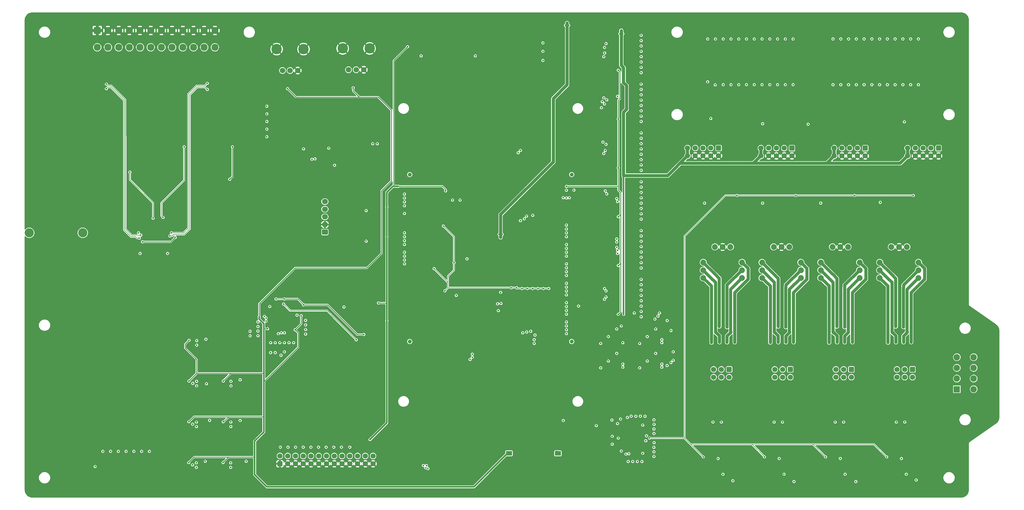
<source format=gbr>
%TF.GenerationSoftware,KiCad,Pcbnew,9.0.6-9.0.6~ubuntu24.04.1*%
%TF.CreationDate,2026-01-26T00:38:37+01:00*%
%TF.ProjectId,FPGA_Board_BA,46504741-5f42-46f6-9172-645f42412e6b,rev?*%
%TF.SameCoordinates,Original*%
%TF.FileFunction,Copper,L3,Inr*%
%TF.FilePolarity,Positive*%
%FSLAX46Y46*%
G04 Gerber Fmt 4.6, Leading zero omitted, Abs format (unit mm)*
G04 Created by KiCad (PCBNEW 9.0.6-9.0.6~ubuntu24.04.1) date 2026-01-26 00:38:37*
%MOMM*%
%LPD*%
G01*
G04 APERTURE LIST*
G04 Aperture macros list*
%AMRoundRect*
0 Rectangle with rounded corners*
0 $1 Rounding radius*
0 $2 $3 $4 $5 $6 $7 $8 $9 X,Y pos of 4 corners*
0 Add a 4 corners polygon primitive as box body*
4,1,4,$2,$3,$4,$5,$6,$7,$8,$9,$2,$3,0*
0 Add four circle primitives for the rounded corners*
1,1,$1+$1,$2,$3*
1,1,$1+$1,$4,$5*
1,1,$1+$1,$6,$7*
1,1,$1+$1,$8,$9*
0 Add four rect primitives between the rounded corners*
20,1,$1+$1,$2,$3,$4,$5,0*
20,1,$1+$1,$4,$5,$6,$7,0*
20,1,$1+$1,$6,$7,$8,$9,0*
20,1,$1+$1,$8,$9,$2,$3,0*%
G04 Aperture macros list end*
%TA.AperFunction,ComponentPad*%
%ADD10C,3.000000*%
%TD*%
%TA.AperFunction,ComponentPad*%
%ADD11C,1.890000*%
%TD*%
%TA.AperFunction,ComponentPad*%
%ADD12RoundRect,0.250000X-0.600000X0.600000X-0.600000X-0.600000X0.600000X-0.600000X0.600000X0.600000X0*%
%TD*%
%TA.AperFunction,ComponentPad*%
%ADD13C,1.700000*%
%TD*%
%TA.AperFunction,ComponentPad*%
%ADD14C,1.800000*%
%TD*%
%TA.AperFunction,ComponentPad*%
%ADD15C,3.400000*%
%TD*%
%TA.AperFunction,ComponentPad*%
%ADD16C,1.300000*%
%TD*%
%TA.AperFunction,ComponentPad*%
%ADD17RoundRect,0.250000X0.725000X-0.600000X0.725000X0.600000X-0.725000X0.600000X-0.725000X-0.600000X0*%
%TD*%
%TA.AperFunction,ComponentPad*%
%ADD18O,1.950000X1.700000*%
%TD*%
%TA.AperFunction,ComponentPad*%
%ADD19R,2.300000X2.300000*%
%TD*%
%TA.AperFunction,ComponentPad*%
%ADD20C,2.300000*%
%TD*%
%TA.AperFunction,ComponentPad*%
%ADD21R,2.100000X2.100000*%
%TD*%
%TA.AperFunction,ComponentPad*%
%ADD22C,2.100000*%
%TD*%
%TA.AperFunction,ComponentPad*%
%ADD23RoundRect,0.250000X0.600000X-0.600000X0.600000X0.600000X-0.600000X0.600000X-0.600000X-0.600000X0*%
%TD*%
%TA.AperFunction,ViaPad*%
%ADD24C,0.600000*%
%TD*%
%TA.AperFunction,Conductor*%
%ADD25C,0.250000*%
%TD*%
%TA.AperFunction,Conductor*%
%ADD26C,0.500000*%
%TD*%
%TA.AperFunction,Conductor*%
%ADD27C,0.200000*%
%TD*%
%TA.AperFunction,Conductor*%
%ADD28C,1.000000*%
%TD*%
G04 APERTURE END LIST*
D10*
%TO.N,/Main_DCDC/Vin*%
%TO.C,J3*%
X42800000Y-128150000D03*
X60300000Y-128150000D03*
%TD*%
D11*
%TO.N,/Current measure/Tamura_1/pin1*%
%TO.C,U43*%
X276060000Y-137832512D03*
%TO.N,/Current measure/Tamura_1/pin2*%
X276060000Y-140372512D03*
%TO.N,/Current measure/Tamura_1/pin3*%
X276060000Y-142912512D03*
%TO.N,/Current measure/Tamura_1/pin4*%
X263360000Y-142912512D03*
%TO.N,/Current measure/Tamura_1/pin5*%
X263360000Y-140372512D03*
%TO.N,/Current measure/Tamura_1/pin6*%
X263360000Y-137832512D03*
%TO.N,/ADC for Machine/Iin_a*%
X267170000Y-132752512D03*
%TO.N,GND*%
X269710000Y-132772512D03*
%TO.N,+5VA_2*%
X272250000Y-132752512D03*
%TD*%
D12*
%TO.N,/CHB Communication/En-Err-circuit-1/Err*%
%TO.C,J12*%
X268380000Y-100360000D03*
D13*
%TO.N,GND*%
X268380000Y-102900000D03*
%TO.N,/CHB Communication/Ph_A_Tx1_5V*%
X265840000Y-100360000D03*
%TO.N,GND*%
X265840000Y-102900000D03*
%TO.N,/CHB Communication/Level_shifter_Rx_En/B2*%
X263300000Y-100360000D03*
%TO.N,GND*%
X263300000Y-102900000D03*
%TO.N,/CHB Communication/En-Err-circuit-1/En_out*%
X260760000Y-100360000D03*
%TO.N,GND*%
X260760000Y-102900000D03*
%TO.N,+5V*%
X258220000Y-100360000D03*
X258220000Y-102900000D03*
%TD*%
D12*
%TO.N,/Current measure/Tamura_1/pin1*%
%TO.C,J5*%
X271845000Y-172897500D03*
D13*
%TO.N,/CHB to 3Ph/Ph_A2_out*%
X271845000Y-175437500D03*
%TO.N,/Current measure/Tamura_1/pin1*%
X269305000Y-172897500D03*
%TO.N,/CHB to 3Ph/Ph_A2_out*%
X269305000Y-175437500D03*
%TO.N,/Current measure/Tamura_1/pin1*%
X266765000Y-172897500D03*
%TO.N,/CHB to 3Ph/Ph_A2_out*%
X266765000Y-175437500D03*
%TD*%
D14*
%TO.N,Net-(R61-Pad2)*%
%TO.C,R63*%
X125662500Y-74954988D03*
%TO.N,Net-(C57-Pad1)*%
X128162500Y-74954988D03*
%TO.N,GND*%
X130662500Y-74954988D03*
D15*
X123762500Y-67954988D03*
X132562500Y-67954988D03*
%TD*%
D12*
%TO.N,/CHB Communication/En-Err-circuit-2/Err*%
%TO.C,J13*%
X292380000Y-100397500D03*
D13*
%TO.N,GND*%
X292380000Y-102937500D03*
%TO.N,/CHB Communication/Ph_B_Tx1_5V*%
X289840000Y-100397500D03*
%TO.N,GND*%
X289840000Y-102937500D03*
%TO.N,/CHB Communication/Level_shifter_Rx_En/B4*%
X287300000Y-100397500D03*
%TO.N,GND*%
X287300000Y-102937500D03*
%TO.N,/CHB Communication/En-Err-circuit-2/En_out*%
X284760000Y-100397500D03*
%TO.N,GND*%
X284760000Y-102937500D03*
%TO.N,+5V*%
X282220000Y-100397500D03*
X282220000Y-102937500D03*
%TD*%
D11*
%TO.N,/Current measure/Tamura_2/pin1*%
%TO.C,U31*%
X295310000Y-137832512D03*
%TO.N,/Current measure/Tamura_2/pin2*%
X295310000Y-140372512D03*
%TO.N,/Current measure/Tamura_2/pin3*%
X295310000Y-142912512D03*
%TO.N,/Current measure/Tamura_2/pin4*%
X282610000Y-142912512D03*
%TO.N,/Current measure/Tamura_2/pin5*%
X282610000Y-140372512D03*
%TO.N,/Current measure/Tamura_2/pin6*%
X282610000Y-137832512D03*
%TO.N,/ADC for Machine/Iin_b*%
X286420000Y-132752512D03*
%TO.N,GND*%
X288960000Y-132772512D03*
%TO.N,+5VA_2*%
X291500000Y-132752512D03*
%TD*%
D12*
%TO.N,/CHB Communication/En-Err-circuit-3/Err*%
%TO.C,J14*%
X316380000Y-100397500D03*
D13*
%TO.N,GND*%
X316380000Y-102937500D03*
%TO.N,/CHB Communication/Ph_C_Tx1_5V*%
X313840000Y-100397500D03*
%TO.N,GND*%
X313840000Y-102937500D03*
%TO.N,/CHB Communication/Level_shifter_Rx_En/B6*%
X311300000Y-100397500D03*
%TO.N,GND*%
X311300000Y-102937500D03*
%TO.N,/CHB Communication/En-Err-circuit-3/En_out*%
X308760000Y-100397500D03*
%TO.N,GND*%
X308760000Y-102937500D03*
%TO.N,+5V*%
X306220000Y-100397500D03*
X306220000Y-102937500D03*
%TD*%
D16*
%TO.N,N/C*%
%TO.C,U2*%
X167300000Y-109045000D03*
X220300000Y-109045000D03*
X167300000Y-163755000D03*
X220300000Y-163755000D03*
%TD*%
D10*
%TO.N,GND*%
%TO.C,J4*%
X42800000Y-140650000D03*
X60300000Y-140650000D03*
%TD*%
D12*
%TO.N,/Current measure/Tamura_3/pin1*%
%TO.C,J7*%
X311845000Y-172897500D03*
D13*
%TO.N,/CHB to 3Ph/Ph_C2_out*%
X311845000Y-175437500D03*
%TO.N,/Current measure/Tamura_3/pin1*%
X309305000Y-172897500D03*
%TO.N,/CHB to 3Ph/Ph_C2_out*%
X309305000Y-175437500D03*
%TO.N,/Current measure/Tamura_3/pin1*%
X306765000Y-172897500D03*
%TO.N,/CHB to 3Ph/Ph_C2_out*%
X306765000Y-175437500D03*
%TD*%
D14*
%TO.N,Net-(R52-Pad2)*%
%TO.C,R54*%
X147267500Y-74709988D03*
%TO.N,Net-(C54-Pad1)*%
X149767500Y-74709988D03*
%TO.N,GND*%
X152267500Y-74709988D03*
D15*
X145367500Y-67709988D03*
X154167500Y-67709988D03*
%TD*%
D17*
%TO.N,+5V_Zynq*%
%TO.C,J20*%
X139550000Y-127900000D03*
D18*
%TO.N,GND*%
X139550000Y-125400000D03*
%TO.N,/Encoder/ENC_I_5V*%
X139550000Y-122900000D03*
%TO.N,/Encoder/ENC_B_5V*%
X139550000Y-120400000D03*
%TO.N,/Encoder/ENC_A_5V*%
X139550000Y-117900000D03*
%TD*%
D12*
%TO.N,/CHB Communication/En-Err-circuit-4/Err*%
%TO.C,J15*%
X340380000Y-100400000D03*
D13*
%TO.N,GND*%
X340380000Y-102940000D03*
%TO.N,/CHB Communication/Ph_D_Tx1_5V*%
X337840000Y-100400000D03*
%TO.N,GND*%
X337840000Y-102940000D03*
%TO.N,/CHB Communication/Level_shifter_Rx_En/B8*%
X335300000Y-100400000D03*
%TO.N,GND*%
X335300000Y-102940000D03*
%TO.N,/CHB Communication/En-Err-circuit-4/En_out*%
X332760000Y-100400000D03*
%TO.N,GND*%
X332760000Y-102940000D03*
%TO.N,+5V*%
X330220000Y-100400000D03*
X330220000Y-102940000D03*
%TD*%
D11*
%TO.N,/Current measure/Tamura_3/pin1*%
%TO.C,U37*%
X314560000Y-137832512D03*
%TO.N,/Current measure/Tamura_3/pin2*%
X314560000Y-140372512D03*
%TO.N,/Current measure/Tamura_3/pin3*%
X314560000Y-142912512D03*
%TO.N,/Current measure/Tamura_3/pin4*%
X301860000Y-142912512D03*
%TO.N,/Current measure/Tamura_3/pin5*%
X301860000Y-140372512D03*
%TO.N,/Current measure/Tamura_3/pin6*%
X301860000Y-137832512D03*
%TO.N,/ADC for Machine/Iin_c*%
X305670000Y-132752512D03*
%TO.N,GND*%
X308210000Y-132772512D03*
%TO.N,+5VA_2*%
X310750000Y-132752512D03*
%TD*%
%TO.N,/Current measure/Tamura_4/pin1*%
%TO.C,U40*%
X333810000Y-137832512D03*
%TO.N,/Current measure/Tamura_4/pin2*%
X333810000Y-140372512D03*
%TO.N,/Current measure/Tamura_4/pin3*%
X333810000Y-142912512D03*
%TO.N,/Current measure/Tamura_4/pin4*%
X321110000Y-142912512D03*
%TO.N,/Current measure/Tamura_4/pin5*%
X321110000Y-140372512D03*
%TO.N,/Current measure/Tamura_4/pin6*%
X321110000Y-137832512D03*
%TO.N,/ADC for Machine/Iin_d*%
X324920000Y-132752512D03*
%TO.N,GND*%
X327460000Y-132772512D03*
%TO.N,+5VA_2*%
X330000000Y-132752512D03*
%TD*%
D12*
%TO.N,/Current measure/Tamura_2/pin1*%
%TO.C,J6*%
X291845000Y-172897500D03*
D13*
%TO.N,/CHB to 3Ph/Ph_B2_out*%
X291845000Y-175437500D03*
%TO.N,/Current measure/Tamura_2/pin1*%
X289305000Y-172897500D03*
%TO.N,/CHB to 3Ph/Ph_B2_out*%
X289305000Y-175437500D03*
%TO.N,/Current measure/Tamura_2/pin1*%
X286765000Y-172897500D03*
%TO.N,/CHB to 3Ph/Ph_B2_out*%
X286765000Y-175437500D03*
%TD*%
D19*
%TO.N,GND*%
%TO.C,J18*%
X65050000Y-61850000D03*
D20*
%TO.N,+5V*%
X65050000Y-67350000D03*
%TO.N,GND*%
X68550000Y-61850000D03*
%TO.N,+5V*%
X68550000Y-67350000D03*
%TO.N,GND*%
X72050000Y-61850000D03*
%TO.N,+5V*%
X72050000Y-67350000D03*
%TO.N,GND*%
X75550000Y-61850000D03*
%TO.N,+5V*%
X75550000Y-67350000D03*
%TO.N,GND*%
X79050000Y-61850000D03*
%TO.N,+5V*%
X79050000Y-67350000D03*
%TO.N,GND*%
X82550000Y-61850000D03*
%TO.N,+5V*%
X82550000Y-67350000D03*
%TO.N,GND*%
X86050000Y-61850000D03*
%TO.N,+5V*%
X86050000Y-67350000D03*
%TO.N,GND*%
X89550000Y-61850000D03*
%TO.N,+5V*%
X89550000Y-67350000D03*
%TO.N,GND*%
X93050000Y-61850000D03*
%TO.N,+5V*%
X93050000Y-67350000D03*
%TO.N,GND*%
X96550000Y-61850000D03*
%TO.N,+5V*%
X96550000Y-67350000D03*
%TO.N,GND*%
X100050000Y-61850000D03*
%TO.N,+5V*%
X100050000Y-67350000D03*
%TO.N,GND*%
X103550000Y-61850000D03*
%TO.N,+5V*%
X103550000Y-67350000D03*
%TD*%
D21*
%TO.N,/CHB to 3Ph/Ph_A2_out*%
%TO.C,J17*%
X346356000Y-179400000D03*
D22*
%TO.N,/CHB to 3Ph/Ph_B2_out*%
X346356000Y-175900000D03*
%TO.N,/CHB to 3Ph/Ph_C2_out*%
X346356000Y-172400000D03*
%TO.N,/CHB to 3Ph/Ph_D2_out*%
X346356000Y-168900000D03*
%TO.N,/Current measure/Tamura_1/pin4*%
X351856000Y-179400000D03*
%TO.N,/Current measure/Tamura_2/pin4*%
X351856000Y-175900000D03*
%TO.N,/Current measure/Tamura_3/pin4*%
X351856000Y-172400000D03*
%TO.N,/Current measure/Tamura_4/pin4*%
X351856000Y-168900000D03*
%TD*%
D12*
%TO.N,/Current measure/Tamura_4/pin1*%
%TO.C,J8*%
X331845000Y-172897500D03*
D13*
%TO.N,/CHB to 3Ph/Ph_D2_out*%
X331845000Y-175437500D03*
%TO.N,/Current measure/Tamura_4/pin1*%
X329305000Y-172897500D03*
%TO.N,/CHB to 3Ph/Ph_D2_out*%
X329305000Y-175437500D03*
%TO.N,/Current measure/Tamura_4/pin1*%
X326765000Y-172897500D03*
%TO.N,/CHB to 3Ph/Ph_D2_out*%
X326765000Y-175437500D03*
%TD*%
D23*
%TO.N,GND*%
%TO.C,J9*%
X124835000Y-203812500D03*
D13*
%TO.N,/FPGA/Freepin10*%
X124835000Y-201272500D03*
%TO.N,GND*%
X127375000Y-203812500D03*
%TO.N,/FPGA/Freepin9*%
X127375000Y-201272500D03*
%TO.N,GND*%
X129915000Y-203812500D03*
%TO.N,/FPGA/Freepin8*%
X129915000Y-201272500D03*
%TO.N,GND*%
X132455000Y-203812500D03*
%TO.N,/FPGA/Freepin7*%
X132455000Y-201272500D03*
%TO.N,GND*%
X134995000Y-203812500D03*
%TO.N,/FPGA/Freepin6*%
X134995000Y-201272500D03*
%TO.N,GND*%
X137535000Y-203812500D03*
%TO.N,/FPGA/Freepin5*%
X137535000Y-201272500D03*
%TO.N,GND*%
X140075000Y-203812500D03*
%TO.N,/FPGA/Freepin4*%
X140075000Y-201272500D03*
%TO.N,GND*%
X142615000Y-203812500D03*
%TO.N,/FPGA/Freepin3*%
X142615000Y-201272500D03*
%TO.N,GND*%
X145155000Y-203812500D03*
%TO.N,/FPGA/Freepin2*%
X145155000Y-201272500D03*
%TO.N,GND*%
X147695000Y-203812500D03*
%TO.N,/FPGA/Freepin1*%
X147695000Y-201272500D03*
%TO.N,GND*%
X150235000Y-203812500D03*
%TO.N,+5V*%
X150235000Y-201272500D03*
%TO.N,GND*%
X152775000Y-203812500D03*
%TO.N,+3.3V*%
X152775000Y-201272500D03*
%TO.N,GND*%
X155315000Y-203812500D03*
%TO.N,+1V8*%
X155315000Y-201272500D03*
%TD*%
D24*
%TO.N,GND*%
X140050000Y-69900000D03*
X165550000Y-197150000D03*
X166550000Y-205400000D03*
X72800000Y-148900000D03*
X213300000Y-184400000D03*
X209550000Y-180650000D03*
X204300000Y-175650000D03*
X199300000Y-171150000D03*
X44050000Y-119400000D03*
X44050000Y-110400000D03*
X42050000Y-113650000D03*
X42050000Y-115900000D03*
X124800000Y-110400000D03*
X127050000Y-113650000D03*
X127050000Y-116400000D03*
X124800000Y-118900000D03*
%TO.N,*%
X240800000Y-154400000D03*
%TO.N,GND*%
X193800000Y-148650000D03*
X192050000Y-147150000D03*
X190050000Y-144150000D03*
X186550000Y-114400000D03*
X189800000Y-117400000D03*
X282800000Y-198400000D03*
X262800000Y-198650000D03*
X264300000Y-209150000D03*
X277800000Y-210400000D03*
X283550000Y-210650000D03*
X297300000Y-211400000D03*
X303300000Y-210900000D03*
X318050000Y-211150000D03*
X329050000Y-212900000D03*
X295300000Y-103400000D03*
X319550000Y-102400000D03*
X296800000Y-84150000D03*
X294800000Y-84150000D03*
X297550000Y-70400000D03*
X295300000Y-70400000D03*
X197300000Y-158650000D03*
X203550000Y-137900000D03*
X204800000Y-136650000D03*
X202050000Y-138900000D03*
X200300000Y-140150000D03*
X206300000Y-126400000D03*
X211050000Y-124900000D03*
X214300000Y-127650000D03*
X220800000Y-105150000D03*
X233300000Y-78900000D03*
X240550000Y-79900000D03*
X229800000Y-73650000D03*
X225050000Y-77400000D03*
X220050000Y-82400000D03*
X209550000Y-74900000D03*
X190300000Y-96150000D03*
X185550000Y-87650000D03*
X185800000Y-82400000D03*
X167800000Y-80400000D03*
X167800000Y-83400000D03*
X170550000Y-83400000D03*
X170800000Y-80650000D03*
X126050000Y-134650000D03*
X123050000Y-137900000D03*
X143050000Y-133650000D03*
X138300000Y-133650000D03*
X147050000Y-140650000D03*
X138050000Y-140900000D03*
X130300000Y-141400000D03*
X81800000Y-148150000D03*
X84300000Y-145650000D03*
X89800000Y-149400000D03*
X93300000Y-146400000D03*
X110300000Y-158150000D03*
X90800000Y-166650000D03*
X90800000Y-184400000D03*
X90050000Y-178900000D03*
X89300000Y-170900000D03*
X123800000Y-186650000D03*
X130050000Y-180650000D03*
X140550000Y-170150000D03*
X124050000Y-180150000D03*
X202800000Y-201900000D03*
X202550000Y-198150000D03*
X218800000Y-196900000D03*
X219050000Y-199650000D03*
X221300000Y-209900000D03*
X257050000Y-208650000D03*
X254550000Y-206150000D03*
X252300000Y-204400000D03*
X254550000Y-199650000D03*
X254300000Y-196900000D03*
X254550000Y-193400000D03*
X254800000Y-190150000D03*
X250550000Y-186650000D03*
X253800000Y-184900000D03*
X255550000Y-182900000D03*
X258050000Y-180400000D03*
X258800000Y-163400000D03*
X258800000Y-167900000D03*
X258800000Y-172900000D03*
X258800000Y-158150000D03*
X255800000Y-173150000D03*
X254300000Y-177400000D03*
X254300000Y-173400000D03*
X250300000Y-174900000D03*
X220300000Y-172150000D03*
X215300000Y-168900000D03*
X223550000Y-171400000D03*
X223050000Y-169150000D03*
X219800000Y-166900000D03*
X216550000Y-163400000D03*
X211300000Y-161650000D03*
X208550000Y-165400000D03*
X204300000Y-164400000D03*
X217550000Y-174400000D03*
X213800000Y-176400000D03*
X216050000Y-181150000D03*
X192800000Y-154900000D03*
X190550000Y-151900000D03*
X189300000Y-159900000D03*
X186300000Y-156900000D03*
%TO.N,Net-(U1-REFOUT1)*%
X130426460Y-155122069D03*
%TO.N,Net-(R258-Pad2)*%
X329800000Y-207260064D03*
X333050000Y-209150000D03*
%TO.N,Net-(R237-Pad2)*%
X309800000Y-207260064D03*
X313300000Y-209650000D03*
%TO.N,Net-(R162-Pad2)*%
X293050000Y-209650000D03*
X289800000Y-207260064D03*
%TO.N,GND*%
X268355032Y-204705032D03*
%TO.N,Net-(R144-Pad2)*%
X273050000Y-209400000D03*
X269800000Y-207260064D03*
%TO.N,Net-(U11-REFOUT4)*%
X239024999Y-200541117D03*
%TO.N,/ADC for B6/Level Shift for DIO/B1*%
X121496250Y-152283326D03*
%TO.N,Net-(U1-REFOUT4)*%
X119734313Y-155509313D03*
%TO.N,Net-(U1-Ain8-)*%
X120300000Y-156075000D03*
%TO.N,Net-(U1-Ain8+)*%
X120300000Y-157075000D03*
%TO.N,Net-(U1-REFOUT3)*%
X124300000Y-161200000D03*
%TO.N,REFOUT_B6*%
X125275000Y-160900000D03*
%TO.N,Net-(U1-REFOUT2)*%
X126300000Y-160900000D03*
%TO.N,+5VA*%
X238550000Y-188650000D03*
X243550000Y-191150000D03*
%TO.N,Net-(U11-REFOUT2)*%
X244800000Y-194650000D03*
%TO.N,Net-(U11-REFOUT3)*%
X244550000Y-196281262D03*
%TO.N,Net-(U11-REFOUT1)*%
X236300000Y-189150000D03*
%TO.N,GND*%
X85300000Y-129150000D03*
X85300000Y-127650000D03*
X83800000Y-127650000D03*
X83800000Y-129150000D03*
%TO.N,/Main_DCDC/Leg-2/Gate_H*%
X108395000Y-110590012D03*
%TO.N,GND*%
X179050000Y-120150000D03*
X264550000Y-88900000D03*
X264550000Y-90650000D03*
%TO.N,/Main_DCDC/Vin*%
X78550000Y-128150000D03*
%TO.N,GND*%
X88050000Y-122650000D03*
X82050000Y-123150000D03*
X224550000Y-168900000D03*
X223050000Y-174900000D03*
X224550000Y-172400000D03*
X227800000Y-209400000D03*
X226550000Y-213900000D03*
X223300000Y-211150000D03*
X230300000Y-159400000D03*
%TO.N,+3.3V*%
X159800000Y-156900000D03*
%TO.N,+5VA*%
X131775000Y-155325000D03*
%TO.N,/Main_DCDC/Vin*%
X88050000Y-134875000D03*
X79050000Y-134900000D03*
%TO.N,/Main_DCDC/Comp1*%
X90550000Y-129650000D03*
X79859988Y-131090012D03*
%TO.N,/Main_DCDC/Leg-1/Gate_L*%
X83320000Y-123340012D03*
%TO.N,/Main_DCDC/Leg-2/Gate_L*%
X86570000Y-123090012D03*
%TO.N,GND*%
X208050000Y-154400000D03*
X207050000Y-156650000D03*
X216050000Y-156650000D03*
X216050000Y-154400000D03*
%TO.N,+3.3V*%
X178300000Y-125900000D03*
X181800000Y-137900000D03*
X178800000Y-147150000D03*
X212800000Y-146400000D03*
X211050000Y-146400000D03*
X209300000Y-146400000D03*
X207550000Y-146400000D03*
X205800000Y-146400000D03*
X204050000Y-146400000D03*
X202300000Y-146150000D03*
X200550000Y-146150000D03*
%TO.N,GND*%
X248550000Y-166150000D03*
X246050000Y-186900000D03*
X239550000Y-174900000D03*
X246050000Y-156400000D03*
X243300000Y-159150000D03*
X249800000Y-159150000D03*
X252300000Y-158900000D03*
X249800000Y-65400000D03*
X258300000Y-64900000D03*
X260800000Y-81150000D03*
X256800000Y-83400000D03*
X276550000Y-126650000D03*
X275550000Y-123150000D03*
X320550000Y-123650000D03*
X281800000Y-122650000D03*
X295300000Y-121900000D03*
X300800000Y-123400000D03*
X316050000Y-117900000D03*
X314550000Y-110900000D03*
X323300000Y-110400000D03*
X304300000Y-110900000D03*
X296300000Y-111650000D03*
X292800000Y-112150000D03*
X277800000Y-113150000D03*
X281550000Y-113150000D03*
X284800000Y-111900000D03*
X251550000Y-196400000D03*
%TO.N,REFOUT_M*%
X245775000Y-195400000D03*
%TO.N,GND*%
X195800000Y-185400000D03*
X195550000Y-103150000D03*
X180800000Y-190400000D03*
X95012579Y-191613010D03*
X120300000Y-150900000D03*
X215800000Y-90400000D03*
X195800000Y-130400000D03*
X195050000Y-95650000D03*
X320800000Y-58400000D03*
X196550000Y-92150000D03*
X196050000Y-111650000D03*
X161050000Y-80650000D03*
X195800000Y-60400000D03*
X125050000Y-156325000D03*
X160800000Y-70400000D03*
X215800000Y-80400000D03*
X161300000Y-86150000D03*
X192300000Y-167400000D03*
X185050000Y-147150000D03*
X133800000Y-80900000D03*
X330800000Y-58400000D03*
X223300000Y-188400000D03*
X56800000Y-150400000D03*
X283300000Y-195260064D03*
X209800000Y-213400000D03*
X192800000Y-170150000D03*
X270800000Y-58400000D03*
X240800000Y-60400000D03*
X77550000Y-174400000D03*
X226800000Y-186900000D03*
X161050000Y-139400000D03*
X239800000Y-127650000D03*
X77300000Y-183150000D03*
X311300000Y-98150000D03*
X345800000Y-140400000D03*
X213300000Y-192900000D03*
X236800000Y-86150000D03*
X232300000Y-181400000D03*
X80800000Y-164650000D03*
X158300000Y-187400000D03*
X199300000Y-99400000D03*
X246050000Y-209150000D03*
X71550000Y-182900000D03*
X255800000Y-134400000D03*
X269050000Y-97650000D03*
X210800000Y-85400000D03*
X233550000Y-127900000D03*
X98590000Y-166874000D03*
X212800000Y-102900000D03*
X200800000Y-102400000D03*
X225800000Y-60400000D03*
X147300000Y-112150000D03*
X148550000Y-82900000D03*
X196550000Y-93650000D03*
X249800000Y-208400000D03*
X288300000Y-204760064D03*
X116300000Y-173400000D03*
X195800000Y-115400000D03*
X345800000Y-200400000D03*
X155550000Y-126650000D03*
X262300000Y-131650000D03*
X194050000Y-103150000D03*
X186800000Y-111650000D03*
X71050000Y-177400000D03*
X78300000Y-164900000D03*
X175800000Y-175400000D03*
X233800000Y-209150000D03*
X200550000Y-128400000D03*
X193300000Y-89150000D03*
X236300000Y-111650000D03*
X240050000Y-111150000D03*
X161550000Y-208650000D03*
X183050000Y-149900000D03*
X48800000Y-193400000D03*
X200800000Y-97650000D03*
X150975000Y-131265525D03*
X226099265Y-148199265D03*
X94972579Y-204963010D03*
X126300000Y-148462100D03*
X199800000Y-103400000D03*
X155300000Y-80400000D03*
X109760000Y-193574000D03*
X195800000Y-65400000D03*
X261050000Y-133150000D03*
X205800000Y-90400000D03*
X233050000Y-124400000D03*
X233050000Y-184400000D03*
X195800000Y-180400000D03*
X57800000Y-176400000D03*
X190050000Y-92150000D03*
X153300000Y-164650000D03*
X151550000Y-82900000D03*
X200800000Y-120400000D03*
X77300000Y-166900000D03*
X194300000Y-94650000D03*
X71550000Y-181400000D03*
X158050000Y-159650000D03*
X161050000Y-141400000D03*
X175800000Y-160400000D03*
X233800000Y-213900000D03*
X95052579Y-178263010D03*
X175800000Y-165400000D03*
X251300000Y-194650000D03*
X173300000Y-197900000D03*
X190800000Y-85400000D03*
X172300000Y-125650000D03*
X180800000Y-185400000D03*
X210800000Y-80400000D03*
X243300000Y-213650000D03*
X150800000Y-111900000D03*
X200800000Y-180400000D03*
X98550000Y-180224000D03*
X159300000Y-87150000D03*
X145800000Y-102400000D03*
X247300000Y-208150000D03*
X173550000Y-121650000D03*
X249050000Y-203400000D03*
X218585000Y-156085000D03*
X180800000Y-170400000D03*
X137700000Y-101400000D03*
X200800000Y-185400000D03*
X135800000Y-213400000D03*
X173800000Y-213400000D03*
X129050000Y-130400000D03*
X175975000Y-198675000D03*
X124050000Y-155325000D03*
X160800000Y-60400000D03*
X160800000Y-65400000D03*
X71800000Y-165150000D03*
X265800000Y-58400000D03*
X130800000Y-151650000D03*
X196300000Y-102150000D03*
X210800000Y-60400000D03*
X151050000Y-157650000D03*
X124050000Y-157325000D03*
X328550000Y-96400000D03*
X157080000Y-202120000D03*
X117050000Y-187150000D03*
X239550000Y-124650000D03*
X171300000Y-131650000D03*
X203300000Y-100150000D03*
X158550000Y-112650000D03*
X106222579Y-204963010D03*
X131050000Y-82150000D03*
X160800000Y-124650000D03*
X126050000Y-157325000D03*
X150300000Y-147937927D03*
X345800000Y-145400000D03*
X190800000Y-80400000D03*
X172050000Y-197900000D03*
X190050000Y-90650000D03*
X200800000Y-95400000D03*
X185800000Y-192900000D03*
X209550000Y-111900000D03*
X290800000Y-58400000D03*
X208550000Y-112650000D03*
X255800000Y-136150000D03*
X230800000Y-60400000D03*
X185800000Y-180400000D03*
X205800000Y-120400000D03*
X345800000Y-115400000D03*
X255800000Y-101650000D03*
X224550000Y-140650000D03*
X136700000Y-101400000D03*
X185800000Y-185400000D03*
X287050000Y-98150000D03*
X144550000Y-81150000D03*
X125800000Y-100150000D03*
X163050000Y-83150000D03*
X195800000Y-85400000D03*
X201550000Y-103400000D03*
X230800000Y-205400000D03*
X128300000Y-83650000D03*
X220300000Y-190900000D03*
X158550000Y-183650000D03*
X158800000Y-120400000D03*
X328300000Y-204760064D03*
X195800000Y-80400000D03*
X157800000Y-152150000D03*
X108050000Y-162900000D03*
X200800000Y-65400000D03*
X217550000Y-187900000D03*
X159050000Y-128900000D03*
X205800000Y-185400000D03*
X200800000Y-60400000D03*
X160800000Y-120650000D03*
X239050000Y-197400000D03*
X157800000Y-190650000D03*
X48800000Y-185400000D03*
X192050000Y-111400000D03*
X128300000Y-124150000D03*
X186300000Y-149900000D03*
X279300000Y-102900000D03*
X263300000Y-195260064D03*
X158050000Y-155900000D03*
X173800000Y-146650000D03*
X218585000Y-149735000D03*
X178300000Y-135900000D03*
X231300000Y-180400000D03*
X105800000Y-213400000D03*
X251300000Y-193150000D03*
X165585000Y-133225000D03*
X204550000Y-112150000D03*
X135700000Y-101400000D03*
X261050000Y-128900000D03*
X77800000Y-170900000D03*
X98470000Y-206924000D03*
X232800000Y-122400000D03*
X232550000Y-108150000D03*
X123550000Y-148462100D03*
X48800000Y-176400000D03*
X189550000Y-113650000D03*
X158800000Y-118650000D03*
X71300000Y-173150000D03*
X160800000Y-131650000D03*
X195800000Y-92900000D03*
X191800000Y-89150000D03*
X192550000Y-89900000D03*
X185800000Y-213400000D03*
X193050000Y-111400000D03*
X150050000Y-150900000D03*
X106262579Y-191613010D03*
X240300000Y-213900000D03*
X149050000Y-157650000D03*
X233550000Y-143400000D03*
X345800000Y-120400000D03*
X280050000Y-98150000D03*
X185800000Y-190400000D03*
X180800000Y-165400000D03*
X169015000Y-139575000D03*
X157050000Y-114150000D03*
X345800000Y-125400000D03*
X225800000Y-65400000D03*
X180800000Y-160400000D03*
X193300000Y-114650000D03*
X205800000Y-60400000D03*
X163050000Y-80400000D03*
X161550000Y-165150000D03*
X77550000Y-178900000D03*
X71050000Y-168650000D03*
X198300000Y-192900000D03*
X125800000Y-128400000D03*
X300800000Y-58400000D03*
X200800000Y-115400000D03*
X48800000Y-168400000D03*
X127050000Y-156325000D03*
X257300000Y-199650000D03*
X148300000Y-123400000D03*
X215800000Y-85400000D03*
X189050000Y-167400000D03*
X304800000Y-98150000D03*
X164050000Y-191400000D03*
X215800000Y-103150000D03*
X241050000Y-197400000D03*
X310800000Y-58400000D03*
X184550000Y-141400000D03*
X345800000Y-135400000D03*
X190800000Y-175400000D03*
X161050000Y-180900000D03*
X241050000Y-195400000D03*
X192050000Y-112400000D03*
X220800000Y-65400000D03*
X70550000Y-180400000D03*
X251050000Y-210150000D03*
X158800000Y-133150000D03*
X256550000Y-211150000D03*
X158800000Y-139650000D03*
X231050000Y-145150000D03*
X126050000Y-155325000D03*
X157550000Y-148400000D03*
X239339824Y-209330978D03*
X220800000Y-60400000D03*
X240050000Y-194400000D03*
X155800000Y-160187927D03*
X200800000Y-90400000D03*
X323300000Y-101400000D03*
X195800000Y-190400000D03*
X245800000Y-60400000D03*
X323300000Y-195260064D03*
X137800000Y-96150000D03*
X345800000Y-150400000D03*
X258550000Y-203900000D03*
X172800000Y-139150000D03*
X155800000Y-111900000D03*
X200800000Y-190400000D03*
X315800000Y-58400000D03*
X116800000Y-192900000D03*
X169015000Y-144655000D03*
X303550000Y-103400000D03*
X193550000Y-95400000D03*
X345800000Y-70400000D03*
X228050000Y-189150000D03*
X57800000Y-185400000D03*
X95092579Y-164913010D03*
X127050000Y-102150000D03*
X195800000Y-70400000D03*
X239050000Y-195400000D03*
X184550000Y-128900000D03*
X275800000Y-58400000D03*
X210800000Y-90400000D03*
X263550000Y-128150000D03*
X146050000Y-158400000D03*
X230800000Y-213900000D03*
X136050000Y-167650000D03*
X158550000Y-142400000D03*
X139300000Y-82900000D03*
X106302579Y-178263010D03*
X210800000Y-100400000D03*
X124300000Y-102150000D03*
X182550000Y-119650000D03*
X138550000Y-96150000D03*
X147550000Y-213150000D03*
X147300000Y-150900000D03*
X345800000Y-110400000D03*
X335800000Y-58400000D03*
X215800000Y-100400000D03*
X190800000Y-91400000D03*
X170800000Y-180400000D03*
X345800000Y-130400000D03*
X325800000Y-58400000D03*
X210800000Y-115400000D03*
X232050000Y-185650000D03*
X224750735Y-154100735D03*
X109800000Y-180224000D03*
X222015000Y-159895000D03*
X205800000Y-85400000D03*
X224800000Y-188650000D03*
X161300000Y-186900000D03*
X198800000Y-213400000D03*
X109720000Y-206924000D03*
X308300000Y-204760064D03*
X139800000Y-152900000D03*
X215800000Y-60400000D03*
X305800000Y-58400000D03*
X197300000Y-119400000D03*
X240050000Y-196400000D03*
X285800000Y-58400000D03*
X232550000Y-111400000D03*
X205800000Y-115400000D03*
X210800000Y-130400000D03*
X77050000Y-186400000D03*
X67800000Y-150400000D03*
X155300000Y-158687927D03*
X345800000Y-195400000D03*
X217800000Y-137150000D03*
X234300000Y-184150000D03*
X161300000Y-190400000D03*
X239550000Y-143400000D03*
X220800000Y-70400000D03*
X153050000Y-111900000D03*
X65800000Y-213400000D03*
X190800000Y-185400000D03*
X92550000Y-152400000D03*
X177800000Y-121650000D03*
X190800000Y-180400000D03*
X303300000Y-195260064D03*
X345800000Y-80400000D03*
X98510000Y-193574000D03*
X188550000Y-170150000D03*
X156800000Y-213400000D03*
X339550000Y-104900000D03*
X280800000Y-58400000D03*
X137050000Y-96150000D03*
X157800000Y-85400000D03*
X161050000Y-83150000D03*
X295800000Y-58400000D03*
X175800000Y-170400000D03*
X345800000Y-75400000D03*
X158800000Y-123900000D03*
X232050000Y-153900000D03*
X226300000Y-190900000D03*
X190800000Y-190400000D03*
X205800000Y-190400000D03*
X191300000Y-139900000D03*
X82800000Y-213400000D03*
X150975000Y-121265525D03*
%TO.N,+1V8*%
X187800000Y-167900000D03*
X187050000Y-169650000D03*
X126300000Y-149825000D03*
X123550000Y-149825000D03*
X187800000Y-168900000D03*
X233570000Y-194815012D03*
X228367649Y-191332351D03*
X182550000Y-148650000D03*
X218585000Y-116715000D03*
X186050000Y-136650000D03*
X217550000Y-116650000D03*
X132550000Y-151750000D03*
X233575000Y-197400000D03*
X152300000Y-161462927D03*
X219544481Y-116649085D03*
X217550000Y-189650000D03*
X233475000Y-189502912D03*
%TO.N,+5VA*%
X94972579Y-203413010D03*
X308209567Y-202100497D03*
X301800000Y-118400000D03*
X118050000Y-155650000D03*
X95012579Y-190063010D03*
X106302579Y-176713010D03*
X321300000Y-118150000D03*
X95092579Y-163363010D03*
X199300000Y-200800000D03*
X328209567Y-202100497D03*
X127300000Y-80900000D03*
X106222579Y-203413010D03*
X238050000Y-200650000D03*
X200300000Y-200050000D03*
X263800000Y-118400000D03*
X268209567Y-202100497D03*
X106262579Y-190063010D03*
X95052579Y-176713010D03*
X129800000Y-159900000D03*
X282800000Y-118400000D03*
X243550000Y-200400000D03*
X148800000Y-80650000D03*
X200300000Y-200800000D03*
X120800000Y-159575000D03*
X288209567Y-202100497D03*
%TO.N,REFOUT_B6*%
X101800000Y-189600000D03*
X113800000Y-203000000D03*
X111800000Y-176300000D03*
X100800000Y-177600000D03*
X100600000Y-163000000D03*
X111800000Y-189650000D03*
X100400000Y-203000000D03*
%TO.N,/Main_DCDC/Vin*%
X120550000Y-89150000D03*
X120550000Y-86650000D03*
X120550000Y-94150000D03*
X120550000Y-91650000D03*
X120550000Y-96650000D03*
%TO.N,/ADC for Machine/Diffamp5/Ain+*%
X239775000Y-188225000D03*
%TO.N,/ADC for Machine/Diffamp5/Ain-*%
X241300000Y-188250000D03*
%TO.N,+5V*%
X237300000Y-74851335D03*
X218300000Y-60150000D03*
X197550000Y-128650000D03*
X197050000Y-125400000D03*
X247800000Y-159650000D03*
X237300000Y-106851335D03*
X101050000Y-79150000D03*
X237300000Y-138851335D03*
X236550000Y-61900000D03*
X197050000Y-147650000D03*
X235050000Y-159650000D03*
X218800000Y-60900000D03*
X79300000Y-128900000D03*
X89300000Y-128150000D03*
X171800000Y-204400000D03*
X172800000Y-204400000D03*
X237300000Y-90851335D03*
X236050000Y-62900000D03*
X197050000Y-127650000D03*
X172550000Y-205150000D03*
X237300000Y-122851335D03*
X196550000Y-128650000D03*
X197050000Y-129650000D03*
X181300000Y-117400000D03*
X236550000Y-63650000D03*
X218800000Y-59400000D03*
X219300000Y-60150000D03*
X235050000Y-167650000D03*
X237050000Y-62900000D03*
X68050000Y-79400000D03*
X183800000Y-117400000D03*
X247800000Y-167650000D03*
X173300000Y-205400000D03*
X237300000Y-154851335D03*
%TO.N,/FPGA/Button1*%
X165585000Y-115445000D03*
%TO.N,/FPGA/Button2*%
X165585000Y-116715000D03*
%TO.N,REFOUT_M*%
X283387500Y-201584930D03*
X293625990Y-115900000D03*
X312875990Y-115900000D03*
X323387500Y-201584930D03*
X332125990Y-115900000D03*
X274375990Y-115900000D03*
X303387500Y-201584930D03*
X263387500Y-201584930D03*
%TO.N,/ADC for Machine/Diffamp6/Ain+*%
X242775000Y-188225000D03*
%TO.N,/ADC for Machine/Diffamp6/Ain-*%
X244300000Y-188250000D03*
%TO.N,/ADC for Machine/Diffamp7/Ain+*%
X247225000Y-189400000D03*
%TO.N,/ADC for Machine/Diffamp7/Ain-*%
X247275000Y-190900000D03*
%TO.N,/ADC for Machine/Diffamp8/Ain+*%
X247225000Y-192400000D03*
%TO.N,/ADC for Machine/Diffamp8/Ain-*%
X247225000Y-193900000D03*
%TO.N,/ADC for B6/Diffamp_2/Ain+*%
X129300000Y-164150000D03*
%TO.N,/ADC for B6/Diffamp_2/Ain-*%
X127800000Y-164150000D03*
%TO.N,/ADC for B6/Diffamp_3/Ain+*%
X117650000Y-161850000D03*
%TO.N,/ADC for B6/Diffamp_3/Ain-*%
X117625000Y-160325000D03*
%TO.N,/ADC for B6/Diffamp_4/Ain+*%
X133225000Y-159825000D03*
%TO.N,/ADC for B6/Diffamp_4/Ain-*%
X133225000Y-161325000D03*
%TO.N,/ADC for B6/Diffamp_5/Ain+*%
X123300000Y-164150000D03*
%TO.N,/ADC for B6/Diffamp_5/Ain-*%
X121800000Y-164150000D03*
%TO.N,/ADC for B6/Diffamp_6/Ain+*%
X133225000Y-156825000D03*
%TO.N,/ADC for B6/Diffamp_6/Ain-*%
X133225000Y-158325000D03*
%TO.N,/ADC for B6/Diffamp_7/Ain+*%
X126300000Y-164150000D03*
%TO.N,/ADC for B6/Diffamp_7/Ain-*%
X124800000Y-164150000D03*
%TO.N,+5VA_2*%
X216300000Y-200800000D03*
X215400000Y-200100000D03*
X215400000Y-200800000D03*
X216300000Y-200100000D03*
%TO.N,+3.3V*%
X163550000Y-112900000D03*
X235550000Y-154851335D03*
X162800000Y-112900000D03*
X235550000Y-90851335D03*
X179050000Y-114400000D03*
X159800000Y-129400000D03*
X218585000Y-112905000D03*
X159800000Y-119650000D03*
X154300000Y-195900000D03*
X235550000Y-122851335D03*
X235550000Y-106851335D03*
X166600000Y-67150000D03*
X235550000Y-138851335D03*
X175300000Y-139900000D03*
X157050000Y-151150000D03*
X162050000Y-112900000D03*
X154800000Y-195400000D03*
X235550000Y-74851335D03*
%TO.N,/ADC for B6/Diffamp_1/Ain+*%
X117650000Y-158850000D03*
%TO.N,/ADC for B6/Diffamp_1/Ain-*%
X117625000Y-157325000D03*
%TO.N,/Current measure/Tamura_2/pin4*%
X285300000Y-162900000D03*
X285300000Y-163900000D03*
%TO.N,/Current measure/Tamura_2/pin2*%
X290300000Y-158900000D03*
X290300000Y-157650000D03*
%TO.N,/Current measure/Tamura_2/pin1*%
X292800000Y-162900000D03*
X286550000Y-190150000D03*
X292800000Y-163900000D03*
%TO.N,/Current measure/Tamura_2/pin6*%
X287800000Y-158900000D03*
X287800000Y-157650000D03*
%TO.N,/Current measure/Tamura_2/pin5*%
X287800000Y-162900000D03*
X287800000Y-163900000D03*
%TO.N,/Current measure/Tamura_2/pin3*%
X290300000Y-162900000D03*
X290300000Y-163900000D03*
%TO.N,/CHB to 3Ph/Ph_A2_out*%
X269300000Y-190150000D03*
%TO.N,/Current measure/Tamura_1/pin1*%
X266550000Y-190150000D03*
X273550000Y-163900000D03*
X273550000Y-162900000D03*
%TO.N,/CHB to 3Ph/Ph_B2_out*%
X289300000Y-190150000D03*
%TO.N,/Current measure/Tamura_3/pin1*%
X306550000Y-190150000D03*
X312050000Y-162900000D03*
X312050000Y-163900000D03*
%TO.N,/CHB to 3Ph/Ph_C2_out*%
X309300000Y-190150000D03*
%TO.N,/Current measure/Tamura_4/pin1*%
X326550000Y-190150000D03*
X331300000Y-163900000D03*
X331300000Y-162900000D03*
%TO.N,/CHB to 3Ph/Ph_D2_out*%
X329300000Y-190150000D03*
%TO.N,/Current measure/Tamura_3/pin4*%
X304550000Y-162900000D03*
X304550000Y-163900000D03*
%TO.N,/Current measure/Tamura_3/pin6*%
X307050000Y-157650000D03*
X307050000Y-158900000D03*
%TO.N,/Current measure/Tamura_3/pin2*%
X309550000Y-157650000D03*
X309550000Y-158900000D03*
%TO.N,/Current measure/Tamura_3/pin3*%
X309550000Y-162900000D03*
X309550000Y-163900000D03*
%TO.N,/Current measure/Tamura_3/pin5*%
X307050000Y-162900000D03*
X307050000Y-163900000D03*
%TO.N,/Current measure/Tamura_4/pin6*%
X326300000Y-158900000D03*
X326300000Y-157650000D03*
%TO.N,/Current measure/Tamura_4/pin4*%
X323800000Y-163900000D03*
X323800000Y-162900000D03*
%TO.N,/Current measure/Tamura_4/pin2*%
X328800000Y-157650000D03*
X328800000Y-158900000D03*
%TO.N,/Current measure/Tamura_4/pin5*%
X326300000Y-162900000D03*
X326300000Y-163900000D03*
%TO.N,/Current measure/Tamura_4/pin3*%
X328800000Y-163900000D03*
X328800000Y-162900000D03*
%TO.N,/CHB Communication/Ph_A_Tx1*%
X231550000Y-66150000D03*
X218585000Y-125605000D03*
%TO.N,Net-(D25-K)*%
X229800000Y-164400000D03*
%TO.N,Net-(D26-K)*%
X232300000Y-162150000D03*
%TO.N,/CHB Communication/Level_shifter_Rx_En/B2*%
X251550000Y-156900000D03*
X251550000Y-171650000D03*
%TO.N,/CHB Communication/En-Err-circuit-1/En_out*%
X237050000Y-164150000D03*
%TO.N,/CHB Communication/En-Err-circuit-2/En_out*%
X237050000Y-172150000D03*
%TO.N,/CHB Communication/Ph_B_Tx1*%
X218585000Y-134495000D03*
X230300000Y-85150000D03*
%TO.N,/CHB Communication/Level_shifter_Rx_En/B4*%
X252800000Y-170650000D03*
X252800000Y-160150000D03*
%TO.N,/CHB Communication/Ph_C_Tx1*%
X218585000Y-144655000D03*
X231300000Y-114400000D03*
%TO.N,Net-(D27-K)*%
X232300000Y-170150000D03*
%TO.N,Net-(D28-K)*%
X229800000Y-172400000D03*
%TO.N,/CHB Communication/Level_shifter_Rx_En/B6*%
X253550000Y-169900000D03*
X253550000Y-167150000D03*
%TO.N,/CHB Communication/En-Err-circuit-3/En_out*%
X249800000Y-164150000D03*
%TO.N,Net-(D29-K)*%
X245050000Y-162150000D03*
%TO.N,/CHB Communication/Ph_D_Tx1*%
X235050000Y-132900000D03*
X218585000Y-153545000D03*
%TO.N,/Current measure/Tamura_1/pin3*%
X271050000Y-163900000D03*
X271050000Y-162900000D03*
%TO.N,/Current measure/Tamura_1/pin4*%
X266050000Y-163900000D03*
X266050000Y-162900000D03*
%TO.N,/Current measure/Tamura_1/pin2*%
X271050000Y-157650000D03*
X271050000Y-158900000D03*
%TO.N,/Current measure/Tamura_1/pin6*%
X268550000Y-158900000D03*
X268550000Y-157650000D03*
%TO.N,/Current measure/Tamura_1/pin5*%
X268550000Y-162900000D03*
X268550000Y-163900000D03*
%TO.N,Net-(R56-Pad1)*%
X171050000Y-70150000D03*
%TO.N,/FPGA/Poti*%
X218585000Y-114175000D03*
X203550000Y-101150000D03*
%TO.N,Net-(R59-Pad1)*%
X188800000Y-70150000D03*
%TO.N,/FPGA/Poti2*%
X221050000Y-114150000D03*
X202800000Y-101900000D03*
%TO.N,/User Interaction/LED1*%
X165585000Y-117985000D03*
X210900000Y-65900000D03*
%TO.N,/User Interaction/LED2*%
X210900000Y-68660000D03*
X165585000Y-119255000D03*
%TO.N,/User Interaction/LED3*%
X165585000Y-121795000D03*
X210900000Y-71650000D03*
%TO.N,Net-(U20A--)*%
X108800000Y-178300000D03*
%TO.N,Net-(U20B--)*%
X108800000Y-176800000D03*
%TO.N,Net-(U21A--)*%
X115050000Y-161900000D03*
X97550000Y-178300000D03*
%TO.N,Net-(R112-Pad2)*%
X96302579Y-177488010D03*
X115050000Y-160400000D03*
%TO.N,Net-(U21B--)*%
X97550000Y-176800000D03*
%TO.N,Net-(U22A--)*%
X108760000Y-191650000D03*
%TO.N,Net-(U22B--)*%
X108760000Y-190150000D03*
%TO.N,Net-(U23A--)*%
X97510000Y-191650000D03*
X123300000Y-167400000D03*
%TO.N,Net-(R130-Pad2)*%
X96262579Y-190838010D03*
X121800000Y-167400000D03*
%TO.N,Net-(U23B--)*%
X97510000Y-190150000D03*
%TO.N,Net-(U24A--)*%
X108720000Y-205000000D03*
%TO.N,Net-(U24B--)*%
X108720000Y-203500000D03*
%TO.N,Net-(U25A--)*%
X97470000Y-205000000D03*
X126300000Y-167150000D03*
%TO.N,Net-(R148-Pad2)*%
X125175000Y-168275000D03*
X96222579Y-204188010D03*
%TO.N,Net-(U25B--)*%
X97470000Y-203500000D03*
%TO.N,/CHB Communication/Level_Shifter_8bit_3/A1*%
X243050000Y-107650000D03*
X333770000Y-64600000D03*
%TO.N,/CHB Communication/Level_Shifter_8bit_3/A2*%
X243050000Y-105900000D03*
X331230000Y-64600000D03*
%TO.N,/CHB Communication/Level_Shifter_8bit_3/A3*%
X328690000Y-64600000D03*
X243050000Y-104150000D03*
%TO.N,/CHB Communication/Level_Shifter_8bit_3/A4*%
X243050000Y-102400000D03*
X326150000Y-64600000D03*
%TO.N,/CHB Communication/Level_Shifter_8bit_3/A5*%
X323610000Y-64600000D03*
X243050000Y-100650000D03*
%TO.N,/CHB Communication/Level_Shifter_8bit_3/A6*%
X243050000Y-98900000D03*
X321070000Y-64600000D03*
%TO.N,/CHB Communication/Level_Shifter_8bit_3/A7*%
X243050000Y-97150000D03*
X318530000Y-64600000D03*
%TO.N,/CHB Communication/Level_Shifter_8bit_3/A8*%
X315990000Y-64600000D03*
X243050000Y-95400000D03*
%TO.N,/CHB Communication/Level_Shifter_8bit_4/A1*%
X282610000Y-79600000D03*
X243050000Y-123650000D03*
%TO.N,/CHB Communication/Level_Shifter_8bit_4/A2*%
X243050000Y-121900000D03*
X280070000Y-79600000D03*
%TO.N,/CHB Communication/Level_Shifter_8bit_4/A3*%
X277530000Y-79600000D03*
X243050000Y-120150000D03*
%TO.N,/CHB Communication/Level_Shifter_8bit_4/A4*%
X243050000Y-118400000D03*
X274990000Y-79600000D03*
%TO.N,/CHB Communication/Level_Shifter_8bit_4/A5*%
X272450000Y-79600000D03*
X243050000Y-116650000D03*
%TO.N,/CHB Communication/Level_Shifter_8bit_4/A6*%
X269910000Y-79600000D03*
X243050000Y-114900000D03*
%TO.N,/CHB Communication/Level_Shifter_8bit_4/A7*%
X267300000Y-79650000D03*
X243050000Y-113150000D03*
%TO.N,/CHB Communication/Level_Shifter_8bit_5/A1*%
X243050000Y-139650000D03*
X313450000Y-79600000D03*
%TO.N,/CHB Communication/Level_Shifter_8bit_5/A2*%
X310910000Y-79600000D03*
X243050000Y-137900000D03*
%TO.N,/CHB Communication/Level_Shifter_8bit_5/A3*%
X308370000Y-79600000D03*
X243050000Y-136150000D03*
%TO.N,/CHB Communication/Level_Shifter_8bit_5/A5*%
X292770000Y-79600000D03*
X243050000Y-132650000D03*
%TO.N,/CHB Communication/Level_Shifter_8bit_5/A6*%
X243050000Y-130900000D03*
X290230000Y-79600000D03*
%TO.N,/CHB Communication/Level_Shifter_8bit_5/A7*%
X287690000Y-79600000D03*
X243050000Y-129150000D03*
%TO.N,/CHB Communication/Level_Shifter_8bit_5/A8*%
X285150000Y-79600000D03*
X243050000Y-127400000D03*
%TO.N,/CHB Communication/Level_Shifter_8bit_6/A1*%
X243050000Y-155650000D03*
X333770000Y-79600000D03*
%TO.N,/CHB Communication/Level_Shifter_8bit_6/A2*%
X243050000Y-153900000D03*
X331230000Y-79600000D03*
%TO.N,/CHB Communication/Level_Shifter_8bit_6/A3*%
X328690000Y-79600000D03*
X243050000Y-152150000D03*
%TO.N,/CHB Communication/Level_Shifter_8bit_6/A4*%
X243050000Y-150400000D03*
X326150000Y-79600000D03*
%TO.N,/CHB Communication/Level_Shifter_8bit_6/A5*%
X323610000Y-79600000D03*
X243050000Y-148650000D03*
%TO.N,/CHB Communication/Level_Shifter_8bit_6/A6*%
X243050000Y-146900000D03*
X321070000Y-79600000D03*
%TO.N,/CHB Communication/Level_Shifter_8bit_6/A7*%
X243050000Y-145150000D03*
X318530000Y-79600000D03*
%TO.N,/CHB Communication/Level_Shifter_8bit_6/A8*%
X315990000Y-79600000D03*
X243050000Y-143400000D03*
%TO.N,Net-(U36-DIR)*%
X153050000Y-130865523D03*
%TO.N,Net-(U42-DIR)*%
X153050000Y-120865523D03*
%TO.N,Net-(U44A--)*%
X97590000Y-164950000D03*
%TO.N,Net-(U44B--)*%
X97590000Y-163450000D03*
%TO.N,/FPGA/Freepin10*%
X124955000Y-198380000D03*
%TO.N,/FPGA/Freepin9*%
X127455000Y-198380000D03*
%TO.N,/FPGA/Freepin8*%
X129955000Y-198380000D03*
%TO.N,/ADC for B6/Level Shift for DIO/B1*%
X145800000Y-152437927D03*
%TO.N,/FPGA/Freepin7*%
X132455000Y-198380000D03*
%TO.N,/FPGA/Freepin6*%
X134955000Y-198380000D03*
%TO.N,/FPGA/Freepin5*%
X137455000Y-198380000D03*
%TO.N,/FPGA/Freepin4*%
X139955000Y-198380000D03*
%TO.N,/FPGA/Freepin3*%
X142455000Y-198380000D03*
%TO.N,/FPGA/Freepin2*%
X144955000Y-198380000D03*
%TO.N,/CHB Communication/Ph_A_Tx5*%
X231099265Y-69201000D03*
X218585000Y-128145000D03*
%TO.N,/CHB Communication/Ph_D_Tx5*%
X218585000Y-157355000D03*
X231050000Y-146400000D03*
%TO.N,/CHB Communication/Ph_D_Tx2*%
X218585000Y-154815000D03*
X235300000Y-133900000D03*
%TO.N,/CHB Communication/Ph_C_Tx6*%
X218585000Y-148465000D03*
X235300000Y-117900000D03*
%TO.N,/CHB Communication/Ph_B_Tx5*%
X218585000Y-138305000D03*
X230550000Y-98400000D03*
%TO.N,/FPGA/PWM_CH*%
X71960000Y-199760000D03*
X165585000Y-131955000D03*
%TO.N,/CHB Communication/Ph_D_Tx9*%
X231550000Y-149150000D03*
X218585000Y-159895000D03*
%TO.N,/CHB Communication/Ph_C_Tx9*%
X235050000Y-130150000D03*
X218585000Y-151005000D03*
%TO.N,/CHB Communication/Ph_A_Tx11*%
X230800000Y-83900000D03*
X218585000Y-133225000D03*
%TO.N,/FPGA/OT*%
X66880000Y-199760000D03*
X165585000Y-129415000D03*
%TO.N,/FPGA/PWM_BH*%
X165585000Y-135765000D03*
X77040000Y-199760000D03*
%TO.N,/CHB Communication/Ph_D_Tx10*%
X231050000Y-149900000D03*
X218585000Y-161165000D03*
%TO.N,/FPGA/B6_En*%
X165585000Y-128145000D03*
X64340000Y-204710000D03*
%TO.N,/CHB Communication/Ph_D_Tx3*%
X235300000Y-134900000D03*
X222550000Y-152150000D03*
%TO.N,/FPGA/PWM_CL*%
X165585000Y-130685000D03*
X69420000Y-199760000D03*
%TO.N,/CHB Communication/Ph_A_Tx2*%
X231050000Y-67400000D03*
X218585000Y-126875000D03*
%TO.N,/CHB Communication/Ph_D_Tx6*%
X231550000Y-147150000D03*
X218585000Y-158625000D03*
%TO.N,/CHB Communication/Ph_C_Tx10*%
X235050000Y-131150000D03*
X218585000Y-152275000D03*
%TO.N,/CHB Communication/Ph_C_Tx2*%
X218585000Y-145925000D03*
X231800000Y-115400000D03*
%TO.N,/CHB Communication/Ph_B_Tx2*%
X231050000Y-85900000D03*
X218585000Y-135765000D03*
%TO.N,/CHB Communication/Ph_A_Tx9*%
X230050000Y-87150000D03*
X235300000Y-83400000D03*
%TO.N,/FPGA/PWM_BL*%
X74500000Y-199760000D03*
X165585000Y-134495000D03*
%TO.N,/CHB Communication/Ph_B_Tx9*%
X218585000Y-140845000D03*
X231300000Y-101150000D03*
%TO.N,/FPGA/PWM_AH*%
X82120000Y-199760000D03*
X165585000Y-138305000D03*
%TO.N,/CHB Communication/Ph_B_Tx10*%
X218585000Y-142115000D03*
X230800000Y-102150000D03*
%TO.N,/CHB Communication/Ph_C_Tx5*%
X235050000Y-116900000D03*
X218585000Y-147195000D03*
%TO.N,/CHB Communication/Ph_A_Tx6*%
X218585000Y-129415000D03*
X230800000Y-70400000D03*
%TO.N,/CHB Communication/Ph_B_Tx6*%
X231550000Y-99150000D03*
X218585000Y-139575000D03*
%TO.N,/FPGA/PWM_AL*%
X79580000Y-199760000D03*
X165585000Y-137035000D03*
%TO.N,/CHB Communication/Ph_A_Tx12*%
X231800000Y-84550000D03*
X218585000Y-131955000D03*
%TO.N,/ADC for Machine/Level Shift for DIO/B2*%
X235300000Y-190650000D03*
X197175000Y-151275000D03*
%TO.N,/ADC for Machine/Level Shift for DIO/B1*%
X236550000Y-199650000D03*
X196300000Y-153650000D03*
%TO.N,/Main_DCDC/Leg-1/Gate_L*%
X75730000Y-108250012D03*
%TO.N,/Main_DCDC/Leg-2/Gate_H*%
X109300000Y-99950000D03*
%TO.N,/Main_DCDC/Leg-2/Gate_L*%
X93470000Y-99950000D03*
%TO.N,/Main_DCDC/Leg-1/R_I+*%
X78800000Y-129900000D03*
X68050000Y-80900000D03*
%TO.N,/Main_DCDC/Leg-2/R_I+*%
X101050000Y-81150000D03*
X88800000Y-129150000D03*
%TO.N,/CHB Communication/Level_Shifter_8bit_1/A1*%
X282610000Y-64600000D03*
X243050000Y-75650000D03*
%TO.N,/CHB Communication/Level_Shifter_8bit_1/A2*%
X243050000Y-73900000D03*
X280070000Y-64600000D03*
%TO.N,/CHB Communication/Level_Shifter_8bit_1/A3*%
X243050000Y-72150000D03*
X277530000Y-64600000D03*
%TO.N,/CHB Communication/Level_Shifter_8bit_1/A4*%
X243050000Y-70400000D03*
X274990000Y-64600000D03*
%TO.N,/CHB Communication/Level_Shifter_8bit_1/A5*%
X272450000Y-64600000D03*
X243050000Y-68650000D03*
%TO.N,/CHB Communication/Level_Shifter_8bit_1/A6*%
X243050000Y-66900000D03*
X269910000Y-64600000D03*
%TO.N,/CHB Communication/Level_Shifter_8bit_1/A7*%
X267370000Y-64600000D03*
X243050000Y-65150000D03*
%TO.N,/CHB Communication/Ph_A_Tx1_5V*%
X265840000Y-90650000D03*
X243050000Y-63400000D03*
X264830000Y-64600000D03*
%TO.N,/CHB Communication/Ph_B_Tx1_5V*%
X305830000Y-64600000D03*
X297693750Y-92543750D03*
X243050000Y-86400000D03*
%TO.N,/CHB Communication/Ph_C_Tx1_5V*%
X243050000Y-111400000D03*
X264800000Y-78650000D03*
X282800000Y-92400000D03*
%TO.N,/CHB Communication/Ph_D_Tx1_5V*%
X329195000Y-91755000D03*
X305830000Y-79600000D03*
X243050000Y-134400000D03*
%TO.N,/CHB Communication/Level_Shifter_8bit_2/A1*%
X243050000Y-91650000D03*
X313450000Y-64600000D03*
%TO.N,/CHB Communication/Level_Shifter_8bit_2/A2*%
X310910000Y-64600000D03*
X243050000Y-89900000D03*
%TO.N,/CHB Communication/Level_Shifter_8bit_2/A3*%
X243050000Y-88150000D03*
X308370000Y-64600000D03*
%TO.N,/CHB Communication/Level_Shifter_8bit_2/A5*%
X243050000Y-84650000D03*
X292770000Y-64600000D03*
%TO.N,/CHB Communication/Level_Shifter_8bit_2/A6*%
X290230000Y-64600000D03*
X243050000Y-82900000D03*
%TO.N,/CHB Communication/Level_Shifter_8bit_2/A7*%
X287690000Y-64600000D03*
X243050000Y-81150000D03*
%TO.N,/CHB Communication/Level_Shifter_8bit_2/A8*%
X285150000Y-64600000D03*
X243050000Y-79400000D03*
%TO.N,/ADC for Machine/PHC_V-*%
X241800000Y-203075000D03*
%TO.N,/ADC for Machine/PHA_V+*%
X247275000Y-196900000D03*
%TO.N,/ADC for Machine/PHB_V+*%
X247225000Y-199900000D03*
%TO.N,/ADC for Machine/PHD_V+*%
X240300000Y-203075000D03*
%TO.N,/ADC for Machine/PHB_V-*%
X247225000Y-201400000D03*
%TO.N,/ADC for Machine/PHD_V-*%
X238800000Y-203075000D03*
%TO.N,/ADC for Machine/PHA_V-*%
X247200000Y-198425000D03*
%TO.N,/ADC for Machine/PHC_V+*%
X243300000Y-203075000D03*
%TO.N,/FPGA/Freepin1*%
X147705000Y-198380000D03*
%TO.N,+5V_Zynq*%
X156687130Y-98950000D03*
X142712130Y-106000000D03*
X136300000Y-103900000D03*
X132550000Y-100650000D03*
%TO.N,Net-(U4-ISNS+)*%
X135300000Y-104050000D03*
X155187130Y-98950000D03*
%TO.N,Net-(U4-VCC)*%
X140800000Y-100400000D03*
%TO.N,/ADC for Machine/LS CLKOUT/A1*%
X196050000Y-151400000D03*
X235550000Y-195400000D03*
%TO.N,/ADC for B6/LS CLKOUT/A1*%
X126021250Y-151487100D03*
X149800000Y-163187927D03*
%TO.N,Net-(D30-K)*%
X242550000Y-164400000D03*
%TO.N,/CHB Communication/En-Err-circuit-4/En_out*%
X249800000Y-172150000D03*
%TO.N,Net-(D31-K)*%
X245050000Y-170150000D03*
%TO.N,Net-(D32-K)*%
X242550000Y-172400000D03*
%TO.N,/CHB Communication/En-Err-circuit-1/Err*%
X203550000Y-124150000D03*
X236550000Y-158650000D03*
%TO.N,/CHB Communication/En-Err-circuit-2/Err*%
X237050000Y-171150000D03*
X204800000Y-123550000D03*
X247550000Y-156400000D03*
%TO.N,/CHB Communication/En-Err-circuit-3/Err*%
X205550000Y-122650000D03*
X248550000Y-155400000D03*
X249800000Y-163150000D03*
%TO.N,/CHB Communication/En-Err-circuit-4/Err*%
X249050000Y-154400000D03*
X249800000Y-171150000D03*
X207550000Y-122400000D03*
%TO.N,/CHB Communication/En-Err-circuit-2/En_in*%
X206900000Y-160400000D03*
X208300000Y-161650000D03*
%TO.N,/CHB Communication/En-Err-circuit-3/En_in*%
X205600000Y-160650000D03*
X208050000Y-163150000D03*
%TO.N,/CHB Communication/En-Err-circuit-4/En_in*%
X204300000Y-160900000D03*
X208050000Y-164400000D03*
%TD*%
D25*
%TO.N,+5VA*%
X118050000Y-155650000D02*
X118050000Y-151400000D01*
X129800000Y-139650000D02*
X153300000Y-139650000D01*
X118050000Y-151400000D02*
X129800000Y-139650000D01*
X153300000Y-139650000D02*
X158050000Y-134900000D01*
X158050000Y-134900000D02*
X158050000Y-114400000D01*
X158050000Y-114400000D02*
X161300000Y-111150000D01*
X161300000Y-111150000D02*
X161300000Y-87900000D01*
X161300000Y-87900000D02*
X157050000Y-83650000D01*
X157050000Y-83650000D02*
X149050000Y-83650000D01*
D26*
X118050000Y-155650000D02*
X118050000Y-156400000D01*
X118050000Y-156400000D02*
X119550000Y-157900000D01*
X119550000Y-157900000D02*
X119550000Y-159650000D01*
D27*
%TO.N,REFOUT_M*%
X245775000Y-195400000D02*
X257202570Y-195400000D01*
D26*
%TO.N,+3.3V*%
X159800000Y-151150000D02*
X159800000Y-156900000D01*
%TO.N,+5VA*%
X119550000Y-188400000D02*
X119550000Y-176900000D01*
D25*
X130800000Y-165650000D02*
X119550000Y-176900000D01*
X129800000Y-159900000D02*
X130800000Y-160900000D01*
X130800000Y-160900000D02*
X130800000Y-165650000D01*
X131775000Y-155325000D02*
X131775000Y-157925000D01*
X131775000Y-157925000D02*
X129800000Y-159900000D01*
%TO.N,/Main_DCDC/Comp1*%
X79859988Y-131090012D02*
X89109988Y-131090012D01*
D27*
%TO.N,+3.3V*%
X181800000Y-137900000D02*
X181800000Y-129400000D01*
X181800000Y-129400000D02*
X178300000Y-125900000D01*
X179800000Y-144400000D02*
X179800000Y-142400000D01*
X179800000Y-142400000D02*
X181800000Y-140400000D01*
X181800000Y-140400000D02*
X181800000Y-137900000D01*
X179800000Y-146150000D02*
X179800000Y-144400000D01*
X179800000Y-144400000D02*
X175300000Y-139900000D01*
X178800000Y-147150000D02*
X179800000Y-146150000D01*
X179800000Y-146150000D02*
X200550000Y-146150000D01*
X202300000Y-146150000D02*
X200550000Y-146150000D01*
X212800000Y-146400000D02*
X202550000Y-146400000D01*
X202550000Y-146400000D02*
X202300000Y-146150000D01*
%TO.N,REFOUT_M*%
X293625990Y-115900000D02*
X332125990Y-115900000D01*
X274375990Y-115900000D02*
X293625990Y-115900000D01*
X257202570Y-195400000D02*
X257300000Y-195302570D01*
X257300000Y-195302570D02*
X257300000Y-129150000D01*
X257300000Y-129150000D02*
X270550000Y-115900000D01*
X270550000Y-115900000D02*
X274375990Y-115900000D01*
X279550000Y-197400000D02*
X279300000Y-197400000D01*
X283387500Y-201487500D02*
X283387500Y-201584930D01*
X279300000Y-197400000D02*
X283387500Y-201487500D01*
X299202570Y-197400000D02*
X319202570Y-197400000D01*
X319202570Y-197400000D02*
X323387500Y-201584930D01*
X279550000Y-197400000D02*
X299202570Y-197400000D01*
X299202570Y-197400000D02*
X303387500Y-201584930D01*
X257202570Y-195400000D02*
X259202570Y-197400000D01*
X259202570Y-197400000D02*
X279550000Y-197400000D01*
X257202570Y-195400000D02*
X263387500Y-201584930D01*
D25*
%TO.N,+1V8*%
X132550000Y-151750000D02*
X140400000Y-151750000D01*
X140400000Y-151750000D02*
X150112927Y-161462927D01*
X150112927Y-161462927D02*
X152300000Y-161462927D01*
X132550000Y-151650000D02*
X130725000Y-149825000D01*
X132550000Y-151750000D02*
X132550000Y-151650000D01*
X130725000Y-149825000D02*
X126300000Y-149825000D01*
D27*
X126300000Y-149825000D02*
X123550000Y-149825000D01*
D26*
%TO.N,+5VA*%
X119550000Y-171400000D02*
X119550000Y-159650000D01*
D25*
X108050000Y-188400000D02*
X106386990Y-190063010D01*
X108800000Y-174150000D02*
X106302579Y-176647421D01*
X119550000Y-188400000D02*
X108050000Y-188400000D01*
D26*
X200300000Y-200050000D02*
X200300000Y-200400000D01*
D25*
X97582795Y-169682795D02*
X93805589Y-165905589D01*
X150800000Y-83650000D02*
X149050000Y-83650000D01*
X93805589Y-164650000D02*
X95092579Y-163363010D01*
D26*
X116550000Y-207400000D02*
X116550000Y-201650000D01*
D25*
X148800000Y-81650000D02*
X150800000Y-83650000D01*
X97615589Y-174150000D02*
X97582795Y-174182795D01*
X148800000Y-80650000D02*
X148800000Y-81650000D01*
D26*
X177800000Y-211400000D02*
X120550000Y-211400000D01*
X119550000Y-174150000D02*
X119550000Y-171400000D01*
X116550000Y-201650000D02*
X116550000Y-196400000D01*
X199300000Y-200800000D02*
X199800000Y-200800000D01*
D25*
X107985589Y-201650000D02*
X96735589Y-201650000D01*
X97582795Y-174182795D02*
X97582795Y-169682795D01*
X116550000Y-201650000D02*
X107985589Y-201650000D01*
D26*
X120550000Y-211400000D02*
X116550000Y-207400000D01*
D25*
X96675589Y-188400000D02*
X95012579Y-190063010D01*
X119550000Y-159650000D02*
X119625000Y-159575000D01*
X106302579Y-176647421D02*
X106302579Y-176713010D01*
D26*
X190050000Y-209650000D02*
X188300000Y-211400000D01*
X200300000Y-200400000D02*
X200300000Y-200800000D01*
X198900000Y-200800000D02*
X190050000Y-209650000D01*
X200200000Y-200400000D02*
X199800000Y-200800000D01*
D25*
X119550000Y-174150000D02*
X108800000Y-174150000D01*
X119625000Y-159575000D02*
X120800000Y-159575000D01*
X96735589Y-201650000D02*
X94972579Y-203413010D01*
X108800000Y-174150000D02*
X97615589Y-174150000D01*
D26*
X116550000Y-196400000D02*
X119550000Y-193400000D01*
D25*
X93805589Y-165905589D02*
X93805589Y-164650000D01*
X108050000Y-188400000D02*
X96675589Y-188400000D01*
D26*
X119550000Y-176900000D02*
X119550000Y-174150000D01*
D25*
X107985589Y-201650000D02*
X106222579Y-203413010D01*
D26*
X188300000Y-211400000D02*
X177800000Y-211400000D01*
X199300000Y-200800000D02*
X198900000Y-200800000D01*
D25*
X130050000Y-83650000D02*
X127300000Y-80900000D01*
D26*
X119550000Y-193400000D02*
X119550000Y-188400000D01*
D25*
X149050000Y-83650000D02*
X130050000Y-83650000D01*
X97582795Y-174182795D02*
X95052579Y-176713010D01*
X106386990Y-190063010D02*
X106262579Y-190063010D01*
D26*
X200300000Y-200400000D02*
X200200000Y-200400000D01*
X199800000Y-200800000D02*
X200300000Y-200800000D01*
D25*
%TO.N,/Main_DCDC/Comp1*%
X79820000Y-131090012D02*
X79859988Y-131090012D01*
X89109988Y-131090012D02*
X90550000Y-129650000D01*
D28*
%TO.N,+5V*%
X303550000Y-105360000D02*
X303797500Y-105360000D01*
X218800000Y-79650000D02*
X218800000Y-61150000D01*
D27*
X97550000Y-79900000D02*
X100300000Y-79900000D01*
D28*
X258220000Y-102900000D02*
X255760000Y-105360000D01*
D27*
X74300000Y-126900000D02*
X76300000Y-128900000D01*
D28*
X218800000Y-61150000D02*
X218800000Y-59400000D01*
X237300000Y-74025000D02*
X236550000Y-73275000D01*
D27*
X74300000Y-126650000D02*
X74300000Y-126900000D01*
D28*
X303797500Y-105360000D02*
X306220000Y-102937500D01*
X279797500Y-105360000D02*
X282220000Y-102937500D01*
D27*
X94800000Y-126650000D02*
X93300000Y-128150000D01*
X74275000Y-84556802D02*
X74300000Y-126650000D01*
D28*
X214300000Y-104900000D02*
X214300000Y-84150000D01*
X197050000Y-127650000D02*
X197050000Y-129650000D01*
X237300000Y-74851335D02*
X237300000Y-78900000D01*
X330220000Y-102940000D02*
X330220000Y-100400000D01*
D27*
X94800000Y-121900000D02*
X94800000Y-82650000D01*
D28*
X255760000Y-105360000D02*
X279797500Y-105360000D01*
D27*
X68050000Y-79400000D02*
X68550000Y-79900000D01*
D28*
X238300000Y-87650000D02*
X237300000Y-88650000D01*
X282220000Y-102937500D02*
X282220000Y-100397500D01*
X258220000Y-102900000D02*
X258220000Y-100360000D01*
X238300000Y-79900000D02*
X238300000Y-87650000D01*
X303550000Y-105360000D02*
X327800000Y-105360000D01*
D27*
X93300000Y-128150000D02*
X89300000Y-128150000D01*
D28*
X279797500Y-105360000D02*
X303550000Y-105360000D01*
D26*
X237300000Y-122851335D02*
X237300000Y-138851335D01*
D28*
X327800000Y-105360000D02*
X330220000Y-102940000D01*
D27*
X76300000Y-128900000D02*
X79300000Y-128900000D01*
D28*
X197050000Y-125400000D02*
X197050000Y-122150000D01*
X237300000Y-88650000D02*
X237300000Y-90851335D01*
X251720000Y-109400000D02*
X237300000Y-109400000D01*
X197050000Y-122150000D02*
X214300000Y-104900000D01*
X306220000Y-102937500D02*
X306220000Y-100397500D01*
X214300000Y-84150000D02*
X218800000Y-79650000D01*
D26*
X237300000Y-109400000D02*
X237300000Y-122851335D01*
D28*
X258220000Y-102900000D02*
X251720000Y-109400000D01*
D27*
X100300000Y-79900000D02*
X101050000Y-79150000D01*
X68550000Y-79900000D02*
X69618198Y-79900000D01*
X94800000Y-82650000D02*
X97550000Y-79900000D01*
D28*
X237300000Y-90851335D02*
X237300000Y-106851335D01*
X237300000Y-106851335D02*
X237300000Y-109400000D01*
D27*
X69618198Y-79900000D02*
X74275000Y-84556802D01*
X94800000Y-121900000D02*
X94800000Y-126650000D01*
D28*
X237300000Y-74025000D02*
X237300000Y-74851335D01*
X237300000Y-78900000D02*
X238300000Y-79900000D01*
D26*
X237300000Y-138851335D02*
X237300000Y-154851335D01*
D28*
X197050000Y-127650000D02*
X197050000Y-125400000D01*
X236550000Y-61900000D02*
X236550000Y-73275000D01*
%TO.N,+5VA_2*%
X215400000Y-200100000D02*
X215400000Y-200050000D01*
D25*
%TO.N,+3.3V*%
X179050000Y-114400000D02*
X179050000Y-113900000D01*
X236300000Y-138150000D02*
X236300000Y-154101335D01*
D26*
X159800000Y-121900000D02*
X159800000Y-119650000D01*
X159800000Y-129400000D02*
X159800000Y-151150000D01*
D25*
X236050000Y-75351335D02*
X235550000Y-74851335D01*
X235545000Y-112905000D02*
X235550000Y-112900000D01*
X235550000Y-112900000D02*
X235550000Y-106851335D01*
X236300000Y-154101335D02*
X235550000Y-154851335D01*
X218585000Y-112905000D02*
X235545000Y-112905000D01*
X159800000Y-151150000D02*
X157050000Y-151150000D01*
X235550000Y-114150000D02*
X236300000Y-114900000D01*
D26*
X159800000Y-121900000D02*
X159800000Y-129400000D01*
D25*
X179050000Y-113900000D02*
X178050000Y-112900000D01*
X236300000Y-122101335D02*
X236300000Y-138150000D01*
X235550000Y-112900000D02*
X235550000Y-114150000D01*
D26*
X159800000Y-114900000D02*
X161800000Y-112900000D01*
D25*
X235550000Y-106851335D02*
X235550000Y-90851335D01*
D26*
X159800000Y-190400000D02*
X154800000Y-195400000D01*
X162050000Y-112900000D02*
X163550000Y-112900000D01*
D25*
X162050000Y-112900000D02*
X162050000Y-71700000D01*
X178050000Y-112900000D02*
X163550000Y-112900000D01*
X236300000Y-122101335D02*
X235550000Y-122851335D01*
D26*
X161800000Y-112900000D02*
X162050000Y-112900000D01*
D25*
X235550000Y-90851335D02*
X235550000Y-84650000D01*
X236300000Y-138150000D02*
X235550000Y-138900000D01*
X236050000Y-84150000D02*
X236050000Y-75351335D01*
D26*
X159800000Y-119650000D02*
X159800000Y-114900000D01*
D25*
X236300000Y-114900000D02*
X236300000Y-122101335D01*
X235550000Y-84650000D02*
X236050000Y-84150000D01*
X235550000Y-138900000D02*
X235550000Y-138851335D01*
D26*
X159800000Y-156900000D02*
X159800000Y-190400000D01*
X154800000Y-195400000D02*
X154300000Y-195900000D01*
D25*
X162050000Y-71700000D02*
X166600000Y-67150000D01*
D28*
%TO.N,/Current measure/Tamura_2/pin4*%
X285320000Y-145590012D02*
X284570000Y-144840012D01*
X285320000Y-164090012D02*
X285320000Y-145590012D01*
X284537500Y-144840012D02*
X282610000Y-142912512D01*
X284570000Y-144840012D02*
X284537500Y-144840012D01*
%TO.N,/Current measure/Tamura_2/pin2*%
X290369000Y-145991012D02*
X290369000Y-159040012D01*
X290420000Y-145940012D02*
X290369000Y-145991012D01*
X290420000Y-145262512D02*
X290420000Y-145940012D01*
X295310000Y-140372512D02*
X290420000Y-145262512D01*
%TO.N,/Current measure/Tamura_2/pin1*%
X297320000Y-139840012D02*
X297070000Y-139590012D01*
X297070000Y-139590012D02*
X297067500Y-139590012D01*
X292920000Y-147780000D02*
X297320000Y-143380000D01*
X297320000Y-143380000D02*
X297320000Y-139840012D01*
X297067500Y-139590012D02*
X295310000Y-137832512D01*
X292920000Y-163990012D02*
X292920000Y-147780000D01*
%TO.N,/Current measure/Tamura_2/pin6*%
X287870000Y-143090012D02*
X286470000Y-141690012D01*
X286470000Y-141690012D02*
X286467500Y-141690012D01*
X286467500Y-141690012D02*
X282610000Y-137832512D01*
X287870000Y-158840012D02*
X287870000Y-143090012D01*
%TO.N,/Current measure/Tamura_2/pin5*%
X284570288Y-142332800D02*
X282610000Y-140372512D01*
X287920000Y-163990012D02*
X287920000Y-161940012D01*
X286620000Y-144390012D02*
X285070000Y-142840012D01*
X286620000Y-160690012D02*
X287120000Y-161190012D01*
X284570288Y-142340300D02*
X284570288Y-142332800D01*
X286620000Y-144840012D02*
X286620000Y-144390012D01*
X285070000Y-142840012D02*
X284570288Y-142340300D01*
X287920000Y-161940012D02*
X286820000Y-160840012D01*
X286620000Y-144840012D02*
X286620000Y-160690012D01*
%TO.N,/Current measure/Tamura_2/pin3*%
X291620000Y-160790012D02*
X290420000Y-161990012D01*
X291570000Y-160490012D02*
X291620000Y-160540012D01*
X291620000Y-160540012D02*
X291620000Y-160790012D01*
X291570000Y-146652512D02*
X291570000Y-160490012D01*
X295310000Y-142912512D02*
X291570000Y-146652512D01*
X290420000Y-161990012D02*
X290420000Y-164030000D01*
%TO.N,/Current measure/Tamura_1/pin1*%
X273670000Y-147780000D02*
X278070000Y-143380000D01*
X273670000Y-163990012D02*
X273670000Y-147780000D01*
X277817500Y-139590012D02*
X276060000Y-137832512D01*
X278070000Y-139840012D02*
X277820000Y-139590012D01*
X277820000Y-139590012D02*
X277817500Y-139590012D01*
X278070000Y-143380000D02*
X278070000Y-139840012D01*
%TO.N,/Current measure/Tamura_3/pin1*%
X312170000Y-147780000D02*
X316570000Y-143380000D01*
X316570000Y-143380000D02*
X316570000Y-139840012D01*
X316570000Y-139840012D02*
X316320000Y-139590012D01*
X316320000Y-139590012D02*
X316317500Y-139590012D01*
X312170000Y-163990012D02*
X312170000Y-147780000D01*
X316317500Y-139590012D02*
X314560000Y-137832512D01*
%TO.N,/Current measure/Tamura_4/pin1*%
X335820000Y-139840012D02*
X335570000Y-139590012D01*
X335820000Y-143380000D02*
X335820000Y-139840012D01*
X331420000Y-147780000D02*
X335820000Y-143380000D01*
X331420000Y-163990012D02*
X331420000Y-147780000D01*
X335570000Y-139590012D02*
X335567500Y-139590012D01*
X335567500Y-139590012D02*
X333810000Y-137832512D01*
%TO.N,/Current measure/Tamura_3/pin4*%
X303820000Y-144840012D02*
X303787500Y-144840012D01*
X303787500Y-144840012D02*
X301860000Y-142912512D01*
X304570000Y-145590012D02*
X303820000Y-144840012D01*
X304570000Y-164090012D02*
X304570000Y-145590012D01*
%TO.N,/Current measure/Tamura_3/pin6*%
X305717500Y-141690012D02*
X301860000Y-137832512D01*
X307120000Y-158840012D02*
X307120000Y-143090012D01*
X305720000Y-141690012D02*
X305717500Y-141690012D01*
X307120000Y-143090012D02*
X305720000Y-141690012D01*
%TO.N,/Current measure/Tamura_3/pin2*%
X309619000Y-145991012D02*
X309619000Y-159040012D01*
X309670000Y-145940012D02*
X309619000Y-145991012D01*
X314560000Y-140372512D02*
X309670000Y-145262512D01*
X309670000Y-145262512D02*
X309670000Y-145940012D01*
%TO.N,/Current measure/Tamura_3/pin3*%
X309670000Y-161990012D02*
X309670000Y-164030000D01*
X310820000Y-160490012D02*
X310870000Y-160540012D01*
X310870000Y-160790012D02*
X309670000Y-161990012D01*
X314560000Y-142912512D02*
X310820000Y-146652512D01*
X310870000Y-160540012D02*
X310870000Y-160790012D01*
X310820000Y-146652512D02*
X310820000Y-160490012D01*
%TO.N,/Current measure/Tamura_3/pin5*%
X303820288Y-142340300D02*
X303820288Y-142332800D01*
X303820288Y-142332800D02*
X301860000Y-140372512D01*
X305870000Y-160690012D02*
X306370000Y-161190012D01*
X305870000Y-144840012D02*
X305870000Y-160690012D01*
X305870000Y-144390012D02*
X304320000Y-142840012D01*
X307170000Y-163990012D02*
X307170000Y-161940012D01*
X307170000Y-161940012D02*
X306070000Y-160840012D01*
X304320000Y-142840012D02*
X303820288Y-142340300D01*
X305870000Y-144840012D02*
X305870000Y-144390012D01*
%TO.N,/Current measure/Tamura_4/pin6*%
X324970000Y-141690012D02*
X324967500Y-141690012D01*
X324967500Y-141690012D02*
X321110000Y-137832512D01*
X326370000Y-158840012D02*
X326370000Y-143090012D01*
X326370000Y-143090012D02*
X324970000Y-141690012D01*
%TO.N,/Current measure/Tamura_4/pin4*%
X323037500Y-144840012D02*
X321110000Y-142912512D01*
X323820000Y-145590012D02*
X323070000Y-144840012D01*
X323820000Y-164090012D02*
X323820000Y-145590012D01*
X323070000Y-144840012D02*
X323037500Y-144840012D01*
%TO.N,/Current measure/Tamura_4/pin2*%
X328920000Y-145940012D02*
X328869000Y-145991012D01*
X328920000Y-145262512D02*
X328920000Y-145940012D01*
X333810000Y-140372512D02*
X328920000Y-145262512D01*
X328869000Y-145991012D02*
X328869000Y-159040012D01*
%TO.N,/Current measure/Tamura_4/pin5*%
X325120000Y-144840012D02*
X325120000Y-144390012D01*
X323070288Y-142340300D02*
X323070288Y-142332800D01*
X326420000Y-163990012D02*
X326420000Y-161940012D01*
X325120000Y-144390012D02*
X323570000Y-142840012D01*
X326420000Y-161940012D02*
X325320000Y-160840012D01*
X325120000Y-144840012D02*
X325120000Y-160690012D01*
X325120000Y-160690012D02*
X325620000Y-161190012D01*
X323570000Y-142840012D02*
X323070288Y-142340300D01*
X323070288Y-142332800D02*
X321110000Y-140372512D01*
%TO.N,/Current measure/Tamura_4/pin3*%
X330070000Y-146652512D02*
X330070000Y-160490012D01*
X333810000Y-142912512D02*
X330070000Y-146652512D01*
X330070000Y-160490012D02*
X330120000Y-160540012D01*
X330120000Y-160540012D02*
X330120000Y-160790012D01*
X328920000Y-161990012D02*
X328920000Y-164030000D01*
X330120000Y-160790012D02*
X328920000Y-161990012D01*
%TO.N,/Current measure/Tamura_1/pin3*%
X272320000Y-160490012D02*
X272370000Y-160540012D01*
X272320000Y-146652512D02*
X272320000Y-160490012D01*
X276060000Y-142912512D02*
X272320000Y-146652512D01*
X272370000Y-160540012D02*
X272370000Y-160790012D01*
X272370000Y-160790012D02*
X271170000Y-161990012D01*
X271170000Y-161990012D02*
X271170000Y-164030000D01*
%TO.N,/Current measure/Tamura_1/pin4*%
X266070000Y-145590012D02*
X265320000Y-144840012D01*
X266070000Y-164090012D02*
X266070000Y-145590012D01*
X265287500Y-144840012D02*
X263360000Y-142912512D01*
X265320000Y-144840012D02*
X265287500Y-144840012D01*
%TO.N,/Current measure/Tamura_1/pin2*%
X271119000Y-145991012D02*
X271119000Y-159040012D01*
X271170000Y-145940012D02*
X271119000Y-145991012D01*
X271170000Y-145262512D02*
X271170000Y-145940012D01*
X276060000Y-140372512D02*
X271170000Y-145262512D01*
%TO.N,/Current measure/Tamura_1/pin6*%
X268620000Y-158840012D02*
X268620000Y-143090012D01*
X268620000Y-143090012D02*
X267220000Y-141690012D01*
X267220000Y-141690012D02*
X267217500Y-141690012D01*
X267217500Y-141690012D02*
X263360000Y-137832512D01*
%TO.N,/Current measure/Tamura_1/pin5*%
X265820000Y-142840012D02*
X265320288Y-142340300D01*
X265320288Y-142332800D02*
X263360000Y-140372512D01*
X268670000Y-161940012D02*
X267570000Y-160840012D01*
X267370000Y-144840012D02*
X267370000Y-144390012D01*
X268670000Y-163990012D02*
X268670000Y-161940012D01*
X267370000Y-144390012D02*
X265820000Y-142840012D01*
X267370000Y-144840012D02*
X267370000Y-160690012D01*
X267370000Y-160690012D02*
X267870000Y-161190012D01*
X265320288Y-142340300D02*
X265320288Y-142332800D01*
D27*
%TO.N,/Main_DCDC/Leg-1/Gate_L*%
X83320000Y-118340012D02*
X75730000Y-110750012D01*
X75730000Y-110750012D02*
X75730000Y-108250012D01*
X83320000Y-123340012D02*
X83320000Y-118340012D01*
D25*
%TO.N,/Main_DCDC/Leg-2/Gate_H*%
X109300000Y-99950000D02*
X109300000Y-109685012D01*
X109300000Y-109685012D02*
X108395000Y-110590012D01*
D27*
%TO.N,/Main_DCDC/Leg-2/Gate_L*%
X93470000Y-110940012D02*
X93470000Y-99950000D01*
X86050000Y-122570012D02*
X86050000Y-118360012D01*
X86050000Y-118360012D02*
X93470000Y-110940012D01*
X86570000Y-123090012D02*
X86050000Y-122570012D01*
%TO.N,/Main_DCDC/Leg-1/R_I+*%
X73825000Y-84743198D02*
X73825000Y-127175000D01*
X78050000Y-129900000D02*
X78800000Y-129900000D01*
X68050000Y-80900000D02*
X68550000Y-80400000D01*
X76050000Y-129400000D02*
X77550000Y-129400000D01*
X77550000Y-129400000D02*
X78050000Y-129900000D01*
X73825000Y-127175000D02*
X76050000Y-129400000D01*
X68550000Y-80400000D02*
X69481802Y-80400000D01*
X69481802Y-80400000D02*
X73825000Y-84743198D01*
%TO.N,/Main_DCDC/Leg-2/R_I+*%
X95300000Y-122150000D02*
X95300000Y-82900000D01*
X95300000Y-82900000D02*
X97800000Y-80400000D01*
X90050000Y-128650000D02*
X89550000Y-129150000D01*
X97800000Y-80400000D02*
X100300000Y-80400000D01*
X100300000Y-80400000D02*
X101050000Y-81150000D01*
X93550000Y-128650000D02*
X91550000Y-128650000D01*
X95300000Y-122150000D02*
X95300000Y-126900000D01*
X91550000Y-128650000D02*
X90050000Y-128650000D01*
X89550000Y-129150000D02*
X88800000Y-129150000D01*
X95300000Y-126900000D02*
X93550000Y-128650000D01*
%TO.N,/ADC for B6/LS CLKOUT/A1*%
X142550000Y-155937927D02*
X142550000Y-155900000D01*
X149800000Y-163187927D02*
X142550000Y-155937927D01*
X142550000Y-155900000D02*
X140300000Y-153650000D01*
X140300000Y-153650000D02*
X128184150Y-153650000D01*
X128184150Y-153650000D02*
X126021250Y-151487100D01*
%TD*%
%TA.AperFunction,Conductor*%
%TO.N,GND*%
G36*
X66070000Y-146840012D02*
G01*
X41300500Y-146840012D01*
X41300500Y-134840012D01*
X66070000Y-134840012D01*
X66070000Y-146840012D01*
G37*
%TD.AperFunction*%
%TD*%
%TA.AperFunction,Conductor*%
%TO.N,GND*%
G36*
X236504901Y-78980884D02*
G01*
X236517147Y-78979124D01*
X236538267Y-78988769D01*
X236560860Y-78994108D01*
X236569449Y-79003009D01*
X236580703Y-79008149D01*
X236593255Y-79027681D01*
X236609375Y-79044387D01*
X236615927Y-79062959D01*
X236618477Y-79066927D01*
X236621117Y-79077670D01*
X236626418Y-79104322D01*
X236626421Y-79104332D01*
X236679222Y-79231807D01*
X236755887Y-79346545D01*
X236755888Y-79346546D01*
X237563181Y-80153838D01*
X237596666Y-80215161D01*
X237599500Y-80241519D01*
X237599500Y-87308480D01*
X237579815Y-87375519D01*
X237563181Y-87396161D01*
X236755890Y-88203451D01*
X236755887Y-88203454D01*
X236741157Y-88225501D01*
X236679228Y-88318182D01*
X236679221Y-88318195D01*
X236626421Y-88445667D01*
X236626418Y-88445677D01*
X236599500Y-88581004D01*
X236599500Y-88581007D01*
X236599500Y-90782342D01*
X236599500Y-106782342D01*
X236599500Y-109468993D01*
X236599500Y-109468995D01*
X236599499Y-109468995D01*
X236626418Y-109604322D01*
X236626421Y-109604332D01*
X236679221Y-109731804D01*
X236679228Y-109731817D01*
X236755884Y-109846540D01*
X236755885Y-109846541D01*
X236755886Y-109846542D01*
X236813182Y-109903838D01*
X236846666Y-109965159D01*
X236849500Y-109991518D01*
X236849500Y-114751252D01*
X236829815Y-114818291D01*
X236777011Y-114864046D01*
X236707853Y-114873990D01*
X236644297Y-114844965D01*
X236606523Y-114786187D01*
X236605725Y-114783346D01*
X236603318Y-114774363D01*
X236603318Y-114774361D01*
X236575462Y-114726114D01*
X236560465Y-114700138D01*
X235911819Y-114051492D01*
X235878334Y-113990169D01*
X235875500Y-113963811D01*
X235875500Y-107285011D01*
X235895185Y-107217972D01*
X235911819Y-107197330D01*
X235925541Y-107183608D01*
X235950500Y-107158649D01*
X236016392Y-107044521D01*
X236050500Y-106917227D01*
X236050500Y-106785443D01*
X236016392Y-106658149D01*
X235950500Y-106544021D01*
X235911819Y-106505340D01*
X235878334Y-106444017D01*
X235875500Y-106417659D01*
X235875500Y-91285011D01*
X235895185Y-91217972D01*
X235911819Y-91197330D01*
X235925541Y-91183608D01*
X235950500Y-91158649D01*
X236016392Y-91044521D01*
X236050500Y-90917227D01*
X236050500Y-90785443D01*
X236016392Y-90658149D01*
X235950500Y-90544021D01*
X235911819Y-90505340D01*
X235878334Y-90444017D01*
X235875500Y-90417659D01*
X235875500Y-84836187D01*
X235895185Y-84769148D01*
X235911815Y-84748510D01*
X236249859Y-84410466D01*
X236249862Y-84410465D01*
X236310465Y-84349862D01*
X236338964Y-84300500D01*
X236353318Y-84275639D01*
X236375500Y-84192853D01*
X236375500Y-84107147D01*
X236375500Y-79101862D01*
X236382040Y-79079586D01*
X236384110Y-79056462D01*
X236391699Y-79046691D01*
X236395185Y-79034823D01*
X236412729Y-79019620D01*
X236426973Y-79001285D01*
X236438639Y-78997169D01*
X236447989Y-78989068D01*
X236470969Y-78985763D01*
X236492863Y-78978040D01*
X236504901Y-78980884D01*
G37*
%TD.AperFunction*%
%TA.AperFunction,Conductor*%
G36*
X347803736Y-55900726D02*
G01*
X348093796Y-55918271D01*
X348108659Y-55920076D01*
X348390798Y-55971780D01*
X348405335Y-55975363D01*
X348679172Y-56060695D01*
X348693163Y-56066000D01*
X348954743Y-56183727D01*
X348967989Y-56190680D01*
X349213465Y-56339075D01*
X349225776Y-56347573D01*
X349451573Y-56524473D01*
X349462781Y-56534403D01*
X349665596Y-56737218D01*
X349675526Y-56748426D01*
X349795481Y-56901538D01*
X349852422Y-56974217D01*
X349860928Y-56986540D01*
X350009316Y-57232004D01*
X350016275Y-57245263D01*
X350133997Y-57506831D01*
X350139306Y-57520832D01*
X350224635Y-57794663D01*
X350228219Y-57809201D01*
X350279923Y-58091340D01*
X350281728Y-58106205D01*
X350299274Y-58396263D01*
X350299500Y-58403750D01*
X350299500Y-151628183D01*
X350295665Y-151672090D01*
X350299500Y-151693821D01*
X350299500Y-151715890D01*
X350299501Y-151715899D01*
X350309506Y-151753241D01*
X350311843Y-151763777D01*
X350318566Y-151801866D01*
X350318568Y-151801871D01*
X350323306Y-151812029D01*
X350330703Y-151832346D01*
X350333608Y-151843186D01*
X350355647Y-151881359D01*
X350374278Y-151921298D01*
X350388464Y-151938200D01*
X350399500Y-151957314D01*
X350426851Y-151984665D01*
X350434139Y-151992618D01*
X350459000Y-152022238D01*
X350459005Y-152022242D01*
X350468186Y-152028669D01*
X350468189Y-152028670D01*
X350477080Y-152034894D01*
X350492686Y-152050500D01*
X350530856Y-152072537D01*
X359172128Y-158121427D01*
X359172144Y-158121441D01*
X359179392Y-158126514D01*
X359179393Y-158126515D01*
X359230670Y-158162407D01*
X359235959Y-158166324D01*
X359438037Y-158324473D01*
X359447991Y-158333157D01*
X359629689Y-158509601D01*
X359638668Y-158519303D01*
X359671748Y-158559108D01*
X359800542Y-158714087D01*
X359808438Y-158724691D01*
X359861097Y-158803900D01*
X359946468Y-158932316D01*
X359948652Y-158935600D01*
X359955372Y-158946981D01*
X360072333Y-159171626D01*
X360077805Y-159183663D01*
X360170182Y-159419485D01*
X360174341Y-159432034D01*
X360212541Y-159571868D01*
X360237519Y-159663300D01*
X360241083Y-159676344D01*
X360243882Y-159689267D01*
X360284229Y-159939289D01*
X360285637Y-159952436D01*
X360299323Y-160208891D01*
X360299499Y-160215497D01*
X360299499Y-160235582D01*
X360299498Y-160277848D01*
X360299499Y-160277854D01*
X360299500Y-160286498D01*
X360299500Y-188584710D01*
X360299324Y-188591322D01*
X360285641Y-188847548D01*
X360284233Y-188860694D01*
X360243878Y-189110730D01*
X360241079Y-189123650D01*
X360181241Y-189342683D01*
X360174336Y-189367957D01*
X360170176Y-189380508D01*
X360077797Y-189616328D01*
X360072326Y-189628363D01*
X359955362Y-189853014D01*
X359948640Y-189864398D01*
X359808431Y-190075306D01*
X359800535Y-190085911D01*
X359638659Y-190280702D01*
X359629679Y-190290405D01*
X359447985Y-190466854D01*
X359438022Y-190475546D01*
X359236189Y-190633513D01*
X359230873Y-190637450D01*
X350535278Y-196724365D01*
X350530856Y-196727462D01*
X350492686Y-196749500D01*
X350477080Y-196765105D01*
X350468188Y-196771330D01*
X350468185Y-196771330D01*
X350459004Y-196777757D01*
X350459001Y-196777760D01*
X350434142Y-196807377D01*
X350426851Y-196815332D01*
X350399503Y-196842682D01*
X350399500Y-196842686D01*
X350393894Y-196852393D01*
X350388464Y-196861799D01*
X350374278Y-196878702D01*
X350355647Y-196918640D01*
X350352943Y-196923324D01*
X350352941Y-196923325D01*
X350333609Y-196956811D01*
X350333605Y-196956820D01*
X350330703Y-196967645D01*
X350330704Y-196967646D01*
X350327893Y-196978136D01*
X350318567Y-196998131D01*
X350310909Y-197041516D01*
X350309509Y-197046744D01*
X350309509Y-197046749D01*
X350299500Y-197084105D01*
X350299500Y-197084108D01*
X350299500Y-197106178D01*
X350295665Y-197127910D01*
X350299500Y-197171816D01*
X350299500Y-212396249D01*
X350299274Y-212403736D01*
X350281728Y-212693794D01*
X350279923Y-212708659D01*
X350228219Y-212990798D01*
X350224635Y-213005336D01*
X350139306Y-213279167D01*
X350133997Y-213293168D01*
X350016275Y-213554736D01*
X350009316Y-213567995D01*
X349860928Y-213813459D01*
X349852422Y-213825782D01*
X349675526Y-214051573D01*
X349665596Y-214062781D01*
X349462781Y-214265596D01*
X349451573Y-214275526D01*
X349225782Y-214452422D01*
X349213459Y-214460928D01*
X348967995Y-214609316D01*
X348954736Y-214616275D01*
X348693168Y-214733997D01*
X348679167Y-214739306D01*
X348405336Y-214824635D01*
X348390798Y-214828219D01*
X348108659Y-214879923D01*
X348093794Y-214881728D01*
X347803736Y-214899274D01*
X347796249Y-214899500D01*
X43803751Y-214899500D01*
X43796264Y-214899274D01*
X43506205Y-214881728D01*
X43491340Y-214879923D01*
X43209201Y-214828219D01*
X43194663Y-214824635D01*
X42920832Y-214739306D01*
X42906831Y-214733997D01*
X42645263Y-214616275D01*
X42632004Y-214609316D01*
X42386540Y-214460928D01*
X42374217Y-214452422D01*
X42148426Y-214275526D01*
X42137218Y-214265596D01*
X41934403Y-214062781D01*
X41924473Y-214051573D01*
X41747573Y-213825776D01*
X41739075Y-213813465D01*
X41590680Y-213567989D01*
X41583727Y-213554743D01*
X41466000Y-213293163D01*
X41460693Y-213279167D01*
X41375364Y-213005336D01*
X41371780Y-212990798D01*
X41320076Y-212708659D01*
X41318271Y-212693794D01*
X41300726Y-212403736D01*
X41300500Y-212396249D01*
X41300500Y-208278711D01*
X45949500Y-208278711D01*
X45949500Y-208278712D01*
X45949500Y-208521288D01*
X45981162Y-208761789D01*
X46012554Y-208878944D01*
X46043947Y-208996104D01*
X46136773Y-209220205D01*
X46136776Y-209220212D01*
X46258064Y-209430289D01*
X46258066Y-209430292D01*
X46258067Y-209430293D01*
X46405733Y-209622736D01*
X46405739Y-209622743D01*
X46577256Y-209794260D01*
X46577263Y-209794266D01*
X46671259Y-209866391D01*
X46769711Y-209941936D01*
X46979788Y-210063224D01*
X47203900Y-210156054D01*
X47438211Y-210218838D01*
X47618586Y-210242584D01*
X47678711Y-210250500D01*
X47678712Y-210250500D01*
X47921289Y-210250500D01*
X47969388Y-210244167D01*
X48161789Y-210218838D01*
X48396100Y-210156054D01*
X48620212Y-210063224D01*
X48830289Y-209941936D01*
X49022738Y-209794265D01*
X49194265Y-209622738D01*
X49341936Y-209430289D01*
X49463224Y-209220212D01*
X49556054Y-208996100D01*
X49618838Y-208761789D01*
X49650500Y-208521288D01*
X49650500Y-208278712D01*
X49618838Y-208038211D01*
X49556054Y-207803900D01*
X49463224Y-207579788D01*
X49341936Y-207369711D01*
X49207242Y-207194174D01*
X49194266Y-207177263D01*
X49194260Y-207177256D01*
X49022743Y-207005739D01*
X49022736Y-207005733D01*
X48830293Y-206858067D01*
X48830292Y-206858066D01*
X48830289Y-206858064D01*
X48620212Y-206736776D01*
X48620205Y-206736773D01*
X48396104Y-206643947D01*
X48161785Y-206581161D01*
X47921289Y-206549500D01*
X47921288Y-206549500D01*
X47678712Y-206549500D01*
X47678711Y-206549500D01*
X47438214Y-206581161D01*
X47203895Y-206643947D01*
X46979794Y-206736773D01*
X46979785Y-206736777D01*
X46769706Y-206858067D01*
X46577263Y-207005733D01*
X46577256Y-207005739D01*
X46405739Y-207177256D01*
X46405733Y-207177263D01*
X46258067Y-207369706D01*
X46136777Y-207579785D01*
X46136773Y-207579794D01*
X46043947Y-207803895D01*
X45981161Y-208038214D01*
X45949500Y-208278711D01*
X41300500Y-208278711D01*
X41300500Y-204644108D01*
X63839500Y-204644108D01*
X63839500Y-204775892D01*
X63851421Y-204820382D01*
X63873608Y-204903187D01*
X63904570Y-204956814D01*
X63939500Y-205017314D01*
X64032686Y-205110500D01*
X64146814Y-205176392D01*
X64274108Y-205210500D01*
X64274110Y-205210500D01*
X64405890Y-205210500D01*
X64405892Y-205210500D01*
X64533186Y-205176392D01*
X64647314Y-205110500D01*
X64740500Y-205017314D01*
X64788539Y-204934108D01*
X96969500Y-204934108D01*
X96969500Y-205065892D01*
X96981452Y-205110497D01*
X97003608Y-205193187D01*
X97016717Y-205215892D01*
X97069500Y-205307314D01*
X97162686Y-205400500D01*
X97261089Y-205457313D01*
X97275944Y-205465890D01*
X97276814Y-205466392D01*
X97404108Y-205500500D01*
X97404110Y-205500500D01*
X97535890Y-205500500D01*
X97535892Y-205500500D01*
X97663186Y-205466392D01*
X97777314Y-205400500D01*
X97870500Y-205307314D01*
X97936392Y-205193186D01*
X97970500Y-205065892D01*
X97970500Y-204934108D01*
X108219500Y-204934108D01*
X108219500Y-205065892D01*
X108231452Y-205110497D01*
X108253608Y-205193187D01*
X108266717Y-205215892D01*
X108319500Y-205307314D01*
X108412686Y-205400500D01*
X108511089Y-205457313D01*
X108525944Y-205465890D01*
X108526814Y-205466392D01*
X108654108Y-205500500D01*
X108654110Y-205500500D01*
X108785890Y-205500500D01*
X108785892Y-205500500D01*
X108913186Y-205466392D01*
X109027314Y-205400500D01*
X109120500Y-205307314D01*
X109186392Y-205193186D01*
X109220500Y-205065892D01*
X109220500Y-204934108D01*
X109186392Y-204806814D01*
X109120500Y-204692686D01*
X109027314Y-204599500D01*
X108970250Y-204566554D01*
X108913187Y-204533608D01*
X108849539Y-204516554D01*
X108785892Y-204499500D01*
X108654108Y-204499500D01*
X108526812Y-204533608D01*
X108412686Y-204599500D01*
X108412683Y-204599502D01*
X108319502Y-204692683D01*
X108319500Y-204692686D01*
X108253608Y-204806812D01*
X108231618Y-204888882D01*
X108219500Y-204934108D01*
X97970500Y-204934108D01*
X97936392Y-204806814D01*
X97870500Y-204692686D01*
X97777314Y-204599500D01*
X97720250Y-204566554D01*
X97663187Y-204533608D01*
X97599539Y-204516554D01*
X97535892Y-204499500D01*
X97404108Y-204499500D01*
X97276812Y-204533608D01*
X97162686Y-204599500D01*
X97162683Y-204599502D01*
X97069502Y-204692683D01*
X97069500Y-204692686D01*
X97003608Y-204806812D01*
X96981618Y-204888882D01*
X96969500Y-204934108D01*
X64788539Y-204934108D01*
X64806392Y-204903186D01*
X64840500Y-204775892D01*
X64840500Y-204644108D01*
X64806392Y-204516814D01*
X64740500Y-204402686D01*
X64647314Y-204309500D01*
X64551016Y-204253902D01*
X64533187Y-204243608D01*
X64520098Y-204240101D01*
X64405892Y-204209500D01*
X64274108Y-204209500D01*
X64146812Y-204243608D01*
X64032686Y-204309500D01*
X64032683Y-204309502D01*
X63939502Y-204402683D01*
X63939500Y-204402686D01*
X63873608Y-204516812D01*
X63851452Y-204599502D01*
X63839500Y-204644108D01*
X41300500Y-204644108D01*
X41300500Y-204122118D01*
X95722079Y-204122118D01*
X95722079Y-204253901D01*
X95756187Y-204381197D01*
X95768594Y-204402686D01*
X95822079Y-204495324D01*
X95915265Y-204588510D01*
X96029393Y-204654402D01*
X96156687Y-204688510D01*
X96156689Y-204688510D01*
X96288469Y-204688510D01*
X96288471Y-204688510D01*
X96415765Y-204654402D01*
X96529893Y-204588510D01*
X96623079Y-204495324D01*
X96688971Y-204381196D01*
X96723079Y-204253902D01*
X96723079Y-204122118D01*
X96688971Y-203994824D01*
X96623079Y-203880696D01*
X96529893Y-203787510D01*
X96459163Y-203746674D01*
X96415766Y-203721618D01*
X96352118Y-203704564D01*
X96288471Y-203687510D01*
X96156687Y-203687510D01*
X96029391Y-203721618D01*
X95915265Y-203787510D01*
X95915262Y-203787512D01*
X95822081Y-203880693D01*
X95822079Y-203880696D01*
X95756187Y-203994822D01*
X95722079Y-204122118D01*
X41300500Y-204122118D01*
X41300500Y-199694108D01*
X66379500Y-199694108D01*
X66379500Y-199825892D01*
X66381702Y-199834110D01*
X66413608Y-199953187D01*
X66440346Y-199999498D01*
X66479500Y-200067314D01*
X66572686Y-200160500D01*
X66686814Y-200226392D01*
X66814108Y-200260500D01*
X66814110Y-200260500D01*
X66945890Y-200260500D01*
X66945892Y-200260500D01*
X67073186Y-200226392D01*
X67187314Y-200160500D01*
X67280500Y-200067314D01*
X67346392Y-199953186D01*
X67380500Y-199825892D01*
X67380500Y-199694108D01*
X68919500Y-199694108D01*
X68919500Y-199825892D01*
X68921702Y-199834110D01*
X68953608Y-199953187D01*
X68980346Y-199999498D01*
X69019500Y-200067314D01*
X69112686Y-200160500D01*
X69226814Y-200226392D01*
X69354108Y-200260500D01*
X69354110Y-200260500D01*
X69485890Y-200260500D01*
X69485892Y-200260500D01*
X69613186Y-200226392D01*
X69727314Y-200160500D01*
X69820500Y-200067314D01*
X69886392Y-199953186D01*
X69920500Y-199825892D01*
X69920500Y-199694108D01*
X71459500Y-199694108D01*
X71459500Y-199825892D01*
X71461702Y-199834110D01*
X71493608Y-199953187D01*
X71520346Y-199999498D01*
X71559500Y-200067314D01*
X71652686Y-200160500D01*
X71766814Y-200226392D01*
X71894108Y-200260500D01*
X71894110Y-200260500D01*
X72025890Y-200260500D01*
X72025892Y-200260500D01*
X72153186Y-200226392D01*
X72267314Y-200160500D01*
X72360500Y-200067314D01*
X72426392Y-199953186D01*
X72460500Y-199825892D01*
X72460500Y-199694108D01*
X73999500Y-199694108D01*
X73999500Y-199825892D01*
X74001702Y-199834110D01*
X74033608Y-199953187D01*
X74060346Y-199999498D01*
X74099500Y-200067314D01*
X74192686Y-200160500D01*
X74306814Y-200226392D01*
X74434108Y-200260500D01*
X74434110Y-200260500D01*
X74565890Y-200260500D01*
X74565892Y-200260500D01*
X74693186Y-200226392D01*
X74807314Y-200160500D01*
X74900500Y-200067314D01*
X74966392Y-199953186D01*
X75000500Y-199825892D01*
X75000500Y-199694108D01*
X76539500Y-199694108D01*
X76539500Y-199825892D01*
X76541702Y-199834110D01*
X76573608Y-199953187D01*
X76600346Y-199999498D01*
X76639500Y-200067314D01*
X76732686Y-200160500D01*
X76846814Y-200226392D01*
X76974108Y-200260500D01*
X76974110Y-200260500D01*
X77105890Y-200260500D01*
X77105892Y-200260500D01*
X77233186Y-200226392D01*
X77347314Y-200160500D01*
X77440500Y-200067314D01*
X77506392Y-199953186D01*
X77540500Y-199825892D01*
X77540500Y-199694108D01*
X79079500Y-199694108D01*
X79079500Y-199825892D01*
X79081702Y-199834110D01*
X79113608Y-199953187D01*
X79140346Y-199999498D01*
X79179500Y-200067314D01*
X79272686Y-200160500D01*
X79386814Y-200226392D01*
X79514108Y-200260500D01*
X79514110Y-200260500D01*
X79645890Y-200260500D01*
X79645892Y-200260500D01*
X79773186Y-200226392D01*
X79887314Y-200160500D01*
X79980500Y-200067314D01*
X80046392Y-199953186D01*
X80080500Y-199825892D01*
X80080500Y-199694108D01*
X81619500Y-199694108D01*
X81619500Y-199825892D01*
X81621702Y-199834110D01*
X81653608Y-199953187D01*
X81680346Y-199999498D01*
X81719500Y-200067314D01*
X81812686Y-200160500D01*
X81926814Y-200226392D01*
X82054108Y-200260500D01*
X82054110Y-200260500D01*
X82185890Y-200260500D01*
X82185892Y-200260500D01*
X82313186Y-200226392D01*
X82427314Y-200160500D01*
X82520500Y-200067314D01*
X82586392Y-199953186D01*
X82620500Y-199825892D01*
X82620500Y-199694108D01*
X82586392Y-199566814D01*
X82520500Y-199452686D01*
X82427314Y-199359500D01*
X82370250Y-199326554D01*
X82313187Y-199293608D01*
X82249539Y-199276554D01*
X82185892Y-199259500D01*
X82054108Y-199259500D01*
X81926812Y-199293608D01*
X81812686Y-199359500D01*
X81812683Y-199359502D01*
X81719502Y-199452683D01*
X81719500Y-199452686D01*
X81653608Y-199566812D01*
X81623600Y-199678805D01*
X81619500Y-199694108D01*
X80080500Y-199694108D01*
X80046392Y-199566814D01*
X79980500Y-199452686D01*
X79887314Y-199359500D01*
X79830250Y-199326554D01*
X79773187Y-199293608D01*
X79709539Y-199276554D01*
X79645892Y-199259500D01*
X79514108Y-199259500D01*
X79386812Y-199293608D01*
X79272686Y-199359500D01*
X79272683Y-199359502D01*
X79179502Y-199452683D01*
X79179500Y-199452686D01*
X79113608Y-199566812D01*
X79083600Y-199678805D01*
X79079500Y-199694108D01*
X77540500Y-199694108D01*
X77506392Y-199566814D01*
X77440500Y-199452686D01*
X77347314Y-199359500D01*
X77290250Y-199326554D01*
X77233187Y-199293608D01*
X77169539Y-199276554D01*
X77105892Y-199259500D01*
X76974108Y-199259500D01*
X76846812Y-199293608D01*
X76732686Y-199359500D01*
X76732683Y-199359502D01*
X76639502Y-199452683D01*
X76639500Y-199452686D01*
X76573608Y-199566812D01*
X76543600Y-199678805D01*
X76539500Y-199694108D01*
X75000500Y-199694108D01*
X74966392Y-199566814D01*
X74900500Y-199452686D01*
X74807314Y-199359500D01*
X74750250Y-199326554D01*
X74693187Y-199293608D01*
X74629539Y-199276554D01*
X74565892Y-199259500D01*
X74434108Y-199259500D01*
X74306812Y-199293608D01*
X74192686Y-199359500D01*
X74192683Y-199359502D01*
X74099502Y-199452683D01*
X74099500Y-199452686D01*
X74033608Y-199566812D01*
X74003600Y-199678805D01*
X73999500Y-199694108D01*
X72460500Y-199694108D01*
X72426392Y-199566814D01*
X72360500Y-199452686D01*
X72267314Y-199359500D01*
X72210250Y-199326554D01*
X72153187Y-199293608D01*
X72089539Y-199276554D01*
X72025892Y-199259500D01*
X71894108Y-199259500D01*
X71766812Y-199293608D01*
X71652686Y-199359500D01*
X71652683Y-199359502D01*
X71559502Y-199452683D01*
X71559500Y-199452686D01*
X71493608Y-199566812D01*
X71463600Y-199678805D01*
X71459500Y-199694108D01*
X69920500Y-199694108D01*
X69886392Y-199566814D01*
X69820500Y-199452686D01*
X69727314Y-199359500D01*
X69670250Y-199326554D01*
X69613187Y-199293608D01*
X69549539Y-199276554D01*
X69485892Y-199259500D01*
X69354108Y-199259500D01*
X69226812Y-199293608D01*
X69112686Y-199359500D01*
X69112683Y-199359502D01*
X69019502Y-199452683D01*
X69019500Y-199452686D01*
X68953608Y-199566812D01*
X68923600Y-199678805D01*
X68919500Y-199694108D01*
X67380500Y-199694108D01*
X67346392Y-199566814D01*
X67280500Y-199452686D01*
X67187314Y-199359500D01*
X67130250Y-199326554D01*
X67073187Y-199293608D01*
X67009539Y-199276554D01*
X66945892Y-199259500D01*
X66814108Y-199259500D01*
X66686812Y-199293608D01*
X66572686Y-199359500D01*
X66572683Y-199359502D01*
X66479502Y-199452683D01*
X66479500Y-199452686D01*
X66413608Y-199566812D01*
X66383600Y-199678805D01*
X66379500Y-199694108D01*
X41300500Y-199694108D01*
X41300500Y-191584108D01*
X97009500Y-191584108D01*
X97009500Y-191715891D01*
X97043608Y-191843187D01*
X97076121Y-191899500D01*
X97109500Y-191957314D01*
X97202686Y-192050500D01*
X97316814Y-192116392D01*
X97444108Y-192150500D01*
X97444110Y-192150500D01*
X97575890Y-192150500D01*
X97575892Y-192150500D01*
X97703186Y-192116392D01*
X97817314Y-192050500D01*
X97910500Y-191957314D01*
X97976392Y-191843186D01*
X98010500Y-191715892D01*
X98010500Y-191584108D01*
X108259500Y-191584108D01*
X108259500Y-191715891D01*
X108293608Y-191843187D01*
X108326121Y-191899500D01*
X108359500Y-191957314D01*
X108452686Y-192050500D01*
X108566814Y-192116392D01*
X108694108Y-192150500D01*
X108694110Y-192150500D01*
X108825890Y-192150500D01*
X108825892Y-192150500D01*
X108953186Y-192116392D01*
X109067314Y-192050500D01*
X109160500Y-191957314D01*
X109226392Y-191843186D01*
X109260500Y-191715892D01*
X109260500Y-191584108D01*
X109226392Y-191456814D01*
X109160500Y-191342686D01*
X109067314Y-191249500D01*
X109009100Y-191215890D01*
X108953187Y-191183608D01*
X108889539Y-191166554D01*
X108825892Y-191149500D01*
X108694108Y-191149500D01*
X108566812Y-191183608D01*
X108452686Y-191249500D01*
X108452683Y-191249502D01*
X108359502Y-191342683D01*
X108359500Y-191342686D01*
X108293608Y-191456812D01*
X108259500Y-191584108D01*
X98010500Y-191584108D01*
X97976392Y-191456814D01*
X97910500Y-191342686D01*
X97817314Y-191249500D01*
X97759100Y-191215890D01*
X97703187Y-191183608D01*
X97639539Y-191166554D01*
X97575892Y-191149500D01*
X97444108Y-191149500D01*
X97316812Y-191183608D01*
X97202686Y-191249500D01*
X97202683Y-191249502D01*
X97109502Y-191342683D01*
X97109500Y-191342686D01*
X97043608Y-191456812D01*
X97009500Y-191584108D01*
X41300500Y-191584108D01*
X41300500Y-190772118D01*
X95762079Y-190772118D01*
X95762079Y-190903902D01*
X95772269Y-190941932D01*
X95796187Y-191031197D01*
X95826736Y-191084108D01*
X95862079Y-191145324D01*
X95955265Y-191238510D01*
X96054100Y-191295573D01*
X96062634Y-191300500D01*
X96069393Y-191304402D01*
X96196687Y-191338510D01*
X96196689Y-191338510D01*
X96328469Y-191338510D01*
X96328471Y-191338510D01*
X96455765Y-191304402D01*
X96569893Y-191238510D01*
X96663079Y-191145324D01*
X96728971Y-191031196D01*
X96763079Y-190903902D01*
X96763079Y-190772118D01*
X96728971Y-190644824D01*
X96723708Y-190635709D01*
X96698867Y-190592683D01*
X96663079Y-190530696D01*
X96569893Y-190437510D01*
X96504058Y-190399500D01*
X96455766Y-190371618D01*
X96389211Y-190353785D01*
X96328471Y-190337510D01*
X96196687Y-190337510D01*
X96069391Y-190371618D01*
X95955265Y-190437510D01*
X95955262Y-190437512D01*
X95862083Y-190530692D01*
X95862079Y-190530696D01*
X95796187Y-190644822D01*
X95768139Y-190749500D01*
X95762079Y-190772118D01*
X41300500Y-190772118D01*
X41300500Y-178234108D01*
X97049500Y-178234108D01*
X97049500Y-178365891D01*
X97083608Y-178493187D01*
X97116554Y-178550250D01*
X97149500Y-178607314D01*
X97242686Y-178700500D01*
X97356814Y-178766392D01*
X97484108Y-178800500D01*
X97484110Y-178800500D01*
X97615890Y-178800500D01*
X97615892Y-178800500D01*
X97743186Y-178766392D01*
X97857314Y-178700500D01*
X97950500Y-178607314D01*
X98016392Y-178493186D01*
X98050500Y-178365892D01*
X98050500Y-178234108D01*
X108299500Y-178234108D01*
X108299500Y-178365891D01*
X108333608Y-178493187D01*
X108366554Y-178550250D01*
X108399500Y-178607314D01*
X108492686Y-178700500D01*
X108606814Y-178766392D01*
X108734108Y-178800500D01*
X108734110Y-178800500D01*
X108865890Y-178800500D01*
X108865892Y-178800500D01*
X108993186Y-178766392D01*
X109107314Y-178700500D01*
X109200500Y-178607314D01*
X109266392Y-178493186D01*
X109300500Y-178365892D01*
X109300500Y-178234108D01*
X109266392Y-178106814D01*
X109200500Y-177992686D01*
X109107314Y-177899500D01*
X109050250Y-177866554D01*
X108993187Y-177833608D01*
X108929539Y-177816554D01*
X108865892Y-177799500D01*
X108734108Y-177799500D01*
X108606812Y-177833608D01*
X108492686Y-177899500D01*
X108492683Y-177899502D01*
X108399502Y-177992683D01*
X108399500Y-177992686D01*
X108333608Y-178106812D01*
X108299500Y-178234108D01*
X98050500Y-178234108D01*
X98016392Y-178106814D01*
X97950500Y-177992686D01*
X97857314Y-177899500D01*
X97800250Y-177866554D01*
X97743187Y-177833608D01*
X97679539Y-177816554D01*
X97615892Y-177799500D01*
X97484108Y-177799500D01*
X97356812Y-177833608D01*
X97242686Y-177899500D01*
X97242683Y-177899502D01*
X97149502Y-177992683D01*
X97149500Y-177992686D01*
X97083608Y-178106812D01*
X97049500Y-178234108D01*
X41300500Y-178234108D01*
X41300500Y-177422118D01*
X95802079Y-177422118D01*
X95802079Y-177553901D01*
X95836187Y-177681197D01*
X95869133Y-177738260D01*
X95902079Y-177795324D01*
X95995265Y-177888510D01*
X96109393Y-177954402D01*
X96236687Y-177988510D01*
X96236689Y-177988510D01*
X96368469Y-177988510D01*
X96368471Y-177988510D01*
X96495765Y-177954402D01*
X96609893Y-177888510D01*
X96703079Y-177795324D01*
X96768971Y-177681196D01*
X96803079Y-177553902D01*
X96803079Y-177534108D01*
X100299500Y-177534108D01*
X100299500Y-177665891D01*
X100333608Y-177793187D01*
X100337253Y-177799500D01*
X100399500Y-177907314D01*
X100492686Y-178000500D01*
X100606814Y-178066392D01*
X100734108Y-178100500D01*
X100734110Y-178100500D01*
X100865890Y-178100500D01*
X100865892Y-178100500D01*
X100993186Y-178066392D01*
X101107314Y-178000500D01*
X101200500Y-177907314D01*
X101266392Y-177793186D01*
X101300500Y-177665892D01*
X101300500Y-177534108D01*
X101266392Y-177406814D01*
X101200500Y-177292686D01*
X101107314Y-177199500D01*
X101022444Y-177150500D01*
X100993187Y-177133608D01*
X100929539Y-177116554D01*
X100865892Y-177099500D01*
X100734108Y-177099500D01*
X100606812Y-177133608D01*
X100492686Y-177199500D01*
X100492683Y-177199502D01*
X100399502Y-177292683D01*
X100399500Y-177292686D01*
X100333608Y-177406812D01*
X100299500Y-177534108D01*
X96803079Y-177534108D01*
X96803079Y-177422118D01*
X96768971Y-177294824D01*
X96703079Y-177180696D01*
X96609893Y-177087510D01*
X96552829Y-177054564D01*
X96495766Y-177021618D01*
X96432118Y-177004564D01*
X96368471Y-176987510D01*
X96236687Y-176987510D01*
X96109391Y-177021618D01*
X95995265Y-177087510D01*
X95995262Y-177087512D01*
X95902081Y-177180693D01*
X95902079Y-177180696D01*
X95836187Y-177294822D01*
X95802079Y-177422118D01*
X41300500Y-177422118D01*
X41300500Y-164607147D01*
X93480089Y-164607147D01*
X93480089Y-165948441D01*
X93502271Y-166031229D01*
X93523697Y-166068339D01*
X93545124Y-166105451D01*
X93545126Y-166105453D01*
X97220976Y-169781303D01*
X97254461Y-169842626D01*
X97257295Y-169868984D01*
X97257295Y-173996605D01*
X97237610Y-174063644D01*
X97220976Y-174084286D01*
X95129071Y-176176191D01*
X95067748Y-176209676D01*
X95041390Y-176212510D01*
X94986687Y-176212510D01*
X94859391Y-176246618D01*
X94745265Y-176312510D01*
X94745262Y-176312512D01*
X94652081Y-176405693D01*
X94652079Y-176405696D01*
X94586187Y-176519822D01*
X94552079Y-176647118D01*
X94552079Y-176778901D01*
X94586187Y-176906197D01*
X94617936Y-176961187D01*
X94652079Y-177020324D01*
X94745265Y-177113510D01*
X94859393Y-177179402D01*
X94986687Y-177213510D01*
X94986689Y-177213510D01*
X95118469Y-177213510D01*
X95118471Y-177213510D01*
X95245765Y-177179402D01*
X95359893Y-177113510D01*
X95453079Y-177020324D01*
X95518971Y-176906196D01*
X95553079Y-176778902D01*
X95553079Y-176734108D01*
X97049500Y-176734108D01*
X97049500Y-176865891D01*
X97083608Y-176993187D01*
X97099276Y-177020324D01*
X97149500Y-177107314D01*
X97242686Y-177200500D01*
X97356814Y-177266392D01*
X97484108Y-177300500D01*
X97484110Y-177300500D01*
X97615890Y-177300500D01*
X97615892Y-177300500D01*
X97743186Y-177266392D01*
X97857314Y-177200500D01*
X97950500Y-177107314D01*
X98016392Y-176993186D01*
X98050500Y-176865892D01*
X98050500Y-176734108D01*
X98016392Y-176606814D01*
X97950500Y-176492686D01*
X97857314Y-176399500D01*
X97799100Y-176365890D01*
X97743187Y-176333608D01*
X97664446Y-176312510D01*
X97615892Y-176299500D01*
X97484108Y-176299500D01*
X97356812Y-176333608D01*
X97242686Y-176399500D01*
X97242683Y-176399502D01*
X97149502Y-176492683D01*
X97149500Y-176492686D01*
X97083608Y-176606812D01*
X97049500Y-176734108D01*
X95553079Y-176734108D01*
X95553079Y-176724199D01*
X95572764Y-176657160D01*
X95589398Y-176636518D01*
X97714098Y-174511819D01*
X97775421Y-174478334D01*
X97801779Y-174475500D01*
X107714812Y-174475500D01*
X107781851Y-174495185D01*
X107827606Y-174547989D01*
X107837550Y-174617147D01*
X107808525Y-174680703D01*
X107802493Y-174687181D01*
X106313063Y-176176609D01*
X106251740Y-176210094D01*
X106241574Y-176211866D01*
X106236692Y-176212508D01*
X106109391Y-176246618D01*
X105995265Y-176312510D01*
X105995262Y-176312512D01*
X105902081Y-176405693D01*
X105902079Y-176405696D01*
X105836187Y-176519822D01*
X105802079Y-176647118D01*
X105802079Y-176778901D01*
X105836187Y-176906197D01*
X105867936Y-176961187D01*
X105902079Y-177020324D01*
X105995265Y-177113510D01*
X106109393Y-177179402D01*
X106236687Y-177213510D01*
X106236689Y-177213510D01*
X106368469Y-177213510D01*
X106368471Y-177213510D01*
X106495765Y-177179402D01*
X106609893Y-177113510D01*
X106703079Y-177020324D01*
X106768971Y-176906196D01*
X106803079Y-176778902D01*
X106803079Y-176734108D01*
X108299500Y-176734108D01*
X108299500Y-176865891D01*
X108333608Y-176993187D01*
X108349276Y-177020324D01*
X108399500Y-177107314D01*
X108492686Y-177200500D01*
X108606814Y-177266392D01*
X108734108Y-177300500D01*
X108734110Y-177300500D01*
X108865890Y-177300500D01*
X108865892Y-177300500D01*
X108993186Y-177266392D01*
X109107314Y-177200500D01*
X109200500Y-177107314D01*
X109266392Y-176993186D01*
X109300500Y-176865892D01*
X109300500Y-176734108D01*
X109266392Y-176606814D01*
X109200500Y-176492686D01*
X109107314Y-176399500D01*
X108993186Y-176333608D01*
X108865892Y-176299500D01*
X108734108Y-176299500D01*
X108606812Y-176333608D01*
X108492686Y-176399500D01*
X108492683Y-176399502D01*
X108399502Y-176492683D01*
X108399500Y-176492686D01*
X108333608Y-176606812D01*
X108299500Y-176734108D01*
X106803079Y-176734108D01*
X106803079Y-176658609D01*
X106822764Y-176591570D01*
X106839398Y-176570928D01*
X107176218Y-176234108D01*
X111299500Y-176234108D01*
X111299500Y-176365891D01*
X111333608Y-176493187D01*
X111348986Y-176519822D01*
X111399500Y-176607314D01*
X111492686Y-176700500D01*
X111606814Y-176766392D01*
X111734108Y-176800500D01*
X111734110Y-176800500D01*
X111865890Y-176800500D01*
X111865892Y-176800500D01*
X111993186Y-176766392D01*
X112107314Y-176700500D01*
X112200500Y-176607314D01*
X112266392Y-176493186D01*
X112300500Y-176365892D01*
X112300500Y-176234108D01*
X112266392Y-176106814D01*
X112200500Y-175992686D01*
X112107314Y-175899500D01*
X112050250Y-175866554D01*
X111993187Y-175833608D01*
X111890124Y-175805993D01*
X111865892Y-175799500D01*
X111734108Y-175799500D01*
X111606812Y-175833608D01*
X111492686Y-175899500D01*
X111492683Y-175899502D01*
X111399502Y-175992683D01*
X111399500Y-175992686D01*
X111333608Y-176106812D01*
X111299500Y-176234108D01*
X107176218Y-176234108D01*
X108898507Y-174511819D01*
X108959830Y-174478334D01*
X108986188Y-174475500D01*
X118975500Y-174475500D01*
X119042539Y-174495185D01*
X119088294Y-174547989D01*
X119099500Y-174599500D01*
X119099500Y-187950500D01*
X119079815Y-188017539D01*
X119027011Y-188063294D01*
X118975500Y-188074500D01*
X96632736Y-188074500D01*
X96549951Y-188096682D01*
X96549944Y-188096685D01*
X96475733Y-188139530D01*
X96475725Y-188139536D01*
X95089071Y-189526191D01*
X95027748Y-189559676D01*
X95001390Y-189562510D01*
X94946687Y-189562510D01*
X94819391Y-189596618D01*
X94705265Y-189662510D01*
X94705262Y-189662512D01*
X94612081Y-189755693D01*
X94612079Y-189755696D01*
X94546187Y-189869822D01*
X94512079Y-189997118D01*
X94512079Y-190128901D01*
X94546187Y-190256197D01*
X94579133Y-190313260D01*
X94612079Y-190370324D01*
X94705265Y-190463510D01*
X94819393Y-190529402D01*
X94946687Y-190563510D01*
X94946689Y-190563510D01*
X95078469Y-190563510D01*
X95078471Y-190563510D01*
X95205765Y-190529402D01*
X95319893Y-190463510D01*
X95413079Y-190370324D01*
X95478971Y-190256196D01*
X95513079Y-190128902D01*
X95513079Y-190084108D01*
X97009500Y-190084108D01*
X97009500Y-190215891D01*
X97043608Y-190343187D01*
X97059276Y-190370324D01*
X97109500Y-190457314D01*
X97202686Y-190550500D01*
X97316814Y-190616392D01*
X97444108Y-190650500D01*
X97444110Y-190650500D01*
X97575890Y-190650500D01*
X97575892Y-190650500D01*
X97703186Y-190616392D01*
X97817314Y-190550500D01*
X97910500Y-190457314D01*
X97976392Y-190343186D01*
X98010500Y-190215892D01*
X98010500Y-190084108D01*
X97976392Y-189956814D01*
X97910500Y-189842686D01*
X97817314Y-189749500D01*
X97759100Y-189715890D01*
X97703187Y-189683608D01*
X97624446Y-189662510D01*
X97575892Y-189649500D01*
X97444108Y-189649500D01*
X97316812Y-189683608D01*
X97202686Y-189749500D01*
X97202683Y-189749502D01*
X97109502Y-189842683D01*
X97109500Y-189842686D01*
X97043608Y-189956812D01*
X97009500Y-190084108D01*
X95513079Y-190084108D01*
X95513079Y-190074199D01*
X95532764Y-190007160D01*
X95549398Y-189986518D01*
X96001808Y-189534108D01*
X101299500Y-189534108D01*
X101299500Y-189665892D01*
X101312897Y-189715890D01*
X101333608Y-189793187D01*
X101343445Y-189810225D01*
X101399500Y-189907314D01*
X101492686Y-190000500D01*
X101606814Y-190066392D01*
X101734108Y-190100500D01*
X101734110Y-190100500D01*
X101865890Y-190100500D01*
X101865892Y-190100500D01*
X101993186Y-190066392D01*
X102107314Y-190000500D01*
X102200500Y-189907314D01*
X102266392Y-189793186D01*
X102300500Y-189665892D01*
X102300500Y-189534108D01*
X102266392Y-189406814D01*
X102200500Y-189292686D01*
X102107314Y-189199500D01*
X102020712Y-189149500D01*
X101993187Y-189133608D01*
X101907803Y-189110730D01*
X101865892Y-189099500D01*
X101734108Y-189099500D01*
X101606812Y-189133608D01*
X101492686Y-189199500D01*
X101492683Y-189199502D01*
X101399502Y-189292683D01*
X101399500Y-189292686D01*
X101333608Y-189406812D01*
X101317778Y-189465892D01*
X101299500Y-189534108D01*
X96001808Y-189534108D01*
X96774097Y-188761819D01*
X96835420Y-188728334D01*
X96861778Y-188725500D01*
X106964811Y-188725500D01*
X107031850Y-188745185D01*
X107077605Y-188797989D01*
X107087549Y-188867147D01*
X107058524Y-188930703D01*
X107052492Y-188937181D01*
X106456929Y-189532742D01*
X106395606Y-189566227D01*
X106337158Y-189564837D01*
X106328474Y-189562510D01*
X106328471Y-189562510D01*
X106196687Y-189562510D01*
X106069391Y-189596618D01*
X105955265Y-189662510D01*
X105955262Y-189662512D01*
X105862081Y-189755693D01*
X105862079Y-189755696D01*
X105796187Y-189869822D01*
X105762079Y-189997118D01*
X105762079Y-190128901D01*
X105796187Y-190256197D01*
X105829133Y-190313260D01*
X105862079Y-190370324D01*
X105955265Y-190463510D01*
X106069393Y-190529402D01*
X106196687Y-190563510D01*
X106196689Y-190563510D01*
X106328469Y-190563510D01*
X106328471Y-190563510D01*
X106455765Y-190529402D01*
X106569893Y-190463510D01*
X106663079Y-190370324D01*
X106728971Y-190256196D01*
X106747764Y-190186054D01*
X106755780Y-190172170D01*
X106758706Y-190158722D01*
X106779853Y-190130472D01*
X106826217Y-190084108D01*
X108259500Y-190084108D01*
X108259500Y-190215891D01*
X108293608Y-190343187D01*
X108309276Y-190370324D01*
X108359500Y-190457314D01*
X108452686Y-190550500D01*
X108566814Y-190616392D01*
X108694108Y-190650500D01*
X108694110Y-190650500D01*
X108825890Y-190650500D01*
X108825892Y-190650500D01*
X108953186Y-190616392D01*
X109067314Y-190550500D01*
X109160500Y-190457314D01*
X109226392Y-190343186D01*
X109260500Y-190215892D01*
X109260500Y-190084108D01*
X109226392Y-189956814D01*
X109160500Y-189842686D01*
X109067314Y-189749500D01*
X108953186Y-189683608D01*
X108825892Y-189649500D01*
X108694108Y-189649500D01*
X108566812Y-189683608D01*
X108452686Y-189749500D01*
X108452683Y-189749502D01*
X108359502Y-189842683D01*
X108359500Y-189842686D01*
X108293608Y-189956812D01*
X108259500Y-190084108D01*
X106826217Y-190084108D01*
X107326218Y-189584108D01*
X111299500Y-189584108D01*
X111299500Y-189715891D01*
X111333608Y-189843187D01*
X111347005Y-189866391D01*
X111399500Y-189957314D01*
X111492686Y-190050500D01*
X111606814Y-190116392D01*
X111734108Y-190150500D01*
X111734110Y-190150500D01*
X111865890Y-190150500D01*
X111865892Y-190150500D01*
X111993186Y-190116392D01*
X112107314Y-190050500D01*
X112200500Y-189957314D01*
X112266392Y-189843186D01*
X112300500Y-189715892D01*
X112300500Y-189584108D01*
X112266392Y-189456814D01*
X112200500Y-189342686D01*
X112107314Y-189249500D01*
X112033380Y-189206814D01*
X111993187Y-189183608D01*
X111929539Y-189166554D01*
X111865892Y-189149500D01*
X111734108Y-189149500D01*
X111606812Y-189183608D01*
X111492686Y-189249500D01*
X111492683Y-189249502D01*
X111399502Y-189342683D01*
X111399500Y-189342686D01*
X111333608Y-189456812D01*
X111299500Y-189584108D01*
X107326218Y-189584108D01*
X108148508Y-188761819D01*
X108209831Y-188728334D01*
X108236189Y-188725500D01*
X118975500Y-188725500D01*
X119042539Y-188745185D01*
X119088294Y-188797989D01*
X119099500Y-188849500D01*
X119099500Y-193162034D01*
X119079815Y-193229073D01*
X119063181Y-193249715D01*
X116189513Y-196123383D01*
X116189509Y-196123389D01*
X116130201Y-196226112D01*
X116130200Y-196226117D01*
X116099500Y-196340691D01*
X116099500Y-201200500D01*
X116079815Y-201267539D01*
X116027011Y-201313294D01*
X115975500Y-201324500D01*
X108028446Y-201324500D01*
X108028442Y-201324499D01*
X107942736Y-201324499D01*
X107942732Y-201324500D01*
X96786054Y-201324500D01*
X96786038Y-201324499D01*
X96778442Y-201324499D01*
X96692736Y-201324499D01*
X96636373Y-201339602D01*
X96610932Y-201346419D01*
X96610931Y-201346418D01*
X96609951Y-201346681D01*
X96609950Y-201346682D01*
X96535730Y-201389532D01*
X96535725Y-201389536D01*
X95049071Y-202876191D01*
X94987748Y-202909676D01*
X94961390Y-202912510D01*
X94906687Y-202912510D01*
X94779391Y-202946618D01*
X94665265Y-203012510D01*
X94665262Y-203012512D01*
X94572081Y-203105693D01*
X94572079Y-203105696D01*
X94506187Y-203219822D01*
X94472079Y-203347118D01*
X94472079Y-203478901D01*
X94506187Y-203606197D01*
X94513872Y-203619507D01*
X94572079Y-203720324D01*
X94665265Y-203813510D01*
X94779393Y-203879402D01*
X94906687Y-203913510D01*
X94906689Y-203913510D01*
X95038469Y-203913510D01*
X95038471Y-203913510D01*
X95165765Y-203879402D01*
X95279893Y-203813510D01*
X95373079Y-203720324D01*
X95438971Y-203606196D01*
X95473079Y-203478902D01*
X95473079Y-203434108D01*
X96969500Y-203434108D01*
X96969500Y-203565892D01*
X96980299Y-203606196D01*
X97003608Y-203693187D01*
X97019276Y-203720324D01*
X97069500Y-203807314D01*
X97162686Y-203900500D01*
X97276814Y-203966392D01*
X97404108Y-204000500D01*
X97404110Y-204000500D01*
X97535890Y-204000500D01*
X97535892Y-204000500D01*
X97663186Y-203966392D01*
X97777314Y-203900500D01*
X97870500Y-203807314D01*
X97936392Y-203693186D01*
X97970500Y-203565892D01*
X97970500Y-203434108D01*
X97936392Y-203306814D01*
X97870500Y-203192686D01*
X97777314Y-203099500D01*
X97663186Y-203033608D01*
X97535892Y-202999500D01*
X97404108Y-202999500D01*
X97276812Y-203033608D01*
X97162686Y-203099500D01*
X97162683Y-203099502D01*
X97069502Y-203192683D01*
X97069500Y-203192686D01*
X97003608Y-203306812D01*
X96978506Y-203400497D01*
X96969500Y-203434108D01*
X95473079Y-203434108D01*
X95473079Y-203424198D01*
X95492764Y-203357159D01*
X95509398Y-203336517D01*
X95911807Y-202934108D01*
X99899500Y-202934108D01*
X99899500Y-203065891D01*
X99933608Y-203193187D01*
X99948986Y-203219822D01*
X99999500Y-203307314D01*
X100092686Y-203400500D01*
X100206814Y-203466392D01*
X100334108Y-203500500D01*
X100334110Y-203500500D01*
X100465890Y-203500500D01*
X100465892Y-203500500D01*
X100593186Y-203466392D01*
X100707314Y-203400500D01*
X100800500Y-203307314D01*
X100866392Y-203193186D01*
X100900500Y-203065892D01*
X100900500Y-202934108D01*
X100866392Y-202806814D01*
X100800500Y-202692686D01*
X100707314Y-202599500D01*
X100650250Y-202566554D01*
X100593187Y-202533608D01*
X100529539Y-202516554D01*
X100465892Y-202499500D01*
X100334108Y-202499500D01*
X100206812Y-202533608D01*
X100092686Y-202599500D01*
X100092683Y-202599502D01*
X99999502Y-202692683D01*
X99999500Y-202692686D01*
X99933608Y-202806812D01*
X99899500Y-202934108D01*
X95911807Y-202934108D01*
X96834096Y-202011819D01*
X96895419Y-201978334D01*
X96921777Y-201975500D01*
X106900401Y-201975500D01*
X106967440Y-201995185D01*
X107013195Y-202047989D01*
X107023139Y-202117147D01*
X106994114Y-202180703D01*
X106988085Y-202187177D01*
X106641654Y-202533608D01*
X106299071Y-202876191D01*
X106237748Y-202909676D01*
X106211390Y-202912510D01*
X106156687Y-202912510D01*
X106029391Y-202946618D01*
X105915265Y-203012510D01*
X105915262Y-203012512D01*
X105822081Y-203105693D01*
X105822079Y-203105696D01*
X105756187Y-203219822D01*
X105722079Y-203347118D01*
X105722079Y-203478901D01*
X105756187Y-203606197D01*
X105763872Y-203619507D01*
X105822079Y-203720324D01*
X105915265Y-203813510D01*
X106029393Y-203879402D01*
X106156687Y-203913510D01*
X106156689Y-203913510D01*
X106288469Y-203913510D01*
X106288471Y-203913510D01*
X106415765Y-203879402D01*
X106529893Y-203813510D01*
X106623079Y-203720324D01*
X106688971Y-203606196D01*
X106723079Y-203478902D01*
X106723079Y-203434108D01*
X108219500Y-203434108D01*
X108219500Y-203565892D01*
X108230299Y-203606196D01*
X108253608Y-203693187D01*
X108269276Y-203720324D01*
X108319500Y-203807314D01*
X108412686Y-203900500D01*
X108526814Y-203966392D01*
X108654108Y-204000500D01*
X108654110Y-204000500D01*
X108785890Y-204000500D01*
X108785892Y-204000500D01*
X108913186Y-203966392D01*
X109027314Y-203900500D01*
X109120500Y-203807314D01*
X109186392Y-203693186D01*
X109220500Y-203565892D01*
X109220500Y-203434108D01*
X109186392Y-203306814D01*
X109120500Y-203192686D01*
X109027314Y-203099500D01*
X108913186Y-203033608D01*
X108785892Y-202999500D01*
X108654108Y-202999500D01*
X108526812Y-203033608D01*
X108412686Y-203099500D01*
X108412683Y-203099502D01*
X108319502Y-203192683D01*
X108319500Y-203192686D01*
X108253608Y-203306812D01*
X108228506Y-203400497D01*
X108219500Y-203434108D01*
X106723079Y-203434108D01*
X106723079Y-203424198D01*
X106742764Y-203357159D01*
X106759398Y-203336517D01*
X107161807Y-202934108D01*
X113299500Y-202934108D01*
X113299500Y-203065891D01*
X113333608Y-203193187D01*
X113348986Y-203219822D01*
X113399500Y-203307314D01*
X113492686Y-203400500D01*
X113606814Y-203466392D01*
X113734108Y-203500500D01*
X113734110Y-203500500D01*
X113865890Y-203500500D01*
X113865892Y-203500500D01*
X113993186Y-203466392D01*
X114107314Y-203400500D01*
X114200500Y-203307314D01*
X114266392Y-203193186D01*
X114300500Y-203065892D01*
X114300500Y-202934108D01*
X114266392Y-202806814D01*
X114200500Y-202692686D01*
X114107314Y-202599500D01*
X114050250Y-202566554D01*
X113993187Y-202533608D01*
X113929539Y-202516554D01*
X113865892Y-202499500D01*
X113734108Y-202499500D01*
X113606812Y-202533608D01*
X113492686Y-202599500D01*
X113492683Y-202599502D01*
X113399502Y-202692683D01*
X113399500Y-202692686D01*
X113333608Y-202806812D01*
X113299500Y-202934108D01*
X107161807Y-202934108D01*
X108084096Y-202011819D01*
X108145419Y-201978334D01*
X108171777Y-201975500D01*
X115975500Y-201975500D01*
X116042539Y-201995185D01*
X116088294Y-202047989D01*
X116099500Y-202099500D01*
X116099500Y-207459309D01*
X116112005Y-207505977D01*
X116130201Y-207573887D01*
X116189511Y-207676614D01*
X120273386Y-211760489D01*
X120376113Y-211819799D01*
X120400321Y-211826284D01*
X120400324Y-211826286D01*
X120400325Y-211826286D01*
X120430447Y-211834357D01*
X120490691Y-211850500D01*
X120490693Y-211850500D01*
X188359308Y-211850500D01*
X188359309Y-211850500D01*
X188449673Y-211826286D01*
X188473887Y-211819799D01*
X188576614Y-211760489D01*
X190410490Y-209926614D01*
X190410490Y-209926612D01*
X190420694Y-209916409D01*
X190420697Y-209916404D01*
X191002993Y-209334108D01*
X272549500Y-209334108D01*
X272549500Y-209465891D01*
X272583608Y-209593187D01*
X272600670Y-209622738D01*
X272649500Y-209707314D01*
X272742686Y-209800500D01*
X272856814Y-209866392D01*
X272984108Y-209900500D01*
X272984110Y-209900500D01*
X273115890Y-209900500D01*
X273115892Y-209900500D01*
X273243186Y-209866392D01*
X273357314Y-209800500D01*
X273450500Y-209707314D01*
X273516392Y-209593186D01*
X273518824Y-209584108D01*
X292549500Y-209584108D01*
X292549500Y-209715891D01*
X292583608Y-209843187D01*
X292597005Y-209866391D01*
X292649500Y-209957314D01*
X292742686Y-210050500D01*
X292856814Y-210116392D01*
X292984108Y-210150500D01*
X292984110Y-210150500D01*
X293115890Y-210150500D01*
X293115892Y-210150500D01*
X293243186Y-210116392D01*
X293357314Y-210050500D01*
X293450500Y-209957314D01*
X293516392Y-209843186D01*
X293550500Y-209715892D01*
X293550500Y-209584108D01*
X312799500Y-209584108D01*
X312799500Y-209715891D01*
X312833608Y-209843187D01*
X312847005Y-209866391D01*
X312899500Y-209957314D01*
X312992686Y-210050500D01*
X313106814Y-210116392D01*
X313234108Y-210150500D01*
X313234110Y-210150500D01*
X313365890Y-210150500D01*
X313365892Y-210150500D01*
X313493186Y-210116392D01*
X313607314Y-210050500D01*
X313700500Y-209957314D01*
X313766392Y-209843186D01*
X313800500Y-209715892D01*
X313800500Y-209584108D01*
X313766392Y-209456814D01*
X313700500Y-209342686D01*
X313607314Y-209249500D01*
X313493186Y-209183608D01*
X313365892Y-209149500D01*
X313234108Y-209149500D01*
X313106812Y-209183608D01*
X312992686Y-209249500D01*
X312992683Y-209249502D01*
X312899502Y-209342683D01*
X312899500Y-209342686D01*
X312833608Y-209456812D01*
X312799500Y-209584108D01*
X293550500Y-209584108D01*
X293516392Y-209456814D01*
X293450500Y-209342686D01*
X293357314Y-209249500D01*
X293283380Y-209206814D01*
X293243187Y-209183608D01*
X293179539Y-209166554D01*
X293115892Y-209149500D01*
X292984108Y-209149500D01*
X292856812Y-209183608D01*
X292742686Y-209249500D01*
X292742683Y-209249502D01*
X292649502Y-209342683D01*
X292649500Y-209342686D01*
X292583608Y-209456812D01*
X292549500Y-209584108D01*
X273518824Y-209584108D01*
X273550500Y-209465892D01*
X273550500Y-209334108D01*
X273516392Y-209206814D01*
X273450500Y-209092686D01*
X273441922Y-209084108D01*
X332549500Y-209084108D01*
X332549500Y-209215891D01*
X332583608Y-209343187D01*
X332616554Y-209400250D01*
X332649500Y-209457314D01*
X332742686Y-209550500D01*
X332856814Y-209616392D01*
X332984108Y-209650500D01*
X332984110Y-209650500D01*
X333115890Y-209650500D01*
X333115892Y-209650500D01*
X333243186Y-209616392D01*
X333357314Y-209550500D01*
X333450500Y-209457314D01*
X333516392Y-209343186D01*
X333550500Y-209215892D01*
X333550500Y-209084108D01*
X333516392Y-208956814D01*
X333450500Y-208842686D01*
X333357314Y-208749500D01*
X333300250Y-208716554D01*
X333243187Y-208683608D01*
X333179539Y-208666554D01*
X333115892Y-208649500D01*
X332984108Y-208649500D01*
X332856812Y-208683608D01*
X332742686Y-208749500D01*
X332742683Y-208749502D01*
X332649502Y-208842683D01*
X332649500Y-208842686D01*
X332583608Y-208956812D01*
X332549500Y-209084108D01*
X273441922Y-209084108D01*
X273357314Y-208999500D01*
X273283380Y-208956814D01*
X273243187Y-208933608D01*
X273179539Y-208916554D01*
X273115892Y-208899500D01*
X272984108Y-208899500D01*
X272856812Y-208933608D01*
X272742686Y-208999500D01*
X272742683Y-208999502D01*
X272649502Y-209092683D01*
X272649500Y-209092686D01*
X272583608Y-209206812D01*
X272549500Y-209334108D01*
X191002993Y-209334108D01*
X192058390Y-208278711D01*
X341949500Y-208278711D01*
X341949500Y-208278712D01*
X341949500Y-208521288D01*
X341981162Y-208761789D01*
X342012554Y-208878944D01*
X342043947Y-208996104D01*
X342136773Y-209220205D01*
X342136776Y-209220212D01*
X342258064Y-209430289D01*
X342258066Y-209430292D01*
X342258067Y-209430293D01*
X342405733Y-209622736D01*
X342405739Y-209622743D01*
X342577256Y-209794260D01*
X342577263Y-209794266D01*
X342671259Y-209866391D01*
X342769711Y-209941936D01*
X342979788Y-210063224D01*
X343203900Y-210156054D01*
X343438211Y-210218838D01*
X343618586Y-210242584D01*
X343678711Y-210250500D01*
X343678712Y-210250500D01*
X343921289Y-210250500D01*
X343969388Y-210244167D01*
X344161789Y-210218838D01*
X344396100Y-210156054D01*
X344620212Y-210063224D01*
X344830289Y-209941936D01*
X345022738Y-209794265D01*
X345194265Y-209622738D01*
X345341936Y-209430289D01*
X345463224Y-209220212D01*
X345556054Y-208996100D01*
X345618838Y-208761789D01*
X345650500Y-208521288D01*
X345650500Y-208278712D01*
X345618838Y-208038211D01*
X345556054Y-207803900D01*
X345463224Y-207579788D01*
X345341936Y-207369711D01*
X345207242Y-207194174D01*
X345194266Y-207177263D01*
X345194260Y-207177256D01*
X345022743Y-207005739D01*
X345022736Y-207005733D01*
X344830293Y-206858067D01*
X344830292Y-206858066D01*
X344830289Y-206858064D01*
X344620212Y-206736776D01*
X344620205Y-206736773D01*
X344396104Y-206643947D01*
X344161785Y-206581161D01*
X343921289Y-206549500D01*
X343921288Y-206549500D01*
X343678712Y-206549500D01*
X343678711Y-206549500D01*
X343438214Y-206581161D01*
X343203895Y-206643947D01*
X342979794Y-206736773D01*
X342979785Y-206736777D01*
X342769706Y-206858067D01*
X342577263Y-207005733D01*
X342577256Y-207005739D01*
X342405739Y-207177256D01*
X342405733Y-207177263D01*
X342258067Y-207369706D01*
X342136777Y-207579785D01*
X342136773Y-207579794D01*
X342043947Y-207803895D01*
X341981161Y-208038214D01*
X341949500Y-208278711D01*
X192058390Y-208278711D01*
X193142930Y-207194172D01*
X269299500Y-207194172D01*
X269299500Y-207325955D01*
X269333608Y-207453251D01*
X269337106Y-207459309D01*
X269399500Y-207567378D01*
X269492686Y-207660564D01*
X269606814Y-207726456D01*
X269734108Y-207760564D01*
X269734110Y-207760564D01*
X269865890Y-207760564D01*
X269865892Y-207760564D01*
X269993186Y-207726456D01*
X270107314Y-207660564D01*
X270200500Y-207567378D01*
X270266392Y-207453250D01*
X270300500Y-207325956D01*
X270300500Y-207194172D01*
X289299500Y-207194172D01*
X289299500Y-207325955D01*
X289333608Y-207453251D01*
X289337106Y-207459309D01*
X289399500Y-207567378D01*
X289492686Y-207660564D01*
X289606814Y-207726456D01*
X289734108Y-207760564D01*
X289734110Y-207760564D01*
X289865890Y-207760564D01*
X289865892Y-207760564D01*
X289993186Y-207726456D01*
X290107314Y-207660564D01*
X290200500Y-207567378D01*
X290266392Y-207453250D01*
X290300500Y-207325956D01*
X290300500Y-207194172D01*
X309299500Y-207194172D01*
X309299500Y-207325955D01*
X309333608Y-207453251D01*
X309337106Y-207459309D01*
X309399500Y-207567378D01*
X309492686Y-207660564D01*
X309606814Y-207726456D01*
X309734108Y-207760564D01*
X309734110Y-207760564D01*
X309865890Y-207760564D01*
X309865892Y-207760564D01*
X309993186Y-207726456D01*
X310107314Y-207660564D01*
X310200500Y-207567378D01*
X310266392Y-207453250D01*
X310300500Y-207325956D01*
X310300500Y-207194172D01*
X329299500Y-207194172D01*
X329299500Y-207325955D01*
X329333608Y-207453251D01*
X329337106Y-207459309D01*
X329399500Y-207567378D01*
X329492686Y-207660564D01*
X329606814Y-207726456D01*
X329734108Y-207760564D01*
X329734110Y-207760564D01*
X329865890Y-207760564D01*
X329865892Y-207760564D01*
X329993186Y-207726456D01*
X330107314Y-207660564D01*
X330200500Y-207567378D01*
X330266392Y-207453250D01*
X330300500Y-207325956D01*
X330300500Y-207194172D01*
X330266392Y-207066878D01*
X330200500Y-206952750D01*
X330107314Y-206859564D01*
X330050250Y-206826618D01*
X329993187Y-206793672D01*
X329929539Y-206776618D01*
X329865892Y-206759564D01*
X329734108Y-206759564D01*
X329606812Y-206793672D01*
X329492686Y-206859564D01*
X329492683Y-206859566D01*
X329399502Y-206952747D01*
X329399500Y-206952750D01*
X329333608Y-207066876D01*
X329299500Y-207194172D01*
X310300500Y-207194172D01*
X310266392Y-207066878D01*
X310200500Y-206952750D01*
X310107314Y-206859564D01*
X310050250Y-206826618D01*
X309993187Y-206793672D01*
X309929539Y-206776618D01*
X309865892Y-206759564D01*
X309734108Y-206759564D01*
X309606812Y-206793672D01*
X309492686Y-206859564D01*
X309492683Y-206859566D01*
X309399502Y-206952747D01*
X309399500Y-206952750D01*
X309333608Y-207066876D01*
X309299500Y-207194172D01*
X290300500Y-207194172D01*
X290266392Y-207066878D01*
X290200500Y-206952750D01*
X290107314Y-206859564D01*
X290050250Y-206826618D01*
X289993187Y-206793672D01*
X289929539Y-206776618D01*
X289865892Y-206759564D01*
X289734108Y-206759564D01*
X289606812Y-206793672D01*
X289492686Y-206859564D01*
X289492683Y-206859566D01*
X289399502Y-206952747D01*
X289399500Y-206952750D01*
X289333608Y-207066876D01*
X289299500Y-207194172D01*
X270300500Y-207194172D01*
X270266392Y-207066878D01*
X270200500Y-206952750D01*
X270107314Y-206859564D01*
X270050250Y-206826618D01*
X269993187Y-206793672D01*
X269929539Y-206776618D01*
X269865892Y-206759564D01*
X269734108Y-206759564D01*
X269606812Y-206793672D01*
X269492686Y-206859564D01*
X269492683Y-206859566D01*
X269399502Y-206952747D01*
X269399500Y-206952750D01*
X269333608Y-207066876D01*
X269299500Y-207194172D01*
X193142930Y-207194172D01*
X197327995Y-203009108D01*
X238299500Y-203009108D01*
X238299500Y-203140892D01*
X238310933Y-203183560D01*
X238333608Y-203268187D01*
X238356200Y-203307316D01*
X238399500Y-203382314D01*
X238492686Y-203475500D01*
X238606814Y-203541392D01*
X238734108Y-203575500D01*
X238734110Y-203575500D01*
X238865890Y-203575500D01*
X238865892Y-203575500D01*
X238993186Y-203541392D01*
X239107314Y-203475500D01*
X239200500Y-203382314D01*
X239266392Y-203268186D01*
X239300500Y-203140892D01*
X239300500Y-203009108D01*
X239799500Y-203009108D01*
X239799500Y-203140892D01*
X239810933Y-203183560D01*
X239833608Y-203268187D01*
X239856200Y-203307316D01*
X239899500Y-203382314D01*
X239992686Y-203475500D01*
X240106814Y-203541392D01*
X240234108Y-203575500D01*
X240234110Y-203575500D01*
X240365890Y-203575500D01*
X240365892Y-203575500D01*
X240493186Y-203541392D01*
X240607314Y-203475500D01*
X240700500Y-203382314D01*
X240766392Y-203268186D01*
X240800500Y-203140892D01*
X240800500Y-203009108D01*
X241299500Y-203009108D01*
X241299500Y-203140892D01*
X241310933Y-203183560D01*
X241333608Y-203268187D01*
X241356200Y-203307316D01*
X241399500Y-203382314D01*
X241492686Y-203475500D01*
X241606814Y-203541392D01*
X241734108Y-203575500D01*
X241734110Y-203575500D01*
X241865890Y-203575500D01*
X241865892Y-203575500D01*
X241993186Y-203541392D01*
X242107314Y-203475500D01*
X242200500Y-203382314D01*
X242266392Y-203268186D01*
X242300500Y-203140892D01*
X242300500Y-203009108D01*
X242799500Y-203009108D01*
X242799500Y-203140892D01*
X242810933Y-203183560D01*
X242833608Y-203268187D01*
X242856200Y-203307316D01*
X242899500Y-203382314D01*
X242992686Y-203475500D01*
X243106814Y-203541392D01*
X243234108Y-203575500D01*
X243234110Y-203575500D01*
X243365890Y-203575500D01*
X243365892Y-203575500D01*
X243493186Y-203541392D01*
X243607314Y-203475500D01*
X243700500Y-203382314D01*
X243766392Y-203268186D01*
X243800500Y-203140892D01*
X243800500Y-203009108D01*
X243766392Y-202881814D01*
X243700500Y-202767686D01*
X243607314Y-202674500D01*
X243526677Y-202627944D01*
X243493187Y-202608608D01*
X243429539Y-202591554D01*
X243365892Y-202574500D01*
X243234108Y-202574500D01*
X243106812Y-202608608D01*
X242992686Y-202674500D01*
X242992683Y-202674502D01*
X242899502Y-202767683D01*
X242899500Y-202767686D01*
X242833608Y-202881812D01*
X242825383Y-202912510D01*
X242799500Y-203009108D01*
X242300500Y-203009108D01*
X242266392Y-202881814D01*
X242200500Y-202767686D01*
X242107314Y-202674500D01*
X242026677Y-202627944D01*
X241993187Y-202608608D01*
X241929539Y-202591554D01*
X241865892Y-202574500D01*
X241734108Y-202574500D01*
X241606812Y-202608608D01*
X241492686Y-202674500D01*
X241492683Y-202674502D01*
X241399502Y-202767683D01*
X241399500Y-202767686D01*
X241333608Y-202881812D01*
X241325383Y-202912510D01*
X241299500Y-203009108D01*
X240800500Y-203009108D01*
X240766392Y-202881814D01*
X240700500Y-202767686D01*
X240607314Y-202674500D01*
X240526677Y-202627944D01*
X240493187Y-202608608D01*
X240429539Y-202591554D01*
X240365892Y-202574500D01*
X240234108Y-202574500D01*
X240106812Y-202608608D01*
X239992686Y-202674500D01*
X239992683Y-202674502D01*
X239899502Y-202767683D01*
X239899500Y-202767686D01*
X239833608Y-202881812D01*
X239825383Y-202912510D01*
X239799500Y-203009108D01*
X239300500Y-203009108D01*
X239266392Y-202881814D01*
X239200500Y-202767686D01*
X239107314Y-202674500D01*
X239026677Y-202627944D01*
X238993187Y-202608608D01*
X238929539Y-202591554D01*
X238865892Y-202574500D01*
X238734108Y-202574500D01*
X238606812Y-202608608D01*
X238492686Y-202674500D01*
X238492683Y-202674502D01*
X238399502Y-202767683D01*
X238399500Y-202767686D01*
X238333608Y-202881812D01*
X238325383Y-202912510D01*
X238299500Y-203009108D01*
X197327995Y-203009108D01*
X198945284Y-201391819D01*
X199006607Y-201358334D01*
X199032965Y-201355500D01*
X200675991Y-201355500D01*
X200676000Y-201355500D01*
X200719684Y-201350803D01*
X200748875Y-201344452D01*
X200771174Y-201339602D01*
X200771190Y-201339598D01*
X200771195Y-201339597D01*
X200781373Y-201337110D01*
X200862085Y-201294100D01*
X200914889Y-201248345D01*
X200932843Y-201230754D01*
X200977490Y-201150937D01*
X200997175Y-201083898D01*
X201005500Y-201026000D01*
X201005500Y-199774003D01*
X214594500Y-199774003D01*
X214594500Y-201026007D01*
X214599197Y-201069686D01*
X214610397Y-201121174D01*
X214612890Y-201131372D01*
X214612891Y-201131375D01*
X214655899Y-201212083D01*
X214655901Y-201212086D01*
X214701660Y-201264895D01*
X214719242Y-201282839D01*
X214719246Y-201282843D01*
X214719247Y-201282844D01*
X214719249Y-201282845D01*
X214799059Y-201327488D01*
X214799063Y-201327490D01*
X214866102Y-201347175D01*
X214924000Y-201355500D01*
X214924004Y-201355500D01*
X216675991Y-201355500D01*
X216676000Y-201355500D01*
X216719684Y-201350803D01*
X216748875Y-201344452D01*
X216771174Y-201339602D01*
X216771190Y-201339598D01*
X216771195Y-201339597D01*
X216781373Y-201337110D01*
X216787007Y-201334108D01*
X246724500Y-201334108D01*
X246724500Y-201465891D01*
X246758608Y-201593187D01*
X246791554Y-201650250D01*
X246824500Y-201707314D01*
X246917686Y-201800500D01*
X247031814Y-201866392D01*
X247159108Y-201900500D01*
X247159110Y-201900500D01*
X247290890Y-201900500D01*
X247290892Y-201900500D01*
X247418186Y-201866392D01*
X247532314Y-201800500D01*
X247625500Y-201707314D01*
X247691392Y-201593186D01*
X247725500Y-201465892D01*
X247725500Y-201334108D01*
X247691392Y-201206814D01*
X247625500Y-201092686D01*
X247532314Y-200999500D01*
X247474427Y-200966079D01*
X247418187Y-200933608D01*
X247354539Y-200916554D01*
X247290892Y-200899500D01*
X247159108Y-200899500D01*
X247031812Y-200933608D01*
X246917686Y-200999500D01*
X246917683Y-200999502D01*
X246824502Y-201092683D01*
X246824500Y-201092686D01*
X246758608Y-201206812D01*
X246724500Y-201334108D01*
X216787007Y-201334108D01*
X216862085Y-201294100D01*
X216914889Y-201248345D01*
X216932843Y-201230754D01*
X216977490Y-201150937D01*
X216997175Y-201083898D01*
X217005500Y-201026000D01*
X217005500Y-200584108D01*
X237549500Y-200584108D01*
X237549500Y-200715892D01*
X237565312Y-200774902D01*
X237583608Y-200843187D01*
X237616121Y-200899500D01*
X237649500Y-200957314D01*
X237742686Y-201050500D01*
X237856814Y-201116392D01*
X237984108Y-201150500D01*
X237984110Y-201150500D01*
X238115890Y-201150500D01*
X238115892Y-201150500D01*
X238243186Y-201116392D01*
X238357314Y-201050500D01*
X238450500Y-200957314D01*
X238473242Y-200917922D01*
X238523808Y-200869708D01*
X238592415Y-200856484D01*
X238657280Y-200882452D01*
X238668310Y-200892242D01*
X238717685Y-200941617D01*
X238816520Y-200998680D01*
X238817944Y-200999502D01*
X238831813Y-201007509D01*
X238959107Y-201041617D01*
X238959109Y-201041617D01*
X239090889Y-201041617D01*
X239090891Y-201041617D01*
X239218185Y-201007509D01*
X239332313Y-200941617D01*
X239425499Y-200848431D01*
X239491391Y-200734303D01*
X239525499Y-200607009D01*
X239525499Y-200475225D01*
X239491391Y-200347931D01*
X239483411Y-200334110D01*
X239483410Y-200334108D01*
X243049500Y-200334108D01*
X243049500Y-200465892D01*
X243066554Y-200529539D01*
X243083608Y-200593187D01*
X243116554Y-200650250D01*
X243149500Y-200707314D01*
X243242686Y-200800500D01*
X243356814Y-200866392D01*
X243484108Y-200900500D01*
X243484110Y-200900500D01*
X243615890Y-200900500D01*
X243615892Y-200900500D01*
X243743186Y-200866392D01*
X243857314Y-200800500D01*
X243950500Y-200707314D01*
X244016392Y-200593186D01*
X244050500Y-200465892D01*
X244050500Y-200334108D01*
X244016392Y-200206814D01*
X243950500Y-200092686D01*
X243857314Y-199999500D01*
X243743186Y-199933608D01*
X243615892Y-199899500D01*
X243484108Y-199899500D01*
X243356812Y-199933608D01*
X243242686Y-199999500D01*
X243242683Y-199999502D01*
X243149502Y-200092683D01*
X243149500Y-200092686D01*
X243083608Y-200206812D01*
X243072170Y-200249500D01*
X243049500Y-200334108D01*
X239483410Y-200334108D01*
X239468719Y-200308662D01*
X239425499Y-200233803D01*
X239332313Y-200140617D01*
X239250162Y-200093187D01*
X239218186Y-200074725D01*
X239127764Y-200050497D01*
X239090891Y-200040617D01*
X238959107Y-200040617D01*
X238831811Y-200074725D01*
X238717685Y-200140617D01*
X238717682Y-200140619D01*
X238624501Y-200233800D01*
X238624497Y-200233806D01*
X238601755Y-200273195D01*
X238551187Y-200321410D01*
X238482580Y-200334631D01*
X238417715Y-200308662D01*
X238406688Y-200298874D01*
X238357316Y-200249502D01*
X238357314Y-200249500D01*
X238300250Y-200216554D01*
X238243187Y-200183608D01*
X238156941Y-200160499D01*
X238115892Y-200149500D01*
X237984108Y-200149500D01*
X237856812Y-200183608D01*
X237742686Y-200249500D01*
X237742683Y-200249502D01*
X237649502Y-200342683D01*
X237649500Y-200342686D01*
X237583608Y-200456812D01*
X237578674Y-200475227D01*
X237549500Y-200584108D01*
X217005500Y-200584108D01*
X217005500Y-199774000D01*
X217000803Y-199730316D01*
X216992926Y-199694108D01*
X216989602Y-199678825D01*
X216989348Y-199677789D01*
X216987110Y-199668627D01*
X216944100Y-199587915D01*
X216940801Y-199584108D01*
X236049500Y-199584108D01*
X236049500Y-199715892D01*
X236053364Y-199730313D01*
X236083608Y-199843187D01*
X236116121Y-199899500D01*
X236149500Y-199957314D01*
X236242686Y-200050500D01*
X236356814Y-200116392D01*
X236484108Y-200150500D01*
X236484110Y-200150500D01*
X236615890Y-200150500D01*
X236615892Y-200150500D01*
X236743186Y-200116392D01*
X236857314Y-200050500D01*
X236950500Y-199957314D01*
X237016392Y-199843186D01*
X237018824Y-199834108D01*
X246724500Y-199834108D01*
X246724500Y-199965891D01*
X246758608Y-200093187D01*
X246791121Y-200149500D01*
X246824500Y-200207314D01*
X246917686Y-200300500D01*
X247031814Y-200366392D01*
X247159108Y-200400500D01*
X247159110Y-200400500D01*
X247290890Y-200400500D01*
X247290892Y-200400500D01*
X247418186Y-200366392D01*
X247532314Y-200300500D01*
X247625500Y-200207314D01*
X247691392Y-200093186D01*
X247725500Y-199965892D01*
X247725500Y-199834108D01*
X247691392Y-199706814D01*
X247625500Y-199592686D01*
X247532314Y-199499500D01*
X247458380Y-199456814D01*
X247418187Y-199433608D01*
X247354539Y-199416554D01*
X247290892Y-199399500D01*
X247159108Y-199399500D01*
X247031812Y-199433608D01*
X246917686Y-199499500D01*
X246917683Y-199499502D01*
X246824502Y-199592683D01*
X246824500Y-199592686D01*
X246758608Y-199706812D01*
X246724500Y-199834108D01*
X237018824Y-199834108D01*
X237050500Y-199715892D01*
X237050500Y-199584108D01*
X237016392Y-199456814D01*
X237009282Y-199444500D01*
X237000830Y-199429860D01*
X236950500Y-199342686D01*
X236857314Y-199249500D01*
X236800250Y-199216554D01*
X236743187Y-199183608D01*
X236679539Y-199166554D01*
X236615892Y-199149500D01*
X236484108Y-199149500D01*
X236356812Y-199183608D01*
X236242686Y-199249500D01*
X236242683Y-199249502D01*
X236149502Y-199342683D01*
X236149500Y-199342686D01*
X236083608Y-199456812D01*
X236058196Y-199551655D01*
X236049500Y-199584108D01*
X216940801Y-199584108D01*
X216898345Y-199535111D01*
X216898339Y-199535104D01*
X216880757Y-199517160D01*
X216880756Y-199517159D01*
X216880754Y-199517157D01*
X216880752Y-199517156D01*
X216880750Y-199517154D01*
X216800940Y-199472511D01*
X216800935Y-199472509D01*
X216733903Y-199452826D01*
X216733899Y-199452825D01*
X216733898Y-199452825D01*
X216676000Y-199444500D01*
X216675996Y-199444500D01*
X215791449Y-199444500D01*
X215737657Y-199431026D01*
X215737438Y-199431556D01*
X215733868Y-199430077D01*
X215733000Y-199429860D01*
X215731816Y-199429227D01*
X215604328Y-199376420D01*
X215604322Y-199376418D01*
X215468995Y-199349500D01*
X215468993Y-199349500D01*
X215331007Y-199349500D01*
X215331005Y-199349500D01*
X215195677Y-199376418D01*
X215195671Y-199376420D01*
X215068183Y-199429227D01*
X215067000Y-199429860D01*
X215066131Y-199430077D01*
X215062562Y-199431556D01*
X215062342Y-199431026D01*
X215008551Y-199444500D01*
X214923992Y-199444500D01*
X214880313Y-199449197D01*
X214828825Y-199460397D01*
X214818627Y-199462890D01*
X214818624Y-199462891D01*
X214737916Y-199505899D01*
X214737913Y-199505901D01*
X214685104Y-199551660D01*
X214667160Y-199569242D01*
X214667154Y-199569249D01*
X214622511Y-199649059D01*
X214622509Y-199649064D01*
X214602826Y-199716096D01*
X214602825Y-199716101D01*
X214602825Y-199716102D01*
X214594502Y-199773992D01*
X214594500Y-199774003D01*
X201005500Y-199774003D01*
X201005500Y-199774000D01*
X201000803Y-199730316D01*
X200992926Y-199694108D01*
X200989602Y-199678825D01*
X200989348Y-199677789D01*
X200987110Y-199668627D01*
X200944100Y-199587915D01*
X200898345Y-199535111D01*
X200898339Y-199535104D01*
X200880757Y-199517160D01*
X200880756Y-199517159D01*
X200880754Y-199517157D01*
X200880752Y-199517156D01*
X200880750Y-199517154D01*
X200800940Y-199472511D01*
X200800935Y-199472509D01*
X200733903Y-199452826D01*
X200733899Y-199452825D01*
X200733898Y-199452825D01*
X200676000Y-199444500D01*
X198924000Y-199444500D01*
X198923992Y-199444500D01*
X198880313Y-199449197D01*
X198828825Y-199460397D01*
X198818627Y-199462890D01*
X198818624Y-199462891D01*
X198737916Y-199505899D01*
X198737913Y-199505901D01*
X198685104Y-199551660D01*
X198667160Y-199569242D01*
X198667154Y-199569249D01*
X198622511Y-199649059D01*
X198622509Y-199649064D01*
X198602826Y-199716096D01*
X198602825Y-199716101D01*
X198602825Y-199716102D01*
X198594502Y-199773992D01*
X198594500Y-199774003D01*
X198594500Y-200417034D01*
X198574815Y-200484073D01*
X198558181Y-200504715D01*
X194183081Y-204879815D01*
X189773388Y-209289508D01*
X189773386Y-209289510D01*
X188946505Y-210116392D01*
X188149716Y-210913181D01*
X188088393Y-210946666D01*
X188062035Y-210949500D01*
X120787965Y-210949500D01*
X120720926Y-210929815D01*
X120700284Y-210913181D01*
X117036819Y-207249716D01*
X117003334Y-207188393D01*
X117000500Y-207162035D01*
X117000500Y-203173169D01*
X123635000Y-203173169D01*
X123635000Y-203562500D01*
X124401988Y-203562500D01*
X124369075Y-203619507D01*
X124335000Y-203746674D01*
X124335000Y-203878326D01*
X124369075Y-204005493D01*
X124401988Y-204062500D01*
X123635001Y-204062500D01*
X123635001Y-204451824D01*
X123650442Y-204569128D01*
X123650444Y-204569133D01*
X123710899Y-204715085D01*
X123807075Y-204840424D01*
X123932413Y-204936600D01*
X124078365Y-204997054D01*
X124078369Y-204997055D01*
X124195676Y-205012499D01*
X124584999Y-205012499D01*
X124585000Y-205012498D01*
X124585000Y-204245512D01*
X124642007Y-204278425D01*
X124769174Y-204312500D01*
X124900826Y-204312500D01*
X125027993Y-204278425D01*
X125085000Y-204245512D01*
X125085000Y-205012499D01*
X125474324Y-205012499D01*
X125591628Y-204997057D01*
X125591633Y-204997055D01*
X125737585Y-204936600D01*
X125862924Y-204840424D01*
X125959100Y-204715086D01*
X126019554Y-204569134D01*
X126019555Y-204569130D01*
X126034999Y-204451830D01*
X126034999Y-204342328D01*
X126054683Y-204275288D01*
X126107487Y-204229533D01*
X126176645Y-204219589D01*
X126240201Y-204248613D01*
X126269483Y-204286031D01*
X126348664Y-204441430D01*
X126367116Y-204466828D01*
X126892037Y-203941908D01*
X126909075Y-204005493D01*
X126974901Y-204119507D01*
X127067993Y-204212599D01*
X127182007Y-204278425D01*
X127245590Y-204295462D01*
X126720669Y-204820382D01*
X126720670Y-204820383D01*
X126746059Y-204838829D01*
X126914362Y-204924585D01*
X127093997Y-204982951D01*
X127280553Y-205012500D01*
X127469447Y-205012500D01*
X127656002Y-204982951D01*
X127835637Y-204924585D01*
X128003937Y-204838831D01*
X128029328Y-204820383D01*
X128029328Y-204820382D01*
X127504409Y-204295462D01*
X127567993Y-204278425D01*
X127682007Y-204212599D01*
X127775099Y-204119507D01*
X127840925Y-204005493D01*
X127857962Y-203941908D01*
X128382882Y-204466828D01*
X128382883Y-204466828D01*
X128401331Y-204441437D01*
X128487085Y-204273137D01*
X128527069Y-204150079D01*
X128566506Y-204092404D01*
X128630865Y-204065205D01*
X128699711Y-204077119D01*
X128751187Y-204124363D01*
X128762931Y-204150079D01*
X128802914Y-204273137D01*
X128888666Y-204441433D01*
X128907116Y-204466828D01*
X129432037Y-203941908D01*
X129449075Y-204005493D01*
X129514901Y-204119507D01*
X129607993Y-204212599D01*
X129722007Y-204278425D01*
X129785590Y-204295462D01*
X129260669Y-204820382D01*
X129260670Y-204820383D01*
X129286059Y-204838829D01*
X129454362Y-204924585D01*
X129633997Y-204982951D01*
X129820553Y-205012500D01*
X130009447Y-205012500D01*
X130196002Y-204982951D01*
X130375637Y-204924585D01*
X130543937Y-204838831D01*
X130569328Y-204820383D01*
X130569328Y-204820382D01*
X130044409Y-204295462D01*
X130107993Y-204278425D01*
X130222007Y-204212599D01*
X130315099Y-204119507D01*
X130380925Y-204005493D01*
X130397962Y-203941908D01*
X130922882Y-204466828D01*
X130922883Y-204466828D01*
X130941331Y-204441437D01*
X131027085Y-204273137D01*
X131067069Y-204150079D01*
X131106506Y-204092404D01*
X131170865Y-204065205D01*
X131239711Y-204077119D01*
X131291187Y-204124363D01*
X131302931Y-204150079D01*
X131342914Y-204273137D01*
X131428666Y-204441433D01*
X131447116Y-204466828D01*
X131972037Y-203941908D01*
X131989075Y-204005493D01*
X132054901Y-204119507D01*
X132147993Y-204212599D01*
X132262007Y-204278425D01*
X132325590Y-204295462D01*
X131800669Y-204820382D01*
X131800670Y-204820383D01*
X131826059Y-204838829D01*
X131994362Y-204924585D01*
X132173997Y-204982951D01*
X132360553Y-205012500D01*
X132549447Y-205012500D01*
X132736002Y-204982951D01*
X132915637Y-204924585D01*
X133083937Y-204838831D01*
X133109328Y-204820383D01*
X133109328Y-204820382D01*
X132584409Y-204295462D01*
X132647993Y-204278425D01*
X132762007Y-204212599D01*
X132855099Y-204119507D01*
X132920925Y-204005493D01*
X132937962Y-203941908D01*
X133462882Y-204466828D01*
X133462883Y-204466828D01*
X133481331Y-204441437D01*
X133567085Y-204273137D01*
X133607069Y-204150079D01*
X133646506Y-204092404D01*
X133710865Y-204065205D01*
X133779711Y-204077119D01*
X133831187Y-204124363D01*
X133842931Y-204150079D01*
X133882914Y-204273137D01*
X133968666Y-204441433D01*
X133987116Y-204466828D01*
X134512037Y-203941908D01*
X134529075Y-204005493D01*
X134594901Y-204119507D01*
X134687993Y-204212599D01*
X134802007Y-204278425D01*
X134865590Y-204295462D01*
X134340669Y-204820382D01*
X134340670Y-204820383D01*
X134366059Y-204838829D01*
X134534362Y-204924585D01*
X134713997Y-204982951D01*
X134900553Y-205012500D01*
X135089447Y-205012500D01*
X135276002Y-204982951D01*
X135455637Y-204924585D01*
X135623937Y-204838831D01*
X135649328Y-204820383D01*
X135649328Y-204820382D01*
X135124409Y-204295462D01*
X135187993Y-204278425D01*
X135302007Y-204212599D01*
X135395099Y-204119507D01*
X135460925Y-204005493D01*
X135477962Y-203941908D01*
X136002882Y-204466828D01*
X136002883Y-204466828D01*
X136021331Y-204441437D01*
X136107085Y-204273137D01*
X136147069Y-204150079D01*
X136186506Y-204092404D01*
X136250865Y-204065205D01*
X136319711Y-204077119D01*
X136371187Y-204124363D01*
X136382931Y-204150079D01*
X136422914Y-204273137D01*
X136508666Y-204441433D01*
X136527116Y-204466828D01*
X137052037Y-203941908D01*
X137069075Y-204005493D01*
X137134901Y-204119507D01*
X137227993Y-204212599D01*
X137342007Y-204278425D01*
X137405590Y-204295462D01*
X136880669Y-204820382D01*
X136880670Y-204820383D01*
X136906059Y-204838829D01*
X137074362Y-204924585D01*
X137253997Y-204982951D01*
X137440553Y-205012500D01*
X137629447Y-205012500D01*
X137816002Y-204982951D01*
X137995637Y-204924585D01*
X138163937Y-204838831D01*
X138189328Y-204820383D01*
X138189328Y-204820382D01*
X137664409Y-204295462D01*
X137727993Y-204278425D01*
X137842007Y-204212599D01*
X137935099Y-204119507D01*
X138000925Y-204005493D01*
X138017962Y-203941908D01*
X138542882Y-204466828D01*
X138542883Y-204466828D01*
X138561331Y-204441437D01*
X138647085Y-204273137D01*
X138687069Y-204150079D01*
X138726506Y-204092404D01*
X138790865Y-204065205D01*
X138859711Y-204077119D01*
X138911187Y-204124363D01*
X138922931Y-204150079D01*
X138962914Y-204273137D01*
X139048666Y-204441433D01*
X139067116Y-204466828D01*
X139592037Y-203941908D01*
X139609075Y-204005493D01*
X139674901Y-204119507D01*
X139767993Y-204212599D01*
X139882007Y-204278425D01*
X139945590Y-204295462D01*
X139420669Y-204820382D01*
X139420670Y-204820383D01*
X139446059Y-204838829D01*
X139614362Y-204924585D01*
X139793997Y-204982951D01*
X139980553Y-205012500D01*
X140169447Y-205012500D01*
X140356002Y-204982951D01*
X140535637Y-204924585D01*
X140703937Y-204838831D01*
X140729328Y-204820383D01*
X140729328Y-204820382D01*
X140204409Y-204295462D01*
X140267993Y-204278425D01*
X140382007Y-204212599D01*
X140475099Y-204119507D01*
X140540925Y-204005493D01*
X140557962Y-203941908D01*
X141082882Y-204466828D01*
X141082883Y-204466828D01*
X141101331Y-204441437D01*
X141187085Y-204273137D01*
X141227069Y-204150079D01*
X141266506Y-204092404D01*
X141330865Y-204065205D01*
X141399711Y-204077119D01*
X141451187Y-204124363D01*
X141462931Y-204150079D01*
X141502914Y-204273137D01*
X141588666Y-204441433D01*
X141607116Y-204466828D01*
X142132037Y-203941908D01*
X142149075Y-204005493D01*
X142214901Y-204119507D01*
X142307993Y-204212599D01*
X142422007Y-204278425D01*
X142485590Y-204295462D01*
X141960669Y-204820382D01*
X141960670Y-204820383D01*
X141986059Y-204838829D01*
X142154362Y-204924585D01*
X142333997Y-204982951D01*
X142520553Y-205012500D01*
X142709447Y-205012500D01*
X142896002Y-204982951D01*
X143075637Y-204924585D01*
X143243937Y-204838831D01*
X143269328Y-204820383D01*
X143269328Y-204820382D01*
X142744409Y-204295462D01*
X142807993Y-204278425D01*
X142922007Y-204212599D01*
X143015099Y-204119507D01*
X143080925Y-204005493D01*
X143097962Y-203941908D01*
X143622882Y-204466828D01*
X143622883Y-204466828D01*
X143641331Y-204441437D01*
X143727085Y-204273137D01*
X143767069Y-204150079D01*
X143806506Y-204092404D01*
X143870865Y-204065205D01*
X143939711Y-204077119D01*
X143991187Y-204124363D01*
X144002931Y-204150079D01*
X144042914Y-204273137D01*
X144128666Y-204441433D01*
X144147116Y-204466828D01*
X144672037Y-203941908D01*
X144689075Y-204005493D01*
X144754901Y-204119507D01*
X144847993Y-204212599D01*
X144962007Y-204278425D01*
X145025590Y-204295462D01*
X144500669Y-204820382D01*
X144500670Y-204820383D01*
X144526059Y-204838829D01*
X144694362Y-204924585D01*
X144873997Y-204982951D01*
X145060553Y-205012500D01*
X145249447Y-205012500D01*
X145436002Y-204982951D01*
X145615637Y-204924585D01*
X145783937Y-204838831D01*
X145809328Y-204820383D01*
X145809328Y-204820382D01*
X145284409Y-204295462D01*
X145347993Y-204278425D01*
X145462007Y-204212599D01*
X145555099Y-204119507D01*
X145620925Y-204005493D01*
X145637962Y-203941908D01*
X146162882Y-204466828D01*
X146162883Y-204466828D01*
X146181331Y-204441437D01*
X146267085Y-204273137D01*
X146307069Y-204150079D01*
X146346506Y-204092404D01*
X146410865Y-204065205D01*
X146479711Y-204077119D01*
X146531187Y-204124363D01*
X146542931Y-204150079D01*
X146582914Y-204273137D01*
X146668666Y-204441433D01*
X146687116Y-204466828D01*
X147212037Y-203941908D01*
X147229075Y-204005493D01*
X147294901Y-204119507D01*
X147387993Y-204212599D01*
X147502007Y-204278425D01*
X147565590Y-204295462D01*
X147040669Y-204820382D01*
X147040670Y-204820383D01*
X147066059Y-204838829D01*
X147234362Y-204924585D01*
X147413997Y-204982951D01*
X147600553Y-205012500D01*
X147789447Y-205012500D01*
X147976002Y-204982951D01*
X148155637Y-204924585D01*
X148323937Y-204838831D01*
X148349328Y-204820383D01*
X148349328Y-204820382D01*
X147824409Y-204295462D01*
X147887993Y-204278425D01*
X148002007Y-204212599D01*
X148095099Y-204119507D01*
X148160925Y-204005493D01*
X148177962Y-203941908D01*
X148702882Y-204466828D01*
X148702883Y-204466828D01*
X148721331Y-204441437D01*
X148807085Y-204273137D01*
X148847069Y-204150079D01*
X148886506Y-204092404D01*
X148950865Y-204065205D01*
X149019711Y-204077119D01*
X149071187Y-204124363D01*
X149082931Y-204150079D01*
X149122914Y-204273137D01*
X149208666Y-204441433D01*
X149227116Y-204466828D01*
X149752037Y-203941908D01*
X149769075Y-204005493D01*
X149834901Y-204119507D01*
X149927993Y-204212599D01*
X150042007Y-204278425D01*
X150105590Y-204295462D01*
X149580669Y-204820382D01*
X149580670Y-204820383D01*
X149606059Y-204838829D01*
X149774362Y-204924585D01*
X149953997Y-204982951D01*
X150140553Y-205012500D01*
X150329447Y-205012500D01*
X150516002Y-204982951D01*
X150695637Y-204924585D01*
X150863937Y-204838831D01*
X150889328Y-204820383D01*
X150889328Y-204820382D01*
X150364409Y-204295462D01*
X150427993Y-204278425D01*
X150542007Y-204212599D01*
X150635099Y-204119507D01*
X150700925Y-204005493D01*
X150717962Y-203941908D01*
X151242882Y-204466828D01*
X151242883Y-204466828D01*
X151261331Y-204441437D01*
X151347085Y-204273137D01*
X151387069Y-204150079D01*
X151426506Y-204092404D01*
X151490865Y-204065205D01*
X151559711Y-204077119D01*
X151611187Y-204124363D01*
X151622931Y-204150079D01*
X151662914Y-204273137D01*
X151748666Y-204441433D01*
X151767116Y-204466828D01*
X152292037Y-203941908D01*
X152309075Y-204005493D01*
X152374901Y-204119507D01*
X152467993Y-204212599D01*
X152582007Y-204278425D01*
X152645590Y-204295462D01*
X152120669Y-204820382D01*
X152120670Y-204820383D01*
X152146059Y-204838829D01*
X152314362Y-204924585D01*
X152493997Y-204982951D01*
X152680553Y-205012500D01*
X152869447Y-205012500D01*
X153056002Y-204982951D01*
X153235637Y-204924585D01*
X153403937Y-204838831D01*
X153429328Y-204820383D01*
X153429328Y-204820382D01*
X152904409Y-204295462D01*
X152967993Y-204278425D01*
X153082007Y-204212599D01*
X153175099Y-204119507D01*
X153240925Y-204005493D01*
X153257962Y-203941908D01*
X153782882Y-204466828D01*
X153782883Y-204466828D01*
X153801331Y-204441437D01*
X153887085Y-204273137D01*
X153927069Y-204150079D01*
X153966506Y-204092404D01*
X154030865Y-204065205D01*
X154099711Y-204077119D01*
X154151187Y-204124363D01*
X154162931Y-204150079D01*
X154202914Y-204273137D01*
X154288666Y-204441433D01*
X154307116Y-204466828D01*
X154832037Y-203941908D01*
X154849075Y-204005493D01*
X154914901Y-204119507D01*
X155007993Y-204212599D01*
X155122007Y-204278425D01*
X155185590Y-204295462D01*
X154660669Y-204820382D01*
X154660670Y-204820383D01*
X154686059Y-204838829D01*
X154854362Y-204924585D01*
X155033997Y-204982951D01*
X155220553Y-205012500D01*
X155409447Y-205012500D01*
X155596002Y-204982951D01*
X155775637Y-204924585D01*
X155943937Y-204838831D01*
X155969328Y-204820383D01*
X155969328Y-204820382D01*
X155444409Y-204295462D01*
X155507993Y-204278425D01*
X155622007Y-204212599D01*
X155715099Y-204119507D01*
X155780925Y-204005493D01*
X155797962Y-203941908D01*
X156322882Y-204466828D01*
X156322883Y-204466828D01*
X156341331Y-204441437D01*
X156396018Y-204334108D01*
X171299500Y-204334108D01*
X171299500Y-204465891D01*
X171333608Y-204593187D01*
X171363008Y-204644108D01*
X171399500Y-204707314D01*
X171492686Y-204800500D01*
X171606814Y-204866392D01*
X171734108Y-204900500D01*
X171734110Y-204900500D01*
X171865890Y-204900500D01*
X171865892Y-204900500D01*
X171909251Y-204888882D01*
X171979097Y-204890543D01*
X172036961Y-204929705D01*
X172064466Y-204993933D01*
X172061118Y-205040749D01*
X172049500Y-205084108D01*
X172049500Y-205215891D01*
X172083608Y-205343187D01*
X172116554Y-205400250D01*
X172149500Y-205457314D01*
X172242686Y-205550500D01*
X172356814Y-205616392D01*
X172484108Y-205650500D01*
X172484110Y-205650500D01*
X172615889Y-205650500D01*
X172615892Y-205650500D01*
X172741192Y-205616926D01*
X172811039Y-205618589D01*
X172868902Y-205657751D01*
X172880669Y-205674699D01*
X172893566Y-205697037D01*
X172899500Y-205707314D01*
X172992686Y-205800500D01*
X173106814Y-205866392D01*
X173234108Y-205900500D01*
X173234110Y-205900500D01*
X173365890Y-205900500D01*
X173365892Y-205900500D01*
X173493186Y-205866392D01*
X173607314Y-205800500D01*
X173700500Y-205707314D01*
X173766392Y-205593186D01*
X173800500Y-205465892D01*
X173800500Y-205334108D01*
X173766392Y-205206814D01*
X173700500Y-205092686D01*
X173607314Y-204999500D01*
X173533380Y-204956814D01*
X173493187Y-204933608D01*
X173429539Y-204916554D01*
X173365892Y-204899500D01*
X173304315Y-204899500D01*
X173237276Y-204879815D01*
X173191521Y-204827011D01*
X173181577Y-204757853D01*
X173196928Y-204713499D01*
X173200497Y-204707316D01*
X173200500Y-204707314D01*
X173266392Y-204593186D01*
X173300500Y-204465892D01*
X173300500Y-204334108D01*
X173266392Y-204206814D01*
X173200500Y-204092686D01*
X173107314Y-203999500D01*
X173049968Y-203966391D01*
X172993187Y-203933608D01*
X172929539Y-203916554D01*
X172865892Y-203899500D01*
X172734108Y-203899500D01*
X172606812Y-203933608D01*
X172492686Y-203999500D01*
X172492683Y-203999502D01*
X172399498Y-204092687D01*
X172398370Y-204094158D01*
X172397102Y-204095083D01*
X172393753Y-204098433D01*
X172393230Y-204097910D01*
X172341940Y-204135356D01*
X172272193Y-204139506D01*
X172211275Y-204105289D01*
X172201630Y-204094158D01*
X172200501Y-204092687D01*
X172107316Y-203999502D01*
X172107314Y-203999500D01*
X172049968Y-203966391D01*
X171993187Y-203933608D01*
X171929539Y-203916554D01*
X171865892Y-203899500D01*
X171734108Y-203899500D01*
X171606812Y-203933608D01*
X171492686Y-203999500D01*
X171492683Y-203999502D01*
X171399502Y-204092683D01*
X171399500Y-204092686D01*
X171333608Y-204206812D01*
X171299500Y-204334108D01*
X156396018Y-204334108D01*
X156427085Y-204273136D01*
X156485451Y-204093502D01*
X156515000Y-203906947D01*
X156515000Y-203718052D01*
X156485451Y-203531497D01*
X156427085Y-203351862D01*
X156341329Y-203183559D01*
X156322883Y-203158170D01*
X156322882Y-203158169D01*
X155797962Y-203683090D01*
X155780925Y-203619507D01*
X155715099Y-203505493D01*
X155622007Y-203412401D01*
X155507993Y-203346575D01*
X155444409Y-203329537D01*
X155969328Y-202804616D01*
X155943933Y-202786166D01*
X155775637Y-202700414D01*
X155596002Y-202642048D01*
X155409447Y-202612500D01*
X155220553Y-202612500D01*
X155033997Y-202642048D01*
X154854362Y-202700414D01*
X154686060Y-202786169D01*
X154660670Y-202804616D01*
X154660669Y-202804616D01*
X155185591Y-203329537D01*
X155122007Y-203346575D01*
X155007993Y-203412401D01*
X154914901Y-203505493D01*
X154849075Y-203619507D01*
X154832037Y-203683090D01*
X154307116Y-203158169D01*
X154307116Y-203158170D01*
X154288669Y-203183560D01*
X154202914Y-203351862D01*
X154162931Y-203474920D01*
X154123494Y-203532595D01*
X154059135Y-203559794D01*
X153990289Y-203547880D01*
X153938813Y-203500636D01*
X153927069Y-203474920D01*
X153887085Y-203351862D01*
X153801329Y-203183559D01*
X153782883Y-203158170D01*
X153782882Y-203158169D01*
X153257962Y-203683090D01*
X153240925Y-203619507D01*
X153175099Y-203505493D01*
X153082007Y-203412401D01*
X152967993Y-203346575D01*
X152904409Y-203329537D01*
X153429328Y-202804616D01*
X153403933Y-202786166D01*
X153235637Y-202700414D01*
X153056002Y-202642048D01*
X152869447Y-202612500D01*
X152680553Y-202612500D01*
X152493997Y-202642048D01*
X152314362Y-202700414D01*
X152146060Y-202786169D01*
X152120670Y-202804616D01*
X152120669Y-202804616D01*
X152645591Y-203329537D01*
X152582007Y-203346575D01*
X152467993Y-203412401D01*
X152374901Y-203505493D01*
X152309075Y-203619507D01*
X152292037Y-203683090D01*
X151767116Y-203158169D01*
X151767116Y-203158170D01*
X151748669Y-203183560D01*
X151662914Y-203351862D01*
X151622931Y-203474920D01*
X151583494Y-203532595D01*
X151519135Y-203559794D01*
X151450289Y-203547880D01*
X151398813Y-203500636D01*
X151387069Y-203474920D01*
X151347085Y-203351862D01*
X151261329Y-203183559D01*
X151242883Y-203158170D01*
X151242882Y-203158169D01*
X150717962Y-203683090D01*
X150700925Y-203619507D01*
X150635099Y-203505493D01*
X150542007Y-203412401D01*
X150427993Y-203346575D01*
X150364409Y-203329537D01*
X150889328Y-202804616D01*
X150863933Y-202786166D01*
X150695637Y-202700414D01*
X150516002Y-202642048D01*
X150329447Y-202612500D01*
X150140553Y-202612500D01*
X149953997Y-202642048D01*
X149774362Y-202700414D01*
X149606060Y-202786169D01*
X149580670Y-202804616D01*
X149580669Y-202804616D01*
X150105591Y-203329537D01*
X150042007Y-203346575D01*
X149927993Y-203412401D01*
X149834901Y-203505493D01*
X149769075Y-203619507D01*
X149752037Y-203683090D01*
X149227116Y-203158169D01*
X149227116Y-203158170D01*
X149208669Y-203183560D01*
X149122914Y-203351862D01*
X149082931Y-203474920D01*
X149043494Y-203532595D01*
X148979135Y-203559794D01*
X148910289Y-203547880D01*
X148858813Y-203500636D01*
X148847069Y-203474920D01*
X148807085Y-203351862D01*
X148721329Y-203183559D01*
X148702883Y-203158170D01*
X148702882Y-203158169D01*
X148177962Y-203683090D01*
X148160925Y-203619507D01*
X148095099Y-203505493D01*
X148002007Y-203412401D01*
X147887993Y-203346575D01*
X147824409Y-203329537D01*
X148349328Y-202804616D01*
X148323933Y-202786166D01*
X148155637Y-202700414D01*
X147976002Y-202642048D01*
X147789447Y-202612500D01*
X147600553Y-202612500D01*
X147413997Y-202642048D01*
X147234362Y-202700414D01*
X147066060Y-202786169D01*
X147040670Y-202804616D01*
X147040669Y-202804616D01*
X147565591Y-203329537D01*
X147502007Y-203346575D01*
X147387993Y-203412401D01*
X147294901Y-203505493D01*
X147229075Y-203619507D01*
X147212037Y-203683090D01*
X146687116Y-203158169D01*
X146687116Y-203158170D01*
X146668669Y-203183560D01*
X146582914Y-203351862D01*
X146542931Y-203474920D01*
X146503494Y-203532595D01*
X146439135Y-203559794D01*
X146370289Y-203547880D01*
X146318813Y-203500636D01*
X146307069Y-203474920D01*
X146267085Y-203351862D01*
X146181329Y-203183559D01*
X146162883Y-203158170D01*
X146162882Y-203158169D01*
X145637962Y-203683090D01*
X145620925Y-203619507D01*
X145555099Y-203505493D01*
X145462007Y-203412401D01*
X145347993Y-203346575D01*
X145284409Y-203329537D01*
X145809328Y-202804616D01*
X145783933Y-202786166D01*
X145615637Y-202700414D01*
X145436002Y-202642048D01*
X145249447Y-202612500D01*
X145060553Y-202612500D01*
X144873997Y-202642048D01*
X144694362Y-202700414D01*
X144526060Y-202786169D01*
X144500670Y-202804616D01*
X144500669Y-202804616D01*
X145025591Y-203329537D01*
X144962007Y-203346575D01*
X144847993Y-203412401D01*
X144754901Y-203505493D01*
X144689075Y-203619507D01*
X144672037Y-203683090D01*
X144147116Y-203158169D01*
X144147116Y-203158170D01*
X144128669Y-203183560D01*
X144042914Y-203351862D01*
X144002931Y-203474920D01*
X143963494Y-203532595D01*
X143899135Y-203559794D01*
X143830289Y-203547880D01*
X143778813Y-203500636D01*
X143767069Y-203474920D01*
X143727085Y-203351862D01*
X143641329Y-203183559D01*
X143622883Y-203158170D01*
X143622882Y-203158169D01*
X143097962Y-203683090D01*
X143080925Y-203619507D01*
X143015099Y-203505493D01*
X142922007Y-203412401D01*
X142807993Y-203346575D01*
X142744409Y-203329537D01*
X143269328Y-202804616D01*
X143243933Y-202786166D01*
X143075637Y-202700414D01*
X142896002Y-202642048D01*
X142709447Y-202612500D01*
X142520553Y-202612500D01*
X142333997Y-202642048D01*
X142154362Y-202700414D01*
X141986060Y-202786169D01*
X141960670Y-202804616D01*
X141960669Y-202804616D01*
X142485591Y-203329537D01*
X142422007Y-203346575D01*
X142307993Y-203412401D01*
X142214901Y-203505493D01*
X142149075Y-203619507D01*
X142132037Y-203683090D01*
X141607116Y-203158169D01*
X141607116Y-203158170D01*
X141588669Y-203183560D01*
X141502914Y-203351862D01*
X141462931Y-203474920D01*
X141423494Y-203532595D01*
X141359135Y-203559794D01*
X141290289Y-203547880D01*
X141238813Y-203500636D01*
X141227069Y-203474920D01*
X141187085Y-203351862D01*
X141101329Y-203183559D01*
X141082883Y-203158170D01*
X141082882Y-203158169D01*
X140557962Y-203683090D01*
X140540925Y-203619507D01*
X140475099Y-203505493D01*
X140382007Y-203412401D01*
X140267993Y-203346575D01*
X140204409Y-203329537D01*
X140729328Y-202804616D01*
X140703933Y-202786166D01*
X140535637Y-202700414D01*
X140356002Y-202642048D01*
X140169447Y-202612500D01*
X139980553Y-202612500D01*
X139793997Y-202642048D01*
X139614362Y-202700414D01*
X139446060Y-202786169D01*
X139420670Y-202804616D01*
X139420669Y-202804616D01*
X139945591Y-203329537D01*
X139882007Y-203346575D01*
X139767993Y-203412401D01*
X139674901Y-203505493D01*
X139609075Y-203619507D01*
X139592037Y-203683090D01*
X139067116Y-203158169D01*
X139067116Y-203158170D01*
X139048669Y-203183560D01*
X138962914Y-203351862D01*
X138922931Y-203474920D01*
X138883494Y-203532595D01*
X138819135Y-203559794D01*
X138750289Y-203547880D01*
X138698813Y-203500636D01*
X138687069Y-203474920D01*
X138647085Y-203351862D01*
X138561329Y-203183559D01*
X138542883Y-203158170D01*
X138542882Y-203158169D01*
X138017962Y-203683090D01*
X138000925Y-203619507D01*
X137935099Y-203505493D01*
X137842007Y-203412401D01*
X137727993Y-203346575D01*
X137664409Y-203329537D01*
X138189328Y-202804616D01*
X138163933Y-202786166D01*
X137995637Y-202700414D01*
X137816002Y-202642048D01*
X137629447Y-202612500D01*
X137440553Y-202612500D01*
X137253997Y-202642048D01*
X137074362Y-202700414D01*
X136906060Y-202786169D01*
X136880670Y-202804616D01*
X136880669Y-202804616D01*
X137405591Y-203329537D01*
X137342007Y-203346575D01*
X137227993Y-203412401D01*
X137134901Y-203505493D01*
X137069075Y-203619507D01*
X137052037Y-203683090D01*
X136527116Y-203158169D01*
X136527116Y-203158170D01*
X136508669Y-203183560D01*
X136422914Y-203351862D01*
X136382931Y-203474920D01*
X136343494Y-203532595D01*
X136279135Y-203559794D01*
X136210289Y-203547880D01*
X136158813Y-203500636D01*
X136147069Y-203474920D01*
X136107085Y-203351862D01*
X136021329Y-203183559D01*
X136002883Y-203158170D01*
X136002882Y-203158169D01*
X135477962Y-203683090D01*
X135460925Y-203619507D01*
X135395099Y-203505493D01*
X135302007Y-203412401D01*
X135187993Y-203346575D01*
X135124409Y-203329537D01*
X135649328Y-202804616D01*
X135623933Y-202786166D01*
X135455637Y-202700414D01*
X135276002Y-202642048D01*
X135089447Y-202612500D01*
X134900553Y-202612500D01*
X134713997Y-202642048D01*
X134534362Y-202700414D01*
X134366060Y-202786169D01*
X134340670Y-202804616D01*
X134340669Y-202804616D01*
X134865591Y-203329537D01*
X134802007Y-203346575D01*
X134687993Y-203412401D01*
X134594901Y-203505493D01*
X134529075Y-203619507D01*
X134512037Y-203683090D01*
X133987116Y-203158169D01*
X133987116Y-203158170D01*
X133968669Y-203183560D01*
X133882914Y-203351862D01*
X133842931Y-203474920D01*
X133803494Y-203532595D01*
X133739135Y-203559794D01*
X133670289Y-203547880D01*
X133618813Y-203500636D01*
X133607069Y-203474920D01*
X133567085Y-203351862D01*
X133481329Y-203183559D01*
X133462883Y-203158170D01*
X133462882Y-203158169D01*
X132937962Y-203683090D01*
X132920925Y-203619507D01*
X132855099Y-203505493D01*
X132762007Y-203412401D01*
X132647993Y-203346575D01*
X132584409Y-203329537D01*
X133109328Y-202804616D01*
X133083933Y-202786166D01*
X132915637Y-202700414D01*
X132736002Y-202642048D01*
X132549447Y-202612500D01*
X132360553Y-202612500D01*
X132173997Y-202642048D01*
X131994362Y-202700414D01*
X131826060Y-202786169D01*
X131800670Y-202804616D01*
X131800669Y-202804616D01*
X132325591Y-203329537D01*
X132262007Y-203346575D01*
X132147993Y-203412401D01*
X132054901Y-203505493D01*
X131989075Y-203619507D01*
X131972037Y-203683090D01*
X131447116Y-203158169D01*
X131447116Y-203158170D01*
X131428669Y-203183560D01*
X131342914Y-203351862D01*
X131302931Y-203474920D01*
X131263494Y-203532595D01*
X131199135Y-203559794D01*
X131130289Y-203547880D01*
X131078813Y-203500636D01*
X131067069Y-203474920D01*
X131027085Y-203351862D01*
X130941329Y-203183559D01*
X130922883Y-203158170D01*
X130922882Y-203158169D01*
X130397962Y-203683090D01*
X130380925Y-203619507D01*
X130315099Y-203505493D01*
X130222007Y-203412401D01*
X130107993Y-203346575D01*
X130044409Y-203329537D01*
X130569328Y-202804616D01*
X130543933Y-202786166D01*
X130375637Y-202700414D01*
X130196002Y-202642048D01*
X130009447Y-202612500D01*
X129820553Y-202612500D01*
X129633997Y-202642048D01*
X129454362Y-202700414D01*
X129286060Y-202786169D01*
X129260670Y-202804616D01*
X129260669Y-202804616D01*
X129785591Y-203329537D01*
X129722007Y-203346575D01*
X129607993Y-203412401D01*
X129514901Y-203505493D01*
X129449075Y-203619507D01*
X129432037Y-203683090D01*
X128907116Y-203158169D01*
X128907116Y-203158170D01*
X128888669Y-203183560D01*
X128802914Y-203351862D01*
X128762931Y-203474920D01*
X128723494Y-203532595D01*
X128659135Y-203559794D01*
X128590289Y-203547880D01*
X128538813Y-203500636D01*
X128527069Y-203474920D01*
X128487085Y-203351862D01*
X128401329Y-203183559D01*
X128382883Y-203158170D01*
X128382882Y-203158169D01*
X127857962Y-203683090D01*
X127840925Y-203619507D01*
X127775099Y-203505493D01*
X127682007Y-203412401D01*
X127567993Y-203346575D01*
X127504409Y-203329537D01*
X128029328Y-202804616D01*
X128003933Y-202786166D01*
X127835637Y-202700414D01*
X127656002Y-202642048D01*
X127469447Y-202612500D01*
X127280553Y-202612500D01*
X127093997Y-202642048D01*
X126914362Y-202700414D01*
X126746060Y-202786169D01*
X126720670Y-202804616D01*
X126720669Y-202804616D01*
X127245591Y-203329537D01*
X127182007Y-203346575D01*
X127067993Y-203412401D01*
X126974901Y-203505493D01*
X126909075Y-203619507D01*
X126892037Y-203683090D01*
X126367116Y-203158169D01*
X126367116Y-203158170D01*
X126348668Y-203183563D01*
X126269483Y-203338970D01*
X126221509Y-203389765D01*
X126153688Y-203406560D01*
X126087553Y-203384022D01*
X126044102Y-203329307D01*
X126034999Y-203282674D01*
X126034999Y-203173175D01*
X126019557Y-203055871D01*
X126019555Y-203055866D01*
X125959100Y-202909914D01*
X125862924Y-202784575D01*
X125737586Y-202688399D01*
X125591634Y-202627945D01*
X125591630Y-202627944D01*
X125474330Y-202612500D01*
X125085000Y-202612500D01*
X125085000Y-203379488D01*
X125027993Y-203346575D01*
X124900826Y-203312500D01*
X124769174Y-203312500D01*
X124642007Y-203346575D01*
X124585000Y-203379488D01*
X124585000Y-202612500D01*
X124195675Y-202612500D01*
X124078371Y-202627942D01*
X124078366Y-202627944D01*
X123932414Y-202688399D01*
X123807075Y-202784575D01*
X123710899Y-202909913D01*
X123650445Y-203055865D01*
X123650444Y-203055869D01*
X123635000Y-203173169D01*
X117000500Y-203173169D01*
X117000500Y-201169030D01*
X123784500Y-201169030D01*
X123784500Y-201375969D01*
X123824868Y-201578912D01*
X123824870Y-201578920D01*
X123854652Y-201650821D01*
X123904059Y-201770098D01*
X123909417Y-201778117D01*
X124019024Y-201942157D01*
X124165342Y-202088475D01*
X124165345Y-202088477D01*
X124337402Y-202203441D01*
X124528580Y-202282630D01*
X124731530Y-202322999D01*
X124731534Y-202323000D01*
X124731535Y-202323000D01*
X124938466Y-202323000D01*
X124938467Y-202322999D01*
X125141420Y-202282630D01*
X125332598Y-202203441D01*
X125504655Y-202088477D01*
X125650977Y-201942155D01*
X125765941Y-201770098D01*
X125845130Y-201578920D01*
X125885500Y-201375965D01*
X125885500Y-201169035D01*
X125885499Y-201169030D01*
X126324500Y-201169030D01*
X126324500Y-201375969D01*
X126364868Y-201578912D01*
X126364870Y-201578920D01*
X126394652Y-201650821D01*
X126444059Y-201770098D01*
X126449417Y-201778117D01*
X126559024Y-201942157D01*
X126705342Y-202088475D01*
X126705345Y-202088477D01*
X126877402Y-202203441D01*
X127068580Y-202282630D01*
X127271530Y-202322999D01*
X127271534Y-202323000D01*
X127271535Y-202323000D01*
X127478466Y-202323000D01*
X127478467Y-202322999D01*
X127681420Y-202282630D01*
X127872598Y-202203441D01*
X128044655Y-202088477D01*
X128190977Y-201942155D01*
X128305941Y-201770098D01*
X128385130Y-201578920D01*
X128425500Y-201375965D01*
X128425500Y-201169035D01*
X128425499Y-201169030D01*
X128864500Y-201169030D01*
X128864500Y-201375969D01*
X128904868Y-201578912D01*
X128904870Y-201578920D01*
X128934652Y-201650821D01*
X128984059Y-201770098D01*
X128989417Y-201778117D01*
X129099024Y-201942157D01*
X129245342Y-202088475D01*
X129245345Y-202088477D01*
X129417402Y-202203441D01*
X129608580Y-202282630D01*
X129811530Y-202322999D01*
X129811534Y-202323000D01*
X129811535Y-202323000D01*
X130018466Y-202323000D01*
X130018467Y-202322999D01*
X130221420Y-202282630D01*
X130412598Y-202203441D01*
X130584655Y-202088477D01*
X130730977Y-201942155D01*
X130845941Y-201770098D01*
X130925130Y-201578920D01*
X130965500Y-201375965D01*
X130965500Y-201169035D01*
X130965499Y-201169030D01*
X131404500Y-201169030D01*
X131404500Y-201375969D01*
X131444868Y-201578912D01*
X131444870Y-201578920D01*
X131474652Y-201650821D01*
X131524059Y-201770098D01*
X131529417Y-201778117D01*
X131639024Y-201942157D01*
X131785342Y-202088475D01*
X131785345Y-202088477D01*
X131957402Y-202203441D01*
X132148580Y-202282630D01*
X132351530Y-202322999D01*
X132351534Y-202323000D01*
X132351535Y-202323000D01*
X132558466Y-202323000D01*
X132558467Y-202322999D01*
X132761420Y-202282630D01*
X132952598Y-202203441D01*
X133124655Y-202088477D01*
X133270977Y-201942155D01*
X133385941Y-201770098D01*
X133465130Y-201578920D01*
X133505500Y-201375965D01*
X133505500Y-201169035D01*
X133505499Y-201169030D01*
X133944500Y-201169030D01*
X133944500Y-201375969D01*
X133984868Y-201578912D01*
X133984870Y-201578920D01*
X134014652Y-201650821D01*
X134064059Y-201770098D01*
X134069417Y-201778117D01*
X134179024Y-201942157D01*
X134325342Y-202088475D01*
X134325345Y-202088477D01*
X134497402Y-202203441D01*
X134688580Y-202282630D01*
X134891530Y-202322999D01*
X134891534Y-202323000D01*
X134891535Y-202323000D01*
X135098466Y-202323000D01*
X135098467Y-202322999D01*
X135301420Y-202282630D01*
X135492598Y-202203441D01*
X135664655Y-202088477D01*
X135810977Y-201942155D01*
X135925941Y-201770098D01*
X136005130Y-201578920D01*
X136045500Y-201375965D01*
X136045500Y-201169035D01*
X136045499Y-201169030D01*
X136484500Y-201169030D01*
X136484500Y-201375969D01*
X136524868Y-201578912D01*
X136524870Y-201578920D01*
X136554652Y-201650821D01*
X136604059Y-201770098D01*
X136609417Y-201778117D01*
X136719024Y-201942157D01*
X136865342Y-202088475D01*
X136865345Y-202088477D01*
X137037402Y-202203441D01*
X137228580Y-202282630D01*
X137431530Y-202322999D01*
X137431534Y-202323000D01*
X137431535Y-202323000D01*
X137638466Y-202323000D01*
X137638467Y-202322999D01*
X137841420Y-202282630D01*
X138032598Y-202203441D01*
X138204655Y-202088477D01*
X138350977Y-201942155D01*
X138465941Y-201770098D01*
X138545130Y-201578920D01*
X138585500Y-201375965D01*
X138585500Y-201169035D01*
X138585499Y-201169030D01*
X139024500Y-201169030D01*
X139024500Y-201375969D01*
X139064868Y-201578912D01*
X139064870Y-201578920D01*
X139094652Y-201650821D01*
X139144059Y-201770098D01*
X139149417Y-201778117D01*
X139259024Y-201942157D01*
X139405342Y-202088475D01*
X139405345Y-202088477D01*
X139577402Y-202203441D01*
X139768580Y-202282630D01*
X139971530Y-202322999D01*
X139971534Y-202323000D01*
X139971535Y-202323000D01*
X140178466Y-202323000D01*
X140178467Y-202322999D01*
X140381420Y-202282630D01*
X140572598Y-202203441D01*
X140744655Y-202088477D01*
X140890977Y-201942155D01*
X141005941Y-201770098D01*
X141085130Y-201578920D01*
X141125500Y-201375965D01*
X141125500Y-201169035D01*
X141125499Y-201169030D01*
X141564500Y-201169030D01*
X141564500Y-201375969D01*
X141604868Y-201578912D01*
X141604870Y-201578920D01*
X141634652Y-201650821D01*
X141684059Y-201770098D01*
X141689417Y-201778117D01*
X141799024Y-201942157D01*
X141945342Y-202088475D01*
X141945345Y-202088477D01*
X142117402Y-202203441D01*
X142308580Y-202282630D01*
X142511530Y-202322999D01*
X142511534Y-202323000D01*
X142511535Y-202323000D01*
X142718466Y-202323000D01*
X142718467Y-202322999D01*
X142921420Y-202282630D01*
X143112598Y-202203441D01*
X143284655Y-202088477D01*
X143430977Y-201942155D01*
X143545941Y-201770098D01*
X143625130Y-201578920D01*
X143665500Y-201375965D01*
X143665500Y-201169035D01*
X143665499Y-201169030D01*
X144104500Y-201169030D01*
X144104500Y-201375969D01*
X144144868Y-201578912D01*
X144144870Y-201578920D01*
X144174652Y-201650821D01*
X144224059Y-201770098D01*
X144229417Y-201778117D01*
X144339024Y-201942157D01*
X144485342Y-202088475D01*
X144485345Y-202088477D01*
X144657402Y-202203441D01*
X144848580Y-202282630D01*
X145051530Y-202322999D01*
X145051534Y-202323000D01*
X145051535Y-202323000D01*
X145258466Y-202323000D01*
X145258467Y-202322999D01*
X145461420Y-202282630D01*
X145652598Y-202203441D01*
X145824655Y-202088477D01*
X145970977Y-201942155D01*
X146085941Y-201770098D01*
X146165130Y-201578920D01*
X146205500Y-201375965D01*
X146205500Y-201169035D01*
X146205499Y-201169030D01*
X146644500Y-201169030D01*
X146644500Y-201375969D01*
X146684868Y-201578912D01*
X146684870Y-201578920D01*
X146714652Y-201650821D01*
X146764059Y-201770098D01*
X146769417Y-201778117D01*
X146879024Y-201942157D01*
X147025342Y-202088475D01*
X147025345Y-202088477D01*
X147197402Y-202203441D01*
X147388580Y-202282630D01*
X147591530Y-202322999D01*
X147591534Y-202323000D01*
X147591535Y-202323000D01*
X147798466Y-202323000D01*
X147798467Y-202322999D01*
X148001420Y-202282630D01*
X148192598Y-202203441D01*
X148364655Y-202088477D01*
X148510977Y-201942155D01*
X148625941Y-201770098D01*
X148705130Y-201578920D01*
X148745500Y-201375965D01*
X148745500Y-201169035D01*
X148745499Y-201169030D01*
X149184500Y-201169030D01*
X149184500Y-201375969D01*
X149224868Y-201578912D01*
X149224870Y-201578920D01*
X149254652Y-201650821D01*
X149304059Y-201770098D01*
X149309417Y-201778117D01*
X149419024Y-201942157D01*
X149565342Y-202088475D01*
X149565345Y-202088477D01*
X149737402Y-202203441D01*
X149928580Y-202282630D01*
X150131530Y-202322999D01*
X150131534Y-202323000D01*
X150131535Y-202323000D01*
X150338466Y-202323000D01*
X150338467Y-202322999D01*
X150541420Y-202282630D01*
X150732598Y-202203441D01*
X150904655Y-202088477D01*
X151050977Y-201942155D01*
X151165941Y-201770098D01*
X151245130Y-201578920D01*
X151285500Y-201375965D01*
X151285500Y-201169035D01*
X151285499Y-201169030D01*
X151724500Y-201169030D01*
X151724500Y-201375969D01*
X151764868Y-201578912D01*
X151764870Y-201578920D01*
X151794652Y-201650821D01*
X151844059Y-201770098D01*
X151849417Y-201778117D01*
X151959024Y-201942157D01*
X152105342Y-202088475D01*
X152105345Y-202088477D01*
X152277402Y-202203441D01*
X152468580Y-202282630D01*
X152671530Y-202322999D01*
X152671534Y-202323000D01*
X152671535Y-202323000D01*
X152878466Y-202323000D01*
X152878467Y-202322999D01*
X153081420Y-202282630D01*
X153272598Y-202203441D01*
X153444655Y-202088477D01*
X153590977Y-201942155D01*
X153705941Y-201770098D01*
X153785130Y-201578920D01*
X153825500Y-201375965D01*
X153825500Y-201169035D01*
X153825499Y-201169030D01*
X154264500Y-201169030D01*
X154264500Y-201375969D01*
X154304868Y-201578912D01*
X154304870Y-201578920D01*
X154334652Y-201650821D01*
X154384059Y-201770098D01*
X154389417Y-201778117D01*
X154499024Y-201942157D01*
X154645342Y-202088475D01*
X154645345Y-202088477D01*
X154817402Y-202203441D01*
X155008580Y-202282630D01*
X155211530Y-202322999D01*
X155211534Y-202323000D01*
X155211535Y-202323000D01*
X155418466Y-202323000D01*
X155418467Y-202322999D01*
X155621420Y-202282630D01*
X155812598Y-202203441D01*
X155984655Y-202088477D01*
X156130977Y-201942155D01*
X156245941Y-201770098D01*
X156325130Y-201578920D01*
X156365500Y-201375965D01*
X156365500Y-201169035D01*
X156325130Y-200966080D01*
X156245941Y-200774902D01*
X156130977Y-200602845D01*
X156130975Y-200602842D01*
X155984657Y-200456524D01*
X155837316Y-200358075D01*
X155812598Y-200341559D01*
X155795872Y-200334631D01*
X155621420Y-200262370D01*
X155621412Y-200262368D01*
X155418469Y-200222000D01*
X155418465Y-200222000D01*
X155211535Y-200222000D01*
X155211530Y-200222000D01*
X155008587Y-200262368D01*
X155008579Y-200262370D01*
X154817403Y-200341558D01*
X154645342Y-200456524D01*
X154499024Y-200602842D01*
X154384058Y-200774903D01*
X154304870Y-200966079D01*
X154304868Y-200966087D01*
X154264500Y-201169030D01*
X153825499Y-201169030D01*
X153785130Y-200966080D01*
X153705941Y-200774902D01*
X153590977Y-200602845D01*
X153590975Y-200602842D01*
X153444657Y-200456524D01*
X153297316Y-200358075D01*
X153272598Y-200341559D01*
X153255872Y-200334631D01*
X153081420Y-200262370D01*
X153081412Y-200262368D01*
X152878469Y-200222000D01*
X152878465Y-200222000D01*
X152671535Y-200222000D01*
X152671530Y-200222000D01*
X152468587Y-200262368D01*
X152468579Y-200262370D01*
X152277403Y-200341558D01*
X152105342Y-200456524D01*
X151959024Y-200602842D01*
X151844058Y-200774903D01*
X151764870Y-200966079D01*
X151764868Y-200966087D01*
X151724500Y-201169030D01*
X151285499Y-201169030D01*
X151245130Y-200966080D01*
X151165941Y-200774902D01*
X151050977Y-200602845D01*
X151050975Y-200602842D01*
X150904657Y-200456524D01*
X150757316Y-200358075D01*
X150732598Y-200341559D01*
X150715872Y-200334631D01*
X150541420Y-200262370D01*
X150541412Y-200262368D01*
X150338469Y-200222000D01*
X150338465Y-200222000D01*
X150131535Y-200222000D01*
X150131530Y-200222000D01*
X149928587Y-200262368D01*
X149928579Y-200262370D01*
X149737403Y-200341558D01*
X149565342Y-200456524D01*
X149419024Y-200602842D01*
X149304058Y-200774903D01*
X149224870Y-200966079D01*
X149224868Y-200966087D01*
X149184500Y-201169030D01*
X148745499Y-201169030D01*
X148705130Y-200966080D01*
X148625941Y-200774902D01*
X148510977Y-200602845D01*
X148510975Y-200602842D01*
X148364657Y-200456524D01*
X148217316Y-200358075D01*
X148192598Y-200341559D01*
X148175872Y-200334631D01*
X148001420Y-200262370D01*
X148001412Y-200262368D01*
X147798469Y-200222000D01*
X147798465Y-200222000D01*
X147591535Y-200222000D01*
X147591530Y-200222000D01*
X147388587Y-200262368D01*
X147388579Y-200262370D01*
X147197403Y-200341558D01*
X147025342Y-200456524D01*
X146879024Y-200602842D01*
X146764058Y-200774903D01*
X146684870Y-200966079D01*
X146684868Y-200966087D01*
X146644500Y-201169030D01*
X146205499Y-201169030D01*
X146165130Y-200966080D01*
X146085941Y-200774902D01*
X145970977Y-200602845D01*
X145970975Y-200602842D01*
X145824657Y-200456524D01*
X145677316Y-200358075D01*
X145652598Y-200341559D01*
X145635872Y-200334631D01*
X145461420Y-200262370D01*
X145461412Y-200262368D01*
X145258469Y-200222000D01*
X145258465Y-200222000D01*
X145051535Y-200222000D01*
X145051530Y-200222000D01*
X144848587Y-200262368D01*
X144848579Y-200262370D01*
X144657403Y-200341558D01*
X144485342Y-200456524D01*
X144339024Y-200602842D01*
X144224058Y-200774903D01*
X144144870Y-200966079D01*
X144144868Y-200966087D01*
X144104500Y-201169030D01*
X143665499Y-201169030D01*
X143625130Y-200966080D01*
X143545941Y-200774902D01*
X143430977Y-200602845D01*
X143430975Y-200602842D01*
X143284657Y-200456524D01*
X143137316Y-200358075D01*
X143112598Y-200341559D01*
X143095872Y-200334631D01*
X142921420Y-200262370D01*
X142921412Y-200262368D01*
X142718469Y-200222000D01*
X142718465Y-200222000D01*
X142511535Y-200222000D01*
X142511530Y-200222000D01*
X142308587Y-200262368D01*
X142308579Y-200262370D01*
X142117403Y-200341558D01*
X141945342Y-200456524D01*
X141799024Y-200602842D01*
X141684058Y-200774903D01*
X141604870Y-200966079D01*
X141604868Y-200966087D01*
X141564500Y-201169030D01*
X141125499Y-201169030D01*
X141085130Y-200966080D01*
X141005941Y-200774902D01*
X140890977Y-200602845D01*
X140890975Y-200602842D01*
X140744657Y-200456524D01*
X140597316Y-200358075D01*
X140572598Y-200341559D01*
X140555872Y-200334631D01*
X140381420Y-200262370D01*
X140381412Y-200262368D01*
X140178469Y-200222000D01*
X140178465Y-200222000D01*
X139971535Y-200222000D01*
X139971530Y-200222000D01*
X139768587Y-200262368D01*
X139768579Y-200262370D01*
X139577403Y-200341558D01*
X139405342Y-200456524D01*
X139259024Y-200602842D01*
X139144058Y-200774903D01*
X139064870Y-200966079D01*
X139064868Y-200966087D01*
X139024500Y-201169030D01*
X138585499Y-201169030D01*
X138545130Y-200966080D01*
X138465941Y-200774902D01*
X138350977Y-200602845D01*
X138350975Y-200602842D01*
X138204657Y-200456524D01*
X138057316Y-200358075D01*
X138032598Y-200341559D01*
X138015872Y-200334631D01*
X137841420Y-200262370D01*
X137841412Y-200262368D01*
X137638469Y-200222000D01*
X137638465Y-200222000D01*
X137431535Y-200222000D01*
X137431530Y-200222000D01*
X137228587Y-200262368D01*
X137228579Y-200262370D01*
X137037403Y-200341558D01*
X136865342Y-200456524D01*
X136719024Y-200602842D01*
X136604058Y-200774903D01*
X136524870Y-200966079D01*
X136524868Y-200966087D01*
X136484500Y-201169030D01*
X136045499Y-201169030D01*
X136005130Y-200966080D01*
X135925941Y-200774902D01*
X135810977Y-200602845D01*
X135810975Y-200602842D01*
X135664657Y-200456524D01*
X135517316Y-200358075D01*
X135492598Y-200341559D01*
X135475872Y-200334631D01*
X135301420Y-200262370D01*
X135301412Y-200262368D01*
X135098469Y-200222000D01*
X135098465Y-200222000D01*
X134891535Y-200222000D01*
X134891530Y-200222000D01*
X134688587Y-200262368D01*
X134688579Y-200262370D01*
X134497403Y-200341558D01*
X134325342Y-200456524D01*
X134179024Y-200602842D01*
X134064058Y-200774903D01*
X133984870Y-200966079D01*
X133984868Y-200966087D01*
X133944500Y-201169030D01*
X133505499Y-201169030D01*
X133465130Y-200966080D01*
X133385941Y-200774902D01*
X133270977Y-200602845D01*
X133270975Y-200602842D01*
X133124657Y-200456524D01*
X132977316Y-200358075D01*
X132952598Y-200341559D01*
X132935872Y-200334631D01*
X132761420Y-200262370D01*
X132761412Y-200262368D01*
X132558469Y-200222000D01*
X132558465Y-200222000D01*
X132351535Y-200222000D01*
X132351530Y-200222000D01*
X132148587Y-200262368D01*
X132148579Y-200262370D01*
X131957403Y-200341558D01*
X131785342Y-200456524D01*
X131639024Y-200602842D01*
X131524058Y-200774903D01*
X131444870Y-200966079D01*
X131444868Y-200966087D01*
X131404500Y-201169030D01*
X130965499Y-201169030D01*
X130925130Y-200966080D01*
X130845941Y-200774902D01*
X130730977Y-200602845D01*
X130730975Y-200602842D01*
X130584657Y-200456524D01*
X130437316Y-200358075D01*
X130412598Y-200341559D01*
X130395872Y-200334631D01*
X130221420Y-200262370D01*
X130221412Y-200262368D01*
X130018469Y-200222000D01*
X130018465Y-200222000D01*
X129811535Y-200222000D01*
X129811530Y-200222000D01*
X129608587Y-200262368D01*
X129608579Y-200262370D01*
X129417403Y-200341558D01*
X129245342Y-200456524D01*
X129099024Y-200602842D01*
X128984058Y-200774903D01*
X128904870Y-200966079D01*
X128904868Y-200966087D01*
X128864500Y-201169030D01*
X128425499Y-201169030D01*
X128385130Y-200966080D01*
X128305941Y-200774902D01*
X128190977Y-200602845D01*
X128190975Y-200602842D01*
X128044657Y-200456524D01*
X127897316Y-200358075D01*
X127872598Y-200341559D01*
X127855872Y-200334631D01*
X127681420Y-200262370D01*
X127681412Y-200262368D01*
X127478469Y-200222000D01*
X127478465Y-200222000D01*
X127271535Y-200222000D01*
X127271530Y-200222000D01*
X127068587Y-200262368D01*
X127068579Y-200262370D01*
X126877403Y-200341558D01*
X126705342Y-200456524D01*
X126559024Y-200602842D01*
X126444058Y-200774903D01*
X126364870Y-200966079D01*
X126364868Y-200966087D01*
X126324500Y-201169030D01*
X125885499Y-201169030D01*
X125845130Y-200966080D01*
X125765941Y-200774902D01*
X125650977Y-200602845D01*
X125650975Y-200602842D01*
X125504657Y-200456524D01*
X125357316Y-200358075D01*
X125332598Y-200341559D01*
X125315872Y-200334631D01*
X125141420Y-200262370D01*
X125141412Y-200262368D01*
X124938469Y-200222000D01*
X124938465Y-200222000D01*
X124731535Y-200222000D01*
X124731530Y-200222000D01*
X124528587Y-200262368D01*
X124528579Y-200262370D01*
X124337403Y-200341558D01*
X124165342Y-200456524D01*
X124019024Y-200602842D01*
X123904058Y-200774903D01*
X123824870Y-200966079D01*
X123824868Y-200966087D01*
X123784500Y-201169030D01*
X117000500Y-201169030D01*
X117000500Y-198314108D01*
X124454500Y-198314108D01*
X124454500Y-198445891D01*
X124488608Y-198573187D01*
X124514589Y-198618186D01*
X124554500Y-198687314D01*
X124647686Y-198780500D01*
X124761814Y-198846392D01*
X124889108Y-198880500D01*
X124889110Y-198880500D01*
X125020890Y-198880500D01*
X125020892Y-198880500D01*
X125148186Y-198846392D01*
X125262314Y-198780500D01*
X125355500Y-198687314D01*
X125421392Y-198573186D01*
X125455500Y-198445892D01*
X125455500Y-198314108D01*
X126954500Y-198314108D01*
X126954500Y-198445891D01*
X126988608Y-198573187D01*
X127014589Y-198618186D01*
X127054500Y-198687314D01*
X127147686Y-198780500D01*
X127261814Y-198846392D01*
X127389108Y-198880500D01*
X127389110Y-198880500D01*
X127520890Y-198880500D01*
X127520892Y-198880500D01*
X127648186Y-198846392D01*
X127762314Y-198780500D01*
X127855500Y-198687314D01*
X127921392Y-198573186D01*
X127955500Y-198445892D01*
X127955500Y-198314108D01*
X129454500Y-198314108D01*
X129454500Y-198445891D01*
X129488608Y-198573187D01*
X129514589Y-198618186D01*
X129554500Y-198687314D01*
X129647686Y-198780500D01*
X129761814Y-198846392D01*
X129889108Y-198880500D01*
X129889110Y-198880500D01*
X130020890Y-198880500D01*
X130020892Y-198880500D01*
X130148186Y-198846392D01*
X130262314Y-198780500D01*
X130355500Y-198687314D01*
X130421392Y-198573186D01*
X130455500Y-198445892D01*
X130455500Y-198314108D01*
X131954500Y-198314108D01*
X131954500Y-198445891D01*
X131988608Y-198573187D01*
X132014589Y-198618186D01*
X132054500Y-198687314D01*
X132147686Y-198780500D01*
X132261814Y-198846392D01*
X132389108Y-198880500D01*
X132389110Y-198880500D01*
X132520890Y-198880500D01*
X132520892Y-198880500D01*
X132648186Y-198846392D01*
X132762314Y-198780500D01*
X132855500Y-198687314D01*
X132921392Y-198573186D01*
X132955500Y-198445892D01*
X132955500Y-198314108D01*
X134454500Y-198314108D01*
X134454500Y-198445891D01*
X134488608Y-198573187D01*
X134514589Y-198618186D01*
X134554500Y-198687314D01*
X134647686Y-198780500D01*
X134761814Y-198846392D01*
X134889108Y-198880500D01*
X134889110Y-198880500D01*
X135020890Y-198880500D01*
X135020892Y-198880500D01*
X135148186Y-198846392D01*
X135262314Y-198780500D01*
X135355500Y-198687314D01*
X135421392Y-198573186D01*
X135455500Y-198445892D01*
X135455500Y-198314108D01*
X136954500Y-198314108D01*
X136954500Y-198445891D01*
X136988608Y-198573187D01*
X137014589Y-198618186D01*
X137054500Y-198687314D01*
X137147686Y-198780500D01*
X137261814Y-198846392D01*
X137389108Y-198880500D01*
X137389110Y-198880500D01*
X137520890Y-198880500D01*
X137520892Y-198880500D01*
X137648186Y-198846392D01*
X137762314Y-198780500D01*
X137855500Y-198687314D01*
X137921392Y-198573186D01*
X137955500Y-198445892D01*
X137955500Y-198314108D01*
X139454500Y-198314108D01*
X139454500Y-198445891D01*
X139488608Y-198573187D01*
X139514589Y-198618186D01*
X139554500Y-198687314D01*
X139647686Y-198780500D01*
X139761814Y-198846392D01*
X139889108Y-198880500D01*
X139889110Y-198880500D01*
X140020890Y-198880500D01*
X140020892Y-198880500D01*
X140148186Y-198846392D01*
X140262314Y-198780500D01*
X140355500Y-198687314D01*
X140421392Y-198573186D01*
X140455500Y-198445892D01*
X140455500Y-198314108D01*
X141954500Y-198314108D01*
X141954500Y-198445891D01*
X141988608Y-198573187D01*
X142014589Y-198618186D01*
X142054500Y-198687314D01*
X142147686Y-198780500D01*
X142261814Y-198846392D01*
X142389108Y-198880500D01*
X142389110Y-198880500D01*
X142520890Y-198880500D01*
X142520892Y-198880500D01*
X142648186Y-198846392D01*
X142762314Y-198780500D01*
X142855500Y-198687314D01*
X142921392Y-198573186D01*
X142955500Y-198445892D01*
X142955500Y-198314108D01*
X144454500Y-198314108D01*
X144454500Y-198445891D01*
X144488608Y-198573187D01*
X144514589Y-198618186D01*
X144554500Y-198687314D01*
X144647686Y-198780500D01*
X144761814Y-198846392D01*
X144889108Y-198880500D01*
X144889110Y-198880500D01*
X145020890Y-198880500D01*
X145020892Y-198880500D01*
X145148186Y-198846392D01*
X145262314Y-198780500D01*
X145355500Y-198687314D01*
X145421392Y-198573186D01*
X145455500Y-198445892D01*
X145455500Y-198314108D01*
X147204500Y-198314108D01*
X147204500Y-198445891D01*
X147238608Y-198573187D01*
X147264589Y-198618186D01*
X147304500Y-198687314D01*
X147397686Y-198780500D01*
X147511814Y-198846392D01*
X147639108Y-198880500D01*
X147639110Y-198880500D01*
X147770890Y-198880500D01*
X147770892Y-198880500D01*
X147898186Y-198846392D01*
X148012314Y-198780500D01*
X148105500Y-198687314D01*
X148171392Y-198573186D01*
X148205500Y-198445892D01*
X148205500Y-198359108D01*
X246699500Y-198359108D01*
X246699500Y-198490891D01*
X246733608Y-198618187D01*
X246766554Y-198675250D01*
X246799500Y-198732314D01*
X246892686Y-198825500D01*
X247006814Y-198891392D01*
X247134108Y-198925500D01*
X247134110Y-198925500D01*
X247265890Y-198925500D01*
X247265892Y-198925500D01*
X247393186Y-198891392D01*
X247507314Y-198825500D01*
X247600500Y-198732314D01*
X247666392Y-198618186D01*
X247700500Y-198490892D01*
X247700500Y-198359108D01*
X247666392Y-198231814D01*
X247600500Y-198117686D01*
X247507314Y-198024500D01*
X247450250Y-197991554D01*
X247393187Y-197958608D01*
X247329539Y-197941554D01*
X247265892Y-197924500D01*
X247134108Y-197924500D01*
X247006812Y-197958608D01*
X246892686Y-198024500D01*
X246892683Y-198024502D01*
X246799502Y-198117683D01*
X246799500Y-198117686D01*
X246733608Y-198231812D01*
X246699500Y-198359108D01*
X148205500Y-198359108D01*
X148205500Y-198314108D01*
X148171392Y-198186814D01*
X148105500Y-198072686D01*
X148012314Y-197979500D01*
X147955250Y-197946554D01*
X147898187Y-197913608D01*
X147834539Y-197896554D01*
X147770892Y-197879500D01*
X147639108Y-197879500D01*
X147511812Y-197913608D01*
X147397686Y-197979500D01*
X147397683Y-197979502D01*
X147304502Y-198072683D01*
X147304500Y-198072686D01*
X147238608Y-198186812D01*
X147204500Y-198314108D01*
X145455500Y-198314108D01*
X145421392Y-198186814D01*
X145355500Y-198072686D01*
X145262314Y-197979500D01*
X145205250Y-197946554D01*
X145148187Y-197913608D01*
X145084539Y-197896554D01*
X145020892Y-197879500D01*
X144889108Y-197879500D01*
X144761812Y-197913608D01*
X144647686Y-197979500D01*
X144647683Y-197979502D01*
X144554502Y-198072683D01*
X144554500Y-198072686D01*
X144488608Y-198186812D01*
X144454500Y-198314108D01*
X142955500Y-198314108D01*
X142921392Y-198186814D01*
X142855500Y-198072686D01*
X142762314Y-197979500D01*
X142705250Y-197946554D01*
X142648187Y-197913608D01*
X142584539Y-197896554D01*
X142520892Y-197879500D01*
X142389108Y-197879500D01*
X142261812Y-197913608D01*
X142147686Y-197979500D01*
X142147683Y-197979502D01*
X142054502Y-198072683D01*
X142054500Y-198072686D01*
X141988608Y-198186812D01*
X141954500Y-198314108D01*
X140455500Y-198314108D01*
X140421392Y-198186814D01*
X140355500Y-198072686D01*
X140262314Y-197979500D01*
X140205250Y-197946554D01*
X140148187Y-197913608D01*
X140084539Y-197896554D01*
X140020892Y-197879500D01*
X139889108Y-197879500D01*
X139761812Y-197913608D01*
X139647686Y-197979500D01*
X139647683Y-197979502D01*
X139554502Y-198072683D01*
X139554500Y-198072686D01*
X139488608Y-198186812D01*
X139454500Y-198314108D01*
X137955500Y-198314108D01*
X137921392Y-198186814D01*
X137855500Y-198072686D01*
X137762314Y-197979500D01*
X137705250Y-197946554D01*
X137648187Y-197913608D01*
X137584539Y-197896554D01*
X137520892Y-197879500D01*
X137389108Y-197879500D01*
X137261812Y-197913608D01*
X137147686Y-197979500D01*
X137147683Y-197979502D01*
X137054502Y-198072683D01*
X137054500Y-198072686D01*
X136988608Y-198186812D01*
X136954500Y-198314108D01*
X135455500Y-198314108D01*
X135421392Y-198186814D01*
X135355500Y-198072686D01*
X135262314Y-197979500D01*
X135205250Y-197946554D01*
X135148187Y-197913608D01*
X135084539Y-197896554D01*
X135020892Y-197879500D01*
X134889108Y-197879500D01*
X134761812Y-197913608D01*
X134647686Y-197979500D01*
X134647683Y-197979502D01*
X134554502Y-198072683D01*
X134554500Y-198072686D01*
X134488608Y-198186812D01*
X134454500Y-198314108D01*
X132955500Y-198314108D01*
X132921392Y-198186814D01*
X132855500Y-198072686D01*
X132762314Y-197979500D01*
X132705250Y-197946554D01*
X132648187Y-197913608D01*
X132584539Y-197896554D01*
X132520892Y-197879500D01*
X132389108Y-197879500D01*
X132261812Y-197913608D01*
X132147686Y-197979500D01*
X132147683Y-197979502D01*
X132054502Y-198072683D01*
X132054500Y-198072686D01*
X131988608Y-198186812D01*
X131954500Y-198314108D01*
X130455500Y-198314108D01*
X130421392Y-198186814D01*
X130355500Y-198072686D01*
X130262314Y-197979500D01*
X130205250Y-197946554D01*
X130148187Y-197913608D01*
X130084539Y-197896554D01*
X130020892Y-197879500D01*
X129889108Y-197879500D01*
X129761812Y-197913608D01*
X129647686Y-197979500D01*
X129647683Y-197979502D01*
X129554502Y-198072683D01*
X129554500Y-198072686D01*
X129488608Y-198186812D01*
X129454500Y-198314108D01*
X127955500Y-198314108D01*
X127921392Y-198186814D01*
X127855500Y-198072686D01*
X127762314Y-197979500D01*
X127705250Y-197946554D01*
X127648187Y-197913608D01*
X127584539Y-197896554D01*
X127520892Y-197879500D01*
X127389108Y-197879500D01*
X127261812Y-197913608D01*
X127147686Y-197979500D01*
X127147683Y-197979502D01*
X127054502Y-198072683D01*
X127054500Y-198072686D01*
X126988608Y-198186812D01*
X126954500Y-198314108D01*
X125455500Y-198314108D01*
X125421392Y-198186814D01*
X125355500Y-198072686D01*
X125262314Y-197979500D01*
X125205250Y-197946554D01*
X125148187Y-197913608D01*
X125084539Y-197896554D01*
X125020892Y-197879500D01*
X124889108Y-197879500D01*
X124761812Y-197913608D01*
X124647686Y-197979500D01*
X124647683Y-197979502D01*
X124554502Y-198072683D01*
X124554500Y-198072686D01*
X124488608Y-198186812D01*
X124454500Y-198314108D01*
X117000500Y-198314108D01*
X117000500Y-197334108D01*
X233074500Y-197334108D01*
X233074500Y-197465891D01*
X233108608Y-197593187D01*
X233141554Y-197650250D01*
X233174500Y-197707314D01*
X233267686Y-197800500D01*
X233381814Y-197866392D01*
X233509108Y-197900500D01*
X233509110Y-197900500D01*
X233640890Y-197900500D01*
X233640892Y-197900500D01*
X233768186Y-197866392D01*
X233882314Y-197800500D01*
X233975500Y-197707314D01*
X234041392Y-197593186D01*
X234075500Y-197465892D01*
X234075500Y-197334108D01*
X234041392Y-197206814D01*
X233975500Y-197092686D01*
X233882314Y-196999500D01*
X233824100Y-196965890D01*
X233768187Y-196933608D01*
X233704539Y-196916554D01*
X233640892Y-196899500D01*
X233509108Y-196899500D01*
X233381812Y-196933608D01*
X233267686Y-196999500D01*
X233267683Y-196999502D01*
X233174502Y-197092683D01*
X233174500Y-197092686D01*
X233108608Y-197206812D01*
X233074500Y-197334108D01*
X117000500Y-197334108D01*
X117000500Y-196834108D01*
X246774500Y-196834108D01*
X246774500Y-196965891D01*
X246808608Y-197093187D01*
X246824078Y-197119981D01*
X246874500Y-197207314D01*
X246967686Y-197300500D01*
X247081814Y-197366392D01*
X247209108Y-197400500D01*
X247209110Y-197400500D01*
X247340890Y-197400500D01*
X247340892Y-197400500D01*
X247468186Y-197366392D01*
X247582314Y-197300500D01*
X247675500Y-197207314D01*
X247741392Y-197093186D01*
X247775500Y-196965892D01*
X247775500Y-196834108D01*
X247741392Y-196706814D01*
X247675500Y-196592686D01*
X247582314Y-196499500D01*
X247525250Y-196466554D01*
X247468187Y-196433608D01*
X247404539Y-196416554D01*
X247340892Y-196399500D01*
X247209108Y-196399500D01*
X247081812Y-196433608D01*
X246967686Y-196499500D01*
X246967683Y-196499502D01*
X246874502Y-196592683D01*
X246874500Y-196592686D01*
X246808608Y-196706812D01*
X246774500Y-196834108D01*
X117000500Y-196834108D01*
X117000500Y-196637965D01*
X117020185Y-196570926D01*
X117036819Y-196550284D01*
X118436604Y-195150499D01*
X119910490Y-193676614D01*
X119969799Y-193573887D01*
X119976285Y-193549675D01*
X119976286Y-193549675D01*
X119976286Y-193549671D01*
X120000500Y-193459309D01*
X120000500Y-188340691D01*
X120000500Y-176961187D01*
X120020185Y-176894148D01*
X120036814Y-176873511D01*
X130989652Y-165920672D01*
X130989657Y-165920669D01*
X130999860Y-165910465D01*
X130999862Y-165910465D01*
X131060465Y-165849862D01*
X131103318Y-165775638D01*
X131125501Y-165692852D01*
X131125501Y-165607147D01*
X131125501Y-165599552D01*
X131125500Y-165599534D01*
X131125500Y-161259108D01*
X132724500Y-161259108D01*
X132724500Y-161390892D01*
X132735946Y-161433608D01*
X132758608Y-161518187D01*
X132773206Y-161543471D01*
X132824500Y-161632314D01*
X132917686Y-161725500D01*
X133031814Y-161791392D01*
X133159108Y-161825500D01*
X133159110Y-161825500D01*
X133290890Y-161825500D01*
X133290892Y-161825500D01*
X133418186Y-161791392D01*
X133532314Y-161725500D01*
X133625500Y-161632314D01*
X133691392Y-161518186D01*
X133725500Y-161390892D01*
X133725500Y-161259108D01*
X133691392Y-161131814D01*
X133625500Y-161017686D01*
X133532314Y-160924500D01*
X133475250Y-160891554D01*
X133418187Y-160858608D01*
X133326757Y-160834110D01*
X133290892Y-160824500D01*
X133159108Y-160824500D01*
X133031812Y-160858608D01*
X132917686Y-160924500D01*
X132917683Y-160924502D01*
X132824502Y-161017683D01*
X132824500Y-161017686D01*
X132758608Y-161131812D01*
X132740775Y-161198368D01*
X132724500Y-161259108D01*
X131125500Y-161259108D01*
X131125500Y-160952855D01*
X131125501Y-160952842D01*
X131125501Y-160857149D01*
X131121760Y-160843187D01*
X131103318Y-160774362D01*
X131085482Y-160743469D01*
X131060465Y-160700138D01*
X130999862Y-160639535D01*
X130999859Y-160639533D01*
X130685176Y-160324850D01*
X130348007Y-159987680D01*
X130314522Y-159926357D01*
X130319506Y-159856665D01*
X130348005Y-159812320D01*
X130401217Y-159759108D01*
X132724500Y-159759108D01*
X132724500Y-159890892D01*
X132729464Y-159909418D01*
X132758608Y-160018187D01*
X132784611Y-160063224D01*
X132824500Y-160132314D01*
X132917686Y-160225500D01*
X133031814Y-160291392D01*
X133159108Y-160325500D01*
X133159110Y-160325500D01*
X133290890Y-160325500D01*
X133290892Y-160325500D01*
X133418186Y-160291392D01*
X133532314Y-160225500D01*
X133625500Y-160132314D01*
X133691392Y-160018186D01*
X133725500Y-159890892D01*
X133725500Y-159759108D01*
X133691392Y-159631814D01*
X133625500Y-159517686D01*
X133532314Y-159424500D01*
X133475250Y-159391554D01*
X133418187Y-159358608D01*
X133354539Y-159341554D01*
X133290892Y-159324500D01*
X133159108Y-159324500D01*
X133031812Y-159358608D01*
X132917686Y-159424500D01*
X132917683Y-159424502D01*
X132824502Y-159517683D01*
X132824500Y-159517686D01*
X132758608Y-159631812D01*
X132729483Y-159740512D01*
X132724500Y-159759108D01*
X130401217Y-159759108D01*
X131901217Y-158259108D01*
X132724500Y-158259108D01*
X132724500Y-158390891D01*
X132758608Y-158518187D01*
X132791554Y-158575250D01*
X132824500Y-158632314D01*
X132917686Y-158725500D01*
X133031814Y-158791392D01*
X133159108Y-158825500D01*
X133159110Y-158825500D01*
X133290890Y-158825500D01*
X133290892Y-158825500D01*
X133418186Y-158791392D01*
X133532314Y-158725500D01*
X133625500Y-158632314D01*
X133691392Y-158518186D01*
X133725500Y-158390892D01*
X133725500Y-158259108D01*
X133691392Y-158131814D01*
X133625500Y-158017686D01*
X133532314Y-157924500D01*
X133458957Y-157882147D01*
X133418187Y-157858608D01*
X133351318Y-157840691D01*
X133290892Y-157824500D01*
X133159108Y-157824500D01*
X133031812Y-157858608D01*
X132917686Y-157924500D01*
X132917683Y-157924502D01*
X132824502Y-158017683D01*
X132824500Y-158017686D01*
X132758608Y-158131812D01*
X132724500Y-158259108D01*
X131901217Y-158259108D01*
X131974859Y-158185466D01*
X131974862Y-158185465D01*
X132035465Y-158124862D01*
X132057554Y-158086603D01*
X132064894Y-158073890D01*
X132064894Y-158073889D01*
X132066093Y-158071811D01*
X132078318Y-158050639D01*
X132100500Y-157967853D01*
X132100500Y-157882147D01*
X132100500Y-156759108D01*
X132724500Y-156759108D01*
X132724500Y-156890892D01*
X132733505Y-156924500D01*
X132758608Y-157018187D01*
X132775638Y-157047683D01*
X132824500Y-157132314D01*
X132917686Y-157225500D01*
X133031814Y-157291392D01*
X133159108Y-157325500D01*
X133159110Y-157325500D01*
X133290890Y-157325500D01*
X133290892Y-157325500D01*
X133418186Y-157291392D01*
X133532314Y-157225500D01*
X133625500Y-157132314D01*
X133691392Y-157018186D01*
X133725500Y-156890892D01*
X133725500Y-156759108D01*
X133691392Y-156631814D01*
X133625500Y-156517686D01*
X133532314Y-156424500D01*
X133475250Y-156391554D01*
X133418187Y-156358608D01*
X133326757Y-156334110D01*
X133290892Y-156324500D01*
X133159108Y-156324500D01*
X133031812Y-156358608D01*
X132917686Y-156424500D01*
X132917683Y-156424502D01*
X132824502Y-156517683D01*
X132824500Y-156517686D01*
X132758608Y-156631812D01*
X132730075Y-156738300D01*
X132724500Y-156759108D01*
X132100500Y-156759108D01*
X132100500Y-155758676D01*
X132120185Y-155691637D01*
X132136819Y-155670995D01*
X132175500Y-155632314D01*
X132241392Y-155518186D01*
X132275500Y-155390892D01*
X132275500Y-155259108D01*
X132241392Y-155131814D01*
X132175500Y-155017686D01*
X132082314Y-154924500D01*
X132006783Y-154880892D01*
X131968187Y-154858608D01*
X131904539Y-154841554D01*
X131840892Y-154824500D01*
X131709108Y-154824500D01*
X131581812Y-154858608D01*
X131467686Y-154924500D01*
X131467683Y-154924502D01*
X131374502Y-155017683D01*
X131374500Y-155017686D01*
X131308608Y-155131812D01*
X131274500Y-155259108D01*
X131274500Y-155390891D01*
X131308608Y-155518187D01*
X131329756Y-155554815D01*
X131374500Y-155632314D01*
X131374502Y-155632316D01*
X131413181Y-155670995D01*
X131446666Y-155732318D01*
X131449500Y-155758676D01*
X131449500Y-157738811D01*
X131429815Y-157805850D01*
X131413181Y-157826492D01*
X129876492Y-159363181D01*
X129815169Y-159396666D01*
X129788811Y-159399500D01*
X129734108Y-159399500D01*
X129606812Y-159433608D01*
X129492686Y-159499500D01*
X129492683Y-159499502D01*
X129399502Y-159592683D01*
X129399500Y-159592686D01*
X129333608Y-159706812D01*
X129302074Y-159824500D01*
X129299500Y-159834108D01*
X129299500Y-159965892D01*
X129304034Y-159982812D01*
X129333608Y-160093187D01*
X129356200Y-160132316D01*
X129399500Y-160207314D01*
X129492686Y-160300500D01*
X129606814Y-160366392D01*
X129734108Y-160400500D01*
X129788811Y-160400500D01*
X129855850Y-160420185D01*
X129876492Y-160436819D01*
X130438181Y-160998507D01*
X130471666Y-161059830D01*
X130474500Y-161086188D01*
X130474500Y-165463811D01*
X130454815Y-165530850D01*
X130438181Y-165551492D01*
X120212181Y-175777492D01*
X120150858Y-175810977D01*
X120081166Y-175805993D01*
X120025233Y-175764121D01*
X120000816Y-175698657D01*
X120000500Y-175689811D01*
X120000500Y-168209108D01*
X124674500Y-168209108D01*
X124674500Y-168340891D01*
X124708608Y-168468187D01*
X124726686Y-168499498D01*
X124774500Y-168582314D01*
X124867686Y-168675500D01*
X124981814Y-168741392D01*
X125109108Y-168775500D01*
X125109110Y-168775500D01*
X125240890Y-168775500D01*
X125240892Y-168775500D01*
X125368186Y-168741392D01*
X125482314Y-168675500D01*
X125575500Y-168582314D01*
X125641392Y-168468186D01*
X125675500Y-168340892D01*
X125675500Y-168209108D01*
X125641392Y-168081814D01*
X125575500Y-167967686D01*
X125482314Y-167874500D01*
X125412353Y-167834108D01*
X125368187Y-167808608D01*
X125304539Y-167791554D01*
X125240892Y-167774500D01*
X125109108Y-167774500D01*
X124981812Y-167808608D01*
X124867686Y-167874500D01*
X124867683Y-167874502D01*
X124774502Y-167967683D01*
X124774500Y-167967686D01*
X124708608Y-168081812D01*
X124674500Y-168209108D01*
X120000500Y-168209108D01*
X120000500Y-167334108D01*
X121299500Y-167334108D01*
X121299500Y-167465891D01*
X121333608Y-167593187D01*
X121347005Y-167616391D01*
X121399500Y-167707314D01*
X121492686Y-167800500D01*
X121606814Y-167866392D01*
X121734108Y-167900500D01*
X121734110Y-167900500D01*
X121865890Y-167900500D01*
X121865892Y-167900500D01*
X121993186Y-167866392D01*
X122107314Y-167800500D01*
X122200500Y-167707314D01*
X122266392Y-167593186D01*
X122300500Y-167465892D01*
X122300500Y-167334108D01*
X122799500Y-167334108D01*
X122799500Y-167465891D01*
X122833608Y-167593187D01*
X122847005Y-167616391D01*
X122899500Y-167707314D01*
X122992686Y-167800500D01*
X123106814Y-167866392D01*
X123234108Y-167900500D01*
X123234110Y-167900500D01*
X123365890Y-167900500D01*
X123365892Y-167900500D01*
X123493186Y-167866392D01*
X123607314Y-167800500D01*
X123700500Y-167707314D01*
X123766392Y-167593186D01*
X123800500Y-167465892D01*
X123800500Y-167334108D01*
X123766392Y-167206814D01*
X123700500Y-167092686D01*
X123691922Y-167084108D01*
X125799500Y-167084108D01*
X125799500Y-167215891D01*
X125833608Y-167343187D01*
X125866121Y-167399500D01*
X125899500Y-167457314D01*
X125992686Y-167550500D01*
X126106814Y-167616392D01*
X126234108Y-167650500D01*
X126234110Y-167650500D01*
X126365890Y-167650500D01*
X126365892Y-167650500D01*
X126493186Y-167616392D01*
X126607314Y-167550500D01*
X126700500Y-167457314D01*
X126766392Y-167343186D01*
X126800500Y-167215892D01*
X126800500Y-167084108D01*
X126766392Y-166956814D01*
X126700500Y-166842686D01*
X126607314Y-166749500D01*
X126550250Y-166716554D01*
X126493187Y-166683608D01*
X126429539Y-166666554D01*
X126365892Y-166649500D01*
X126234108Y-166649500D01*
X126106812Y-166683608D01*
X125992686Y-166749500D01*
X125992683Y-166749502D01*
X125899502Y-166842683D01*
X125899500Y-166842686D01*
X125833608Y-166956812D01*
X125799500Y-167084108D01*
X123691922Y-167084108D01*
X123607314Y-166999500D01*
X123533380Y-166956814D01*
X123493187Y-166933608D01*
X123429539Y-166916554D01*
X123365892Y-166899500D01*
X123234108Y-166899500D01*
X123106812Y-166933608D01*
X122992686Y-166999500D01*
X122992683Y-166999502D01*
X122899502Y-167092683D01*
X122899500Y-167092686D01*
X122833608Y-167206812D01*
X122799500Y-167334108D01*
X122300500Y-167334108D01*
X122266392Y-167206814D01*
X122200500Y-167092686D01*
X122107314Y-166999500D01*
X122033380Y-166956814D01*
X121993187Y-166933608D01*
X121929539Y-166916554D01*
X121865892Y-166899500D01*
X121734108Y-166899500D01*
X121606812Y-166933608D01*
X121492686Y-166999500D01*
X121492683Y-166999502D01*
X121399502Y-167092683D01*
X121399500Y-167092686D01*
X121333608Y-167206812D01*
X121299500Y-167334108D01*
X120000500Y-167334108D01*
X120000500Y-164084108D01*
X121299500Y-164084108D01*
X121299500Y-164215891D01*
X121333608Y-164343187D01*
X121366554Y-164400250D01*
X121399500Y-164457314D01*
X121492686Y-164550500D01*
X121606814Y-164616392D01*
X121734108Y-164650500D01*
X121734110Y-164650500D01*
X121865890Y-164650500D01*
X121865892Y-164650500D01*
X121993186Y-164616392D01*
X122107314Y-164550500D01*
X122200500Y-164457314D01*
X122266392Y-164343186D01*
X122300500Y-164215892D01*
X122300500Y-164084108D01*
X122799500Y-164084108D01*
X122799500Y-164215891D01*
X122833608Y-164343187D01*
X122866554Y-164400250D01*
X122899500Y-164457314D01*
X122992686Y-164550500D01*
X123106814Y-164616392D01*
X123234108Y-164650500D01*
X123234110Y-164650500D01*
X123365890Y-164650500D01*
X123365892Y-164650500D01*
X123493186Y-164616392D01*
X123607314Y-164550500D01*
X123700500Y-164457314D01*
X123766392Y-164343186D01*
X123800500Y-164215892D01*
X123800500Y-164084108D01*
X124299500Y-164084108D01*
X124299500Y-164215891D01*
X124333608Y-164343187D01*
X124366554Y-164400250D01*
X124399500Y-164457314D01*
X124492686Y-164550500D01*
X124606814Y-164616392D01*
X124734108Y-164650500D01*
X124734110Y-164650500D01*
X124865890Y-164650500D01*
X124865892Y-164650500D01*
X124993186Y-164616392D01*
X125107314Y-164550500D01*
X125200500Y-164457314D01*
X125266392Y-164343186D01*
X125300500Y-164215892D01*
X125300500Y-164084108D01*
X125799500Y-164084108D01*
X125799500Y-164215891D01*
X125833
... [642983 chars truncated]
</source>
